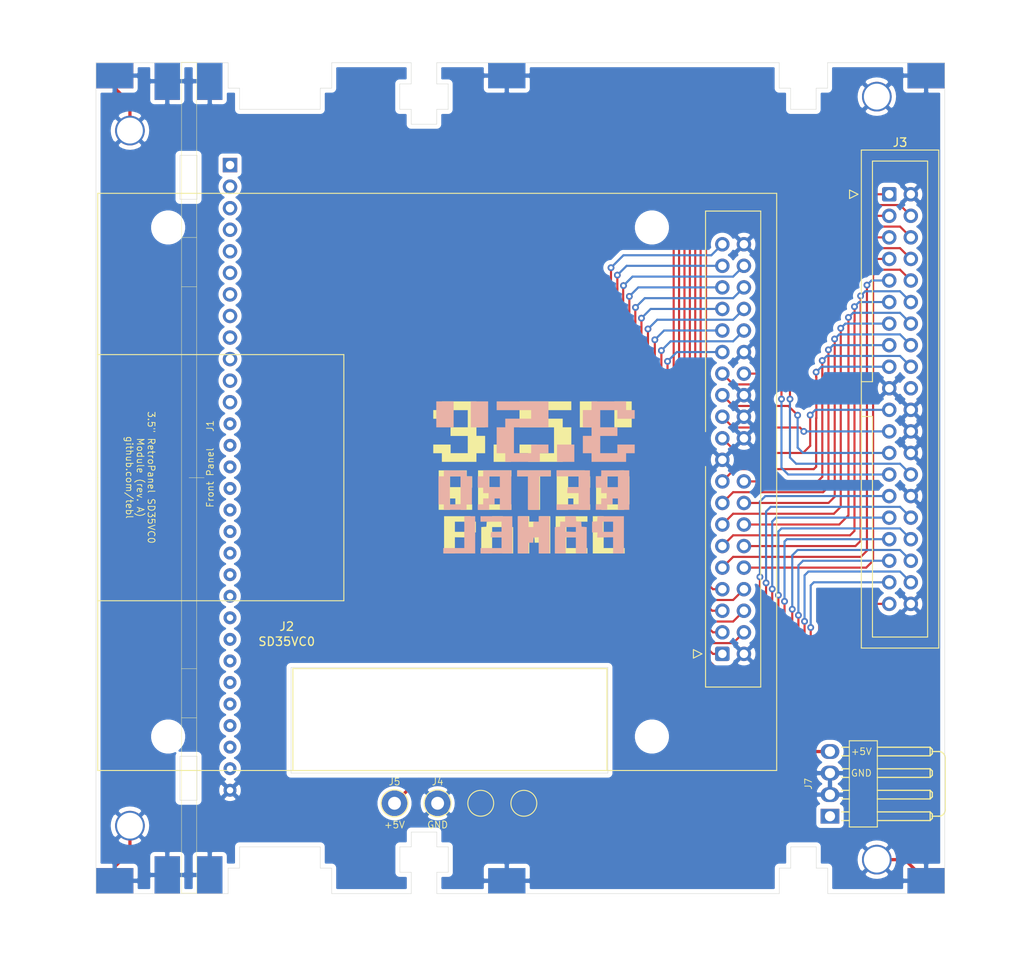
<source format=kicad_pcb>
(kicad_pcb (version 20171130) (host pcbnew "(5.1.8)-1")

  (general
    (thickness 1.6)
    (drawings 79)
    (tracks 323)
    (zones 0)
    (modules 22)
    (nets 35)
  )

  (page A4)
  (layers
    (0 F.Cu signal)
    (31 B.Cu signal)
    (32 B.Adhes user)
    (33 F.Adhes user)
    (34 B.Paste user)
    (35 F.Paste user)
    (36 B.SilkS user)
    (37 F.SilkS user)
    (38 B.Mask user)
    (39 F.Mask user)
    (40 Dwgs.User user)
    (41 Cmts.User user)
    (42 Eco1.User user)
    (43 Eco2.User user)
    (44 Edge.Cuts user)
    (45 Margin user)
    (46 B.CrtYd user)
    (47 F.CrtYd user)
    (48 B.Fab user hide)
    (49 F.Fab user)
  )

  (setup
    (last_trace_width 0.25)
    (trace_clearance 0.2)
    (zone_clearance 0.508)
    (zone_45_only no)
    (trace_min 0.2)
    (via_size 0.8)
    (via_drill 0.4)
    (via_min_size 0.4)
    (via_min_drill 0.3)
    (uvia_size 0.3)
    (uvia_drill 0.1)
    (uvias_allowed no)
    (uvia_min_size 0.2)
    (uvia_min_drill 0.1)
    (edge_width 0.05)
    (segment_width 0.2)
    (pcb_text_width 0.3)
    (pcb_text_size 1.5 1.5)
    (mod_edge_width 0.12)
    (mod_text_size 1 1)
    (mod_text_width 0.15)
    (pad_size 3.5 3.5)
    (pad_drill 3.048)
    (pad_to_mask_clearance 0)
    (aux_axis_origin 0 0)
    (grid_origin 141.09 121.579)
    (visible_elements 7FFFFFFF)
    (pcbplotparams
      (layerselection 0x011fc_ffffffff)
      (usegerberextensions true)
      (usegerberattributes false)
      (usegerberadvancedattributes false)
      (creategerberjobfile false)
      (excludeedgelayer true)
      (linewidth 0.100000)
      (plotframeref false)
      (viasonmask false)
      (mode 1)
      (useauxorigin false)
      (hpglpennumber 1)
      (hpglpenspeed 20)
      (hpglpendiameter 15.000000)
      (psnegative false)
      (psa4output false)
      (plotreference true)
      (plotvalue true)
      (plotinvisibletext false)
      (padsonsilk false)
      (subtractmaskfromsilk false)
      (outputformat 1)
      (mirror false)
      (drillshape 0)
      (scaleselection 1)
      (outputdirectory "export/"))
  )

  (net 0 "")
  (net 1 GND)
  (net 2 /IDE1)
  (net 3 /IDE3)
  (net 4 /IDE5)
  (net 5 /IDE7)
  (net 6 /IDE9)
  (net 7 /IDE11)
  (net 8 /IDE13)
  (net 9 /IDE15)
  (net 10 /IDE17)
  (net 11 /IDE21)
  (net 12 /IDE23)
  (net 13 /IDE25)
  (net 14 /IDE27)
  (net 15 /IDE29)
  (net 16 /IDE31)
  (net 17 /IDE33)
  (net 18 /IDE35)
  (net 19 /IDE37)
  (net 20 /IDE39)
  (net 21 /IDE4)
  (net 22 /IDE6)
  (net 23 /IDE8)
  (net 24 /IDE10)
  (net 25 /IDE12)
  (net 26 /IDE14)
  (net 27 /IDE16)
  (net 28 /IDE18)
  (net 29 /IDE28)
  (net 30 /IDE32)
  (net 31 /IDE34)
  (net 32 /IDE36)
  (net 33 /IDE38)
  (net 34 "Net-(J5-Pad1)")

  (net_class Default "This is the default net class."
    (clearance 0.2)
    (trace_width 0.25)
    (via_dia 0.8)
    (via_drill 0.4)
    (uvia_dia 0.3)
    (uvia_drill 0.1)
    (add_net /IDE1)
    (add_net /IDE10)
    (add_net /IDE11)
    (add_net /IDE12)
    (add_net /IDE13)
    (add_net /IDE14)
    (add_net /IDE15)
    (add_net /IDE16)
    (add_net /IDE17)
    (add_net /IDE18)
    (add_net /IDE21)
    (add_net /IDE23)
    (add_net /IDE25)
    (add_net /IDE27)
    (add_net /IDE28)
    (add_net /IDE29)
    (add_net /IDE3)
    (add_net /IDE31)
    (add_net /IDE32)
    (add_net /IDE33)
    (add_net /IDE34)
    (add_net /IDE35)
    (add_net /IDE36)
    (add_net /IDE37)
    (add_net /IDE38)
    (add_net /IDE39)
    (add_net /IDE4)
    (add_net /IDE5)
    (add_net /IDE6)
    (add_net /IDE7)
    (add_net /IDE8)
    (add_net /IDE9)
  )

  (net_class PWR ""
    (clearance 0.2)
    (trace_width 0.381)
    (via_dia 0.8)
    (via_drill 0.4)
    (uvia_dia 0.3)
    (uvia_drill 0.1)
    (add_net GND)
    (add_net "Net-(J5-Pad1)")
  )

  (module RetroPanel:logo locked (layer B.Cu) (tedit 0) (tstamp 63D65286)
    (at 153.3836 100.9696 180)
    (fp_text reference G*** (at 0 0) (layer B.SilkS) hide
      (effects (font (size 1.524 1.524) (thickness 0.3)) (justify mirror))
    )
    (fp_text value LOGO (at 0.75 0) (layer B.SilkS) hide
      (effects (font (size 1.524 1.524) (thickness 0.3)) (justify mirror))
    )
    (fp_poly (pts (xy -7.290105 -4.873625) (xy -7.27075 -5.17525) (xy -6.6675 -5.213958) (xy -6.6675 -6.477)
      (xy -7.314758 -6.477) (xy -7.27075 -7.08025) (xy -9.144 -7.042136) (xy -9.144 -8.9535)
      (xy -10.414 -8.9535) (xy -10.414 -5.207) (xy -9.144 -5.207) (xy -9.144 -6.4135)
      (xy -7.9375 -6.4135) (xy -7.9375 -5.207) (xy -9.144 -5.207) (xy -10.414 -5.207)
      (xy -10.414 -4.572) (xy -7.309459 -4.572) (xy -7.290105 -4.873625)) (layer B.SilkS) (width 0.01))
    (fp_poly (pts (xy -3.4925 -5.207) (xy -2.927959 -5.207) (xy -2.908605 -5.508625) (xy -2.88925 -5.81025)
      (xy -2.286 -5.848958) (xy -2.286 -8.9535) (xy -3.556 -8.9535) (xy -3.556 -7.0485)
      (xy -4.7625 -7.0485) (xy -4.7625 -8.9535) (xy -6.0325 -8.9535) (xy -6.0325 -5.848958)
      (xy -5.924063 -5.842) (xy -4.7625 -5.842) (xy -4.7625 -6.4135) (xy -3.556 -6.4135)
      (xy -3.556 -5.842) (xy -4.7625 -5.842) (xy -5.924063 -5.842) (xy -5.42925 -5.81025)
      (xy -5.410033 -5.511967) (xy -5.390815 -5.213685) (xy -5.092533 -5.194467) (xy -4.79425 -5.17525)
      (xy -4.755542 -4.572) (xy -3.4925 -4.572) (xy -3.4925 -5.207)) (layer B.SilkS) (width 0.01))
    (fp_poly (pts (xy -0.381 -5.207) (xy 0.254 -5.207) (xy 0.254 -5.842) (xy 0.8255 -5.842)
      (xy 0.8255 -4.572) (xy 2.0955 -4.572) (xy 2.0955 -8.9535) (xy 0.8255 -8.9535)
      (xy 0.8255 -7.6835) (xy 0.260958 -7.6835) (xy 0.22225 -7.08025) (xy -0.079375 -7.060895)
      (xy -0.381 -7.041541) (xy -0.381 -8.9535) (xy -1.651 -8.9535) (xy -1.651 -4.572)
      (xy -0.381 -4.572) (xy -0.381 -5.207)) (layer B.SilkS) (width 0.01))
    (fp_poly (pts (xy 6.477 -5.207) (xy 4.0005 -5.207) (xy 4.0005 -6.408901) (xy 4.619625 -6.427075)
      (xy 5.23875 -6.44525) (xy 5.277458 -7.0485) (xy 4.0005 -7.0485) (xy 4.0005 -8.3185)
      (xy 6.477 -8.3185) (xy 6.477 -8.9535) (xy 2.7305 -8.9535) (xy 2.7305 -4.572)
      (xy 6.477 -4.572) (xy 6.477 -5.207)) (layer B.SilkS) (width 0.01))
    (fp_poly (pts (xy 8.382 -8.3185) (xy 10.8585 -8.3185) (xy 10.8585 -8.9535) (xy 7.112 -8.9535)
      (xy 7.112 -4.572) (xy 8.382 -4.572) (xy 8.382 -8.3185)) (layer B.SilkS) (width 0.01))
    (fp_poly (pts (xy -7.747 0.127) (xy -7.112 0.127) (xy -7.112 -1.2065) (xy -7.747 -1.2065)
      (xy -7.747 -1.8415) (xy -8.382 -1.8415) (xy -8.382 -2.4765) (xy -7.747 -2.4765)
      (xy -7.747 -3.175) (xy -7.112 -3.175) (xy -7.112 -3.81) (xy -8.4455 -3.81)
      (xy -8.4455 -3.175) (xy -9.0805 -3.175) (xy -9.0805 -2.4765) (xy -9.7155 -2.4765)
      (xy -9.7155 -3.81) (xy -11.049 -3.81) (xy -11.049 0.127) (xy -9.7155 0.127)
      (xy -9.7155 -1.143) (xy -8.4455 -1.143) (xy -8.4455 0.127) (xy -9.7155 0.127)
      (xy -11.049 0.127) (xy -11.049 0.8255) (xy -7.747 0.8255) (xy -7.747 0.127)) (layer B.SilkS) (width 0.01))
    (fp_poly (pts (xy -2.4765 0.127) (xy -5.08 0.127) (xy -5.08 -1.138557) (xy -4.429125 -1.156653)
      (xy -3.77825 -1.17475) (xy -3.739864 -1.8415) (xy -5.08 -1.8415) (xy -5.08 -3.175)
      (xy -2.4765 -3.175) (xy -2.4765 -3.81) (xy -6.4135 -3.81) (xy -6.4135 0.8255)
      (xy -2.4765 0.8255) (xy -2.4765 0.127)) (layer B.SilkS) (width 0.01))
    (fp_poly (pts (xy 2.159 0.127) (xy 0.889 0.127) (xy 0.889 -3.81) (xy -0.4445 -3.81)
      (xy -0.4445 0.127) (xy -1.778 0.127) (xy -1.778 0.8255) (xy 2.159 0.8255)
      (xy 2.159 0.127)) (layer B.SilkS) (width 0.01))
    (fp_poly (pts (xy 6.1595 0.127) (xy 6.7945 0.127) (xy 6.7945 -1.2065) (xy 6.1595 -1.2065)
      (xy 6.1595 -1.8415) (xy 5.5245 -1.8415) (xy 5.5245 -2.4765) (xy 6.1595 -2.4765)
      (xy 6.1595 -3.175) (xy 6.7945 -3.175) (xy 6.7945 -3.81) (xy 5.461 -3.81)
      (xy 5.461 -3.175) (xy 4.826 -3.175) (xy 4.826 -2.4765) (xy 4.191 -2.4765)
      (xy 4.191 -3.81) (xy 2.8575 -3.81) (xy 2.8575 0.127) (xy 4.191 0.127)
      (xy 4.191 -1.143) (xy 5.461 -1.143) (xy 5.461 0.127) (xy 4.191 0.127)
      (xy 2.8575 0.127) (xy 2.8575 0.8255) (xy 6.1595 0.8255) (xy 6.1595 0.127)) (layer B.SilkS) (width 0.01))
    (fp_poly (pts (xy 10.795 0.127) (xy 11.43 0.127) (xy 11.43 -3.175) (xy 10.795 -3.175)
      (xy 10.795 -3.81) (xy 8.128 -3.81) (xy 8.128 -3.175) (xy 7.493 -3.175)
      (xy 7.493 0.127) (xy 8.121363 0.127) (xy 8.8265 0.127) (xy 8.8265 -3.175)
      (xy 10.0965 -3.175) (xy 10.0965 0.127) (xy 8.8265 0.127) (xy 8.121363 0.127)
      (xy 8.140556 0.460375) (xy 8.15975 0.79375) (xy 9.477375 0.810914) (xy 10.795 0.828077)
      (xy 10.795 0.127)) (layer B.SilkS) (width 0.01))
    (fp_poly (pts (xy -6.604 7.9375) (xy -5.588 7.9375) (xy -5.588 5.9055) (xy -6.604 5.9055)
      (xy -6.604 4.8895) (xy -5.588 4.8895) (xy -5.588 2.8575) (xy -6.604 2.8575)
      (xy -6.604 1.8415) (xy -10.668 1.8415) (xy -10.668 2.8575) (xy -11.684 2.8575)
      (xy -11.684 3.8735) (xy -9.652 3.8735) (xy -9.652 2.8575) (xy -7.62 2.8575)
      (xy -7.62 4.8895) (xy -9.652 4.8895) (xy -9.652 5.9055) (xy -7.62 5.9055)
      (xy -7.62 7.9375) (xy -9.652 7.9375) (xy -9.652 6.9215) (xy -11.684 6.9215)
      (xy -11.684 7.9375) (xy -10.668 7.9375) (xy -10.668 8.9535) (xy -6.604 8.9535)
      (xy -6.604 7.9375)) (layer B.SilkS) (width 0.01))
    (fp_poly (pts (xy -2.54 1.8415) (xy -4.572 1.8415) (xy -4.572 3.8735) (xy -2.54 3.8735)
      (xy -2.54 1.8415)) (layer B.SilkS) (width 0.01))
    (fp_poly (pts (xy 4.572 7.9375) (xy 0.508 7.9375) (xy 0.508 6.9215) (xy 3.556 6.9215)
      (xy 3.556 5.9055) (xy 4.572 5.9055) (xy 4.572 2.8575) (xy 3.556 2.8575)
      (xy 3.556 1.8415) (xy -0.508 1.8415) (xy -0.508 2.8575) (xy -1.524 2.8575)
      (xy -1.524 3.8735) (xy 0.508 3.8735) (xy 0.508 2.8575) (xy 2.54 2.8575)
      (xy 2.54 5.9055) (xy -1.524 5.9055) (xy -1.524 8.9535) (xy 4.572 8.9535)
      (xy 4.572 7.9375)) (layer B.SilkS) (width 0.01))
    (fp_poly (pts (xy 7.62 5.9055) (xy 5.588 5.9055) (xy 5.588 8.9535) (xy 7.62 8.9535)
      (xy 7.62 5.9055)) (layer B.SilkS) (width 0.01))
    (fp_poly (pts (xy 11.684 5.9055) (xy 9.652 5.9055) (xy 9.652 8.9535) (xy 11.684 8.9535)
      (xy 11.684 5.9055)) (layer B.SilkS) (width 0.01))
  )

  (module RetroPanel:Module_Panel locked (layer F.Cu) (tedit 635F0722) (tstamp 635A3DBF)
    (at 117.3918 100.995 270)
    (descr "Alps rotary encoder, EC12E... with switch, vertical shaft, http://www.alps.com/prod/info/E/HTML/Encoder/Incremental/EC11/EC11E15204A3.html")
    (tags "rotary encoder")
    (path /62825997)
    (fp_text reference J1 (at -6.086 2.3368 270) (layer F.SilkS)
      (effects (font (size 0.8 0.8) (thickness 0.1)))
    )
    (fp_text value "Front Panel" (at 0 2.3368 270) (layer F.SilkS)
      (effects (font (size 0.8 0.8) (thickness 0.1)))
    )
    (fp_line (start 0 3.048) (end 0 4.826) (layer F.SilkS) (width 0.05))
    (fp_line (start 2.523 15.804) (end 2.523 5.804) (layer Dwgs.User) (width 0.05))
    (fp_line (start -2.777 15.804) (end -2.777 5.804) (layer Dwgs.User) (width 0.05))
    (fp_line (start -2.777 15.804) (end 2.523 15.804) (layer Dwgs.User) (width 0.05))
    (fp_line (start -48.95 3.937) (end 48.95 3.937) (layer F.SilkS) (width 0.05))
    (fp_line (start -48.95 5.715) (end 48.95 5.715) (layer F.SilkS) (width 0.05))
    (fp_line (start 48.95 3.937) (end 48.95 5.715) (layer F.SilkS) (width 0.05))
    (fp_line (start -48.95 3.937) (end -48.95 5.715) (layer F.SilkS) (width 0.05))
    (fp_line (start -28.3 3.937) (end -28.3 5.715) (layer F.SilkS) (width 0.05))
    (fp_line (start -22.5 3.937) (end -22.5 5.715) (layer F.SilkS) (width 0.05))
    (fp_line (start 22.5 5.715) (end 22.5 3.937) (layer F.SilkS) (width 0.05))
    (fp_line (start 28.3 5.715) (end 28.3 3.937) (layer F.SilkS) (width 0.05))
    (pad 30 thru_hole circle (at 36.83 0 270) (size 1.524 1.524) (drill 0.762) (layers *.Cu *.Mask)
      (net 1 GND))
    (pad 29 thru_hole circle (at 34.29 0 270) (size 1.524 1.524) (drill 0.762) (layers *.Cu *.Mask))
    (pad 28 thru_hole circle (at 31.75 0 270) (size 1.524 1.524) (drill 0.762) (layers *.Cu *.Mask))
    (pad 27 thru_hole circle (at 29.21 0 270) (size 1.524 1.524) (drill 0.762) (layers *.Cu *.Mask))
    (pad 26 thru_hole circle (at 26.67 0 270) (size 1.524 1.524) (drill 0.762) (layers *.Cu *.Mask))
    (pad 25 thru_hole circle (at 24.13 0 270) (size 1.524 1.524) (drill 0.762) (layers *.Cu *.Mask))
    (pad 24 thru_hole circle (at 21.59 0 270) (size 1.524 1.524) (drill 0.762) (layers *.Cu *.Mask))
    (pad 23 thru_hole circle (at 19.05 0 270) (size 1.524 1.524) (drill 0.762) (layers *.Cu *.Mask))
    (pad 22 thru_hole circle (at 16.51 0 270) (size 1.524 1.524) (drill 0.762) (layers *.Cu *.Mask))
    (pad 21 thru_hole circle (at 13.97 0 270) (size 1.524 1.524) (drill 0.762) (layers *.Cu *.Mask))
    (pad 20 thru_hole circle (at 11.43 0 270) (size 1.524 1.524) (drill 0.762) (layers *.Cu *.Mask))
    (pad 19 thru_hole circle (at 8.89 0 270) (size 1.524 1.524) (drill 0.762) (layers *.Cu *.Mask))
    (pad 18 thru_hole circle (at 6.35 0 270) (size 1.524 1.524) (drill 0.762) (layers *.Cu *.Mask))
    (pad 17 thru_hole circle (at 3.81 0 270) (size 1.524 1.524) (drill 0.762) (layers *.Cu *.Mask))
    (pad 16 thru_hole circle (at 1.27 0 270) (size 1.524 1.524) (drill 0.762) (layers *.Cu *.Mask))
    (pad 15 thru_hole circle (at -1.27 0 270) (size 1.524 1.524) (drill 0.762) (layers *.Cu *.Mask))
    (pad 14 thru_hole circle (at -3.81 0 270) (size 1.524 1.524) (drill 0.762) (layers *.Cu *.Mask))
    (pad 13 thru_hole circle (at -6.35 0 270) (size 1.524 1.524) (drill 0.762) (layers *.Cu *.Mask))
    (pad 12 thru_hole oval (at -8.89 0 270) (size 1.7 1.7) (drill 1) (layers *.Cu *.Mask))
    (pad 11 thru_hole oval (at -11.43 0 270) (size 1.7 1.7) (drill 1) (layers *.Cu *.Mask))
    (pad 10 thru_hole oval (at -13.97 0 270) (size 1.7 1.7) (drill 1) (layers *.Cu *.Mask))
    (pad 9 thru_hole oval (at -16.51 0 270) (size 1.7 1.7) (drill 1) (layers *.Cu *.Mask))
    (pad 8 thru_hole oval (at -19.05 0 270) (size 1.7 1.7) (drill 1) (layers *.Cu *.Mask))
    (pad 7 thru_hole oval (at -21.59 0 270) (size 1.7 1.7) (drill 1) (layers *.Cu *.Mask))
    (pad 6 thru_hole oval (at -24.13 0 270) (size 1.7 1.7) (drill 1) (layers *.Cu *.Mask))
    (pad 5 thru_hole oval (at -26.67 0 270) (size 1.7 1.7) (drill 1) (layers *.Cu *.Mask))
    (pad 1 thru_hole rect (at -36.83 0 270) (size 1.7 1.7) (drill 1) (layers *.Cu *.Mask))
    (pad 2 thru_hole oval (at -34.29 0 270) (size 1.7 1.7) (drill 1) (layers *.Cu *.Mask))
    (pad 3 thru_hole oval (at -31.75 0 270) (size 1.7 1.7) (drill 1) (layers *.Cu *.Mask))
    (pad 4 thru_hole oval (at -29.21 0 270) (size 1.7 1.7) (drill 1) (layers *.Cu *.Mask))
    (model ${KISYS3DMOD}/Rotary_Encoder.3dshapes/RotaryEncoder_Alps_EC11E-Switch_Vertical_H20mm.wrl
      (at (xyz 0 0 0))
      (scale (xyz 1 1 1))
      (rotate (xyz 0 0 0))
    )
  )

  (module RetroPanel:logo locked (layer F.Cu) (tedit 0) (tstamp 63D645D8)
    (at 153.028 100.9696)
    (fp_text reference G*** (at 0 0) (layer F.SilkS) hide
      (effects (font (size 1.524 1.524) (thickness 0.3)))
    )
    (fp_text value LOGO (at 0.75 0) (layer F.SilkS) hide
      (effects (font (size 1.524 1.524) (thickness 0.3)))
    )
    (fp_poly (pts (xy -7.290105 4.873625) (xy -7.27075 5.17525) (xy -6.6675 5.213958) (xy -6.6675 6.477)
      (xy -7.314758 6.477) (xy -7.27075 7.08025) (xy -9.144 7.042136) (xy -9.144 8.9535)
      (xy -10.414 8.9535) (xy -10.414 5.207) (xy -9.144 5.207) (xy -9.144 6.4135)
      (xy -7.9375 6.4135) (xy -7.9375 5.207) (xy -9.144 5.207) (xy -10.414 5.207)
      (xy -10.414 4.572) (xy -7.309459 4.572) (xy -7.290105 4.873625)) (layer F.SilkS) (width 0.01))
    (fp_poly (pts (xy -3.4925 5.207) (xy -2.927959 5.207) (xy -2.908605 5.508625) (xy -2.88925 5.81025)
      (xy -2.286 5.848958) (xy -2.286 8.9535) (xy -3.556 8.9535) (xy -3.556 7.0485)
      (xy -4.7625 7.0485) (xy -4.7625 8.9535) (xy -6.0325 8.9535) (xy -6.0325 5.848958)
      (xy -5.924063 5.842) (xy -4.7625 5.842) (xy -4.7625 6.4135) (xy -3.556 6.4135)
      (xy -3.556 5.842) (xy -4.7625 5.842) (xy -5.924063 5.842) (xy -5.42925 5.81025)
      (xy -5.410033 5.511967) (xy -5.390815 5.213685) (xy -5.092533 5.194467) (xy -4.79425 5.17525)
      (xy -4.755542 4.572) (xy -3.4925 4.572) (xy -3.4925 5.207)) (layer F.SilkS) (width 0.01))
    (fp_poly (pts (xy -0.381 5.207) (xy 0.254 5.207) (xy 0.254 5.842) (xy 0.8255 5.842)
      (xy 0.8255 4.572) (xy 2.0955 4.572) (xy 2.0955 8.9535) (xy 0.8255 8.9535)
      (xy 0.8255 7.6835) (xy 0.260958 7.6835) (xy 0.22225 7.08025) (xy -0.079375 7.060895)
      (xy -0.381 7.041541) (xy -0.381 8.9535) (xy -1.651 8.9535) (xy -1.651 4.572)
      (xy -0.381 4.572) (xy -0.381 5.207)) (layer F.SilkS) (width 0.01))
    (fp_poly (pts (xy 6.477 5.207) (xy 4.0005 5.207) (xy 4.0005 6.408901) (xy 4.619625 6.427075)
      (xy 5.23875 6.44525) (xy 5.277458 7.0485) (xy 4.0005 7.0485) (xy 4.0005 8.3185)
      (xy 6.477 8.3185) (xy 6.477 8.9535) (xy 2.7305 8.9535) (xy 2.7305 4.572)
      (xy 6.477 4.572) (xy 6.477 5.207)) (layer F.SilkS) (width 0.01))
    (fp_poly (pts (xy 8.382 8.3185) (xy 10.8585 8.3185) (xy 10.8585 8.9535) (xy 7.112 8.9535)
      (xy 7.112 4.572) (xy 8.382 4.572) (xy 8.382 8.3185)) (layer F.SilkS) (width 0.01))
    (fp_poly (pts (xy -7.747 -0.127) (xy -7.112 -0.127) (xy -7.112 1.2065) (xy -7.747 1.2065)
      (xy -7.747 1.8415) (xy -8.382 1.8415) (xy -8.382 2.4765) (xy -7.747 2.4765)
      (xy -7.747 3.175) (xy -7.112 3.175) (xy -7.112 3.81) (xy -8.4455 3.81)
      (xy -8.4455 3.175) (xy -9.0805 3.175) (xy -9.0805 2.4765) (xy -9.7155 2.4765)
      (xy -9.7155 3.81) (xy -11.049 3.81) (xy -11.049 -0.127) (xy -9.7155 -0.127)
      (xy -9.7155 1.143) (xy -8.4455 1.143) (xy -8.4455 -0.127) (xy -9.7155 -0.127)
      (xy -11.049 -0.127) (xy -11.049 -0.8255) (xy -7.747 -0.8255) (xy -7.747 -0.127)) (layer F.SilkS) (width 0.01))
    (fp_poly (pts (xy -2.4765 -0.127) (xy -5.08 -0.127) (xy -5.08 1.138557) (xy -4.429125 1.156653)
      (xy -3.77825 1.17475) (xy -3.739864 1.8415) (xy -5.08 1.8415) (xy -5.08 3.175)
      (xy -2.4765 3.175) (xy -2.4765 3.81) (xy -6.4135 3.81) (xy -6.4135 -0.8255)
      (xy -2.4765 -0.8255) (xy -2.4765 -0.127)) (layer F.SilkS) (width 0.01))
    (fp_poly (pts (xy 2.159 -0.127) (xy 0.889 -0.127) (xy 0.889 3.81) (xy -0.4445 3.81)
      (xy -0.4445 -0.127) (xy -1.778 -0.127) (xy -1.778 -0.8255) (xy 2.159 -0.8255)
      (xy 2.159 -0.127)) (layer F.SilkS) (width 0.01))
    (fp_poly (pts (xy 6.1595 -0.127) (xy 6.7945 -0.127) (xy 6.7945 1.2065) (xy 6.1595 1.2065)
      (xy 6.1595 1.8415) (xy 5.5245 1.8415) (xy 5.5245 2.4765) (xy 6.1595 2.4765)
      (xy 6.1595 3.175) (xy 6.7945 3.175) (xy 6.7945 3.81) (xy 5.461 3.81)
      (xy 5.461 3.175) (xy 4.826 3.175) (xy 4.826 2.4765) (xy 4.191 2.4765)
      (xy 4.191 3.81) (xy 2.8575 3.81) (xy 2.8575 -0.127) (xy 4.191 -0.127)
      (xy 4.191 1.143) (xy 5.461 1.143) (xy 5.461 -0.127) (xy 4.191 -0.127)
      (xy 2.8575 -0.127) (xy 2.8575 -0.8255) (xy 6.1595 -0.8255) (xy 6.1595 -0.127)) (layer F.SilkS) (width 0.01))
    (fp_poly (pts (xy 10.795 -0.127) (xy 11.43 -0.127) (xy 11.43 3.175) (xy 10.795 3.175)
      (xy 10.795 3.81) (xy 8.128 3.81) (xy 8.128 3.175) (xy 7.493 3.175)
      (xy 7.493 -0.127) (xy 8.121363 -0.127) (xy 8.8265 -0.127) (xy 8.8265 3.175)
      (xy 10.0965 3.175) (xy 10.0965 -0.127) (xy 8.8265 -0.127) (xy 8.121363 -0.127)
      (xy 8.140556 -0.460375) (xy 8.15975 -0.79375) (xy 9.477375 -0.810914) (xy 10.795 -0.828077)
      (xy 10.795 -0.127)) (layer F.SilkS) (width 0.01))
    (fp_poly (pts (xy -6.604 -7.9375) (xy -5.588 -7.9375) (xy -5.588 -5.9055) (xy -6.604 -5.9055)
      (xy -6.604 -4.8895) (xy -5.588 -4.8895) (xy -5.588 -2.8575) (xy -6.604 -2.8575)
      (xy -6.604 -1.8415) (xy -10.668 -1.8415) (xy -10.668 -2.8575) (xy -11.684 -2.8575)
      (xy -11.684 -3.8735) (xy -9.652 -3.8735) (xy -9.652 -2.8575) (xy -7.62 -2.8575)
      (xy -7.62 -4.8895) (xy -9.652 -4.8895) (xy -9.652 -5.9055) (xy -7.62 -5.9055)
      (xy -7.62 -7.9375) (xy -9.652 -7.9375) (xy -9.652 -6.9215) (xy -11.684 -6.9215)
      (xy -11.684 -7.9375) (xy -10.668 -7.9375) (xy -10.668 -8.9535) (xy -6.604 -8.9535)
      (xy -6.604 -7.9375)) (layer F.SilkS) (width 0.01))
    (fp_poly (pts (xy -2.54 -1.8415) (xy -4.572 -1.8415) (xy -4.572 -3.8735) (xy -2.54 -3.8735)
      (xy -2.54 -1.8415)) (layer F.SilkS) (width 0.01))
    (fp_poly (pts (xy 4.572 -7.9375) (xy 0.508 -7.9375) (xy 0.508 -6.9215) (xy 3.556 -6.9215)
      (xy 3.556 -5.9055) (xy 4.572 -5.9055) (xy 4.572 -2.8575) (xy 3.556 -2.8575)
      (xy 3.556 -1.8415) (xy -0.508 -1.8415) (xy -0.508 -2.8575) (xy -1.524 -2.8575)
      (xy -1.524 -3.8735) (xy 0.508 -3.8735) (xy 0.508 -2.8575) (xy 2.54 -2.8575)
      (xy 2.54 -5.9055) (xy -1.524 -5.9055) (xy -1.524 -8.9535) (xy 4.572 -8.9535)
      (xy 4.572 -7.9375)) (layer F.SilkS) (width 0.01))
    (fp_poly (pts (xy 7.62 -5.9055) (xy 5.588 -5.9055) (xy 5.588 -8.9535) (xy 7.62 -8.9535)
      (xy 7.62 -5.9055)) (layer F.SilkS) (width 0.01))
    (fp_poly (pts (xy 11.684 -5.9055) (xy 9.652 -5.9055) (xy 9.652 -8.9535) (xy 11.684 -8.9535)
      (xy 11.684 -5.9055)) (layer F.SilkS) (width 0.01))
  )

  (module RetroPanel:Pad_pin (layer F.Cu) (tedit 6359AF0E) (tstamp 635A3610)
    (at 103.8028 148.493 90)
    (descr "module 1 pin (ou trou mecanique de percage)")
    (tags DEV)
    (path /637AD750)
    (fp_text reference M10 (at 0 -4.445 90) (layer F.Fab) hide
      (effects (font (size 1 1) (thickness 0.15)))
    )
    (fp_text value Mounting_Pad (at 0 -3.175 90) (layer F.Fab) hide
      (effects (font (size 1 1) (thickness 0.15)))
    )
    (pad 1 smd rect (at 0 0 90) (size 3 4.4) (layers F.Cu F.Paste F.Mask)
      (net 1 GND))
    (pad 1 smd rect (at 0 0 90) (size 3 4.4) (layers B.Cu B.Paste B.Mask)
      (net 1 GND))
  )

  (module RetroPanel:Pad_pin (layer F.Cu) (tedit 6359AF0E) (tstamp 6359C28F)
    (at 199.4084 53.624 90)
    (descr "module 1 pin (ou trou mecanique de percage)")
    (tags DEV)
    (path /635B6874)
    (fp_text reference M12 (at 0 -4.445 90) (layer F.Fab) hide
      (effects (font (size 1 1) (thickness 0.15)))
    )
    (fp_text value Mounting_Pad (at 0 -3.175 90) (layer F.Fab) hide
      (effects (font (size 1 1) (thickness 0.15)))
    )
    (pad 1 smd rect (at 0 0 90) (size 3 4.4) (layers F.Cu F.Paste F.Mask)
      (net 1 GND))
    (pad 1 smd rect (at 0 0 90) (size 3 4.4) (layers B.Cu B.Paste B.Mask)
      (net 1 GND))
  )

  (module RetroPanel:Pad_pin (layer F.Cu) (tedit 6359AF0E) (tstamp 6359C2CD)
    (at 199.4084 148.493 90)
    (descr "module 1 pin (ou trou mecanique de percage)")
    (tags DEV)
    (path /635B7F85)
    (fp_text reference M13 (at 0 -4.445 90) (layer F.Fab) hide
      (effects (font (size 1 1) (thickness 0.15)))
    )
    (fp_text value Mounting_Pad (at 0 -3.175 90) (layer F.Fab) hide
      (effects (font (size 1 1) (thickness 0.15)))
    )
    (pad 1 smd rect (at 0 0 90) (size 3 4.4) (layers F.Cu F.Paste F.Mask)
      (net 1 GND))
    (pad 1 smd rect (at 0 0 90) (size 3 4.4) (layers B.Cu B.Paste B.Mask)
      (net 1 GND))
  )

  (module mounting:M3_pin (layer F.Cu) (tedit 5F76331A) (tstamp 635A550B)
    (at 105.6 60.1)
    (descr "module 1 pin (ou trou mecanique de percage)")
    (tags DEV)
    (path /6359FE85)
    (fp_text reference M1 (at 0 -3.048) (layer F.Fab) hide
      (effects (font (size 1 1) (thickness 0.15)))
    )
    (fp_text value Mounting_Pin (at 0 3) (layer F.Fab) hide
      (effects (font (size 1 1) (thickness 0.15)))
    )
    (fp_circle (center 0 0) (end 2 0.8) (layer F.Fab) (width 0.1))
    (fp_circle (center 0 0) (end 2.6 0) (layer F.CrtYd) (width 0.05))
    (pad 1 thru_hole circle (at 0 0) (size 3.5 3.5) (drill 3.048) (layers *.Cu *.Mask)
      (net 1 GND) (solder_mask_margin 0.8))
  )

  (module mounting:M3_pin (layer F.Cu) (tedit 5F76331A) (tstamp 6359D0F3)
    (at 105.6 142)
    (descr "module 1 pin (ou trou mecanique de percage)")
    (tags DEV)
    (path /6359FE86)
    (fp_text reference M2 (at 0 -3.048) (layer F.Fab) hide
      (effects (font (size 1 1) (thickness 0.15)))
    )
    (fp_text value Mounting_Pin (at 0 3) (layer F.Fab) hide
      (effects (font (size 1 1) (thickness 0.15)))
    )
    (fp_circle (center 0 0) (end 2.6 0) (layer F.CrtYd) (width 0.05))
    (fp_circle (center 0 0) (end 2 0.8) (layer F.Fab) (width 0.1))
    (pad 1 thru_hole circle (at 0 0) (size 3.5 3.5) (drill 3.048) (layers *.Cu *.Mask)
      (net 1 GND) (solder_mask_margin 0.8))
  )

  (module mounting:M3_pin (layer F.Cu) (tedit 5F76331A) (tstamp 6359D0FA)
    (at 193.6 146)
    (descr "module 1 pin (ou trou mecanique de percage)")
    (tags DEV)
    (path /6359FE87)
    (fp_text reference M3 (at 0 -3.048) (layer F.Fab) hide
      (effects (font (size 1 1) (thickness 0.15)))
    )
    (fp_text value Mounting_Pin (at 0 3) (layer F.Fab) hide
      (effects (font (size 1 1) (thickness 0.15)))
    )
    (fp_circle (center 0 0) (end 2 0.8) (layer F.Fab) (width 0.1))
    (fp_circle (center 0 0) (end 2.6 0) (layer F.CrtYd) (width 0.05))
    (pad 1 thru_hole circle (at 0 0) (size 3.5 3.5) (drill 3.048) (layers *.Cu *.Mask)
      (net 1 GND) (solder_mask_margin 0.8))
  )

  (module RetroPanel:B.Pad_pin (layer F.Cu) (tedit 6359D8D4) (tstamp 635A4A49)
    (at 150 53.624 90)
    (descr "module 1 pin (ou trou mecanique de percage)")
    (tags DEV)
    (path /6359FE8C)
    (fp_text reference M7 (at 0 -4.445 90) (layer F.Fab) hide
      (effects (font (size 1 1) (thickness 0.15)))
    )
    (fp_text value Mounting_Pad (at 0 -3.175 90) (layer F.Fab) hide
      (effects (font (size 1 1) (thickness 0.15)))
    )
    (pad 1 smd rect (at 0 0 90) (size 3 4.4) (layers B.Cu B.Paste B.Mask)
      (net 1 GND))
  )

  (module RetroPanel:B.Pad_pin (layer F.Cu) (tedit 6359D8D4) (tstamp 635A4AD9)
    (at 150 148.493 90)
    (descr "module 1 pin (ou trou mecanique de percage)")
    (tags DEV)
    (path /635E064A)
    (fp_text reference M14 (at -4.181 0.224 180) (layer F.Fab) hide
      (effects (font (size 1 1) (thickness 0.15)))
    )
    (fp_text value Mounting_Pad (at -2.911 0.224 180) (layer F.Fab) hide
      (effects (font (size 1 1) (thickness 0.15)))
    )
    (pad 1 smd rect (at 0 0 90) (size 3 4.4) (layers B.Cu B.Paste B.Mask)
      (net 1 GND))
  )

  (module RetroPanel:Pad_pin (layer F.Cu) (tedit 6359AF0E) (tstamp 635A4F7F)
    (at 110.0004 54.2844)
    (descr "module 1 pin (ou trou mecanique de percage)")
    (tags DEV)
    (path /637825FA)
    (fp_text reference M5 (at 0 -4.445) (layer F.Fab) hide
      (effects (font (size 1 1) (thickness 0.15)))
    )
    (fp_text value Mounting_Pad (at 0 -3.175) (layer F.Fab) hide
      (effects (font (size 1 1) (thickness 0.15)))
    )
    (pad 1 smd rect (at 0 0) (size 3 4.4) (layers F.Cu F.Paste F.Mask)
      (net 1 GND))
    (pad 1 smd rect (at 0 0) (size 3 4.4) (layers B.Cu B.Paste B.Mask)
      (net 1 GND))
  )

  (module RetroPanel:Pad_pin (layer F.Cu) (tedit 6359AF0E) (tstamp 635A4F84)
    (at 115.0042 147.8072)
    (descr "module 1 pin (ou trou mecanique de percage)")
    (tags DEV)
    (path /6359FE8B)
    (fp_text reference M8 (at 0 -4.445) (layer F.Fab) hide
      (effects (font (size 1 1) (thickness 0.15)))
    )
    (fp_text value Mounting_Pad (at 0 -3.175) (layer F.Fab) hide
      (effects (font (size 1 1) (thickness 0.15)))
    )
    (pad 1 smd rect (at 0 0) (size 3 4.4) (layers B.Cu B.Paste B.Mask)
      (net 1 GND))
    (pad 1 smd rect (at 0 0) (size 3 4.4) (layers F.Cu F.Paste F.Mask)
      (net 1 GND))
  )

  (module RetroPanel:Pad_pin (layer F.Cu) (tedit 6359AF0E) (tstamp 635A4F89)
    (at 110.0004 147.8072)
    (descr "module 1 pin (ou trou mecanique de percage)")
    (tags DEV)
    (path /6359FE8F)
    (fp_text reference M9 (at 0 -4.445) (layer F.Fab) hide
      (effects (font (size 1 1) (thickness 0.15)))
    )
    (fp_text value Mounting_Pad (at 0 -3.175) (layer F.Fab) hide
      (effects (font (size 1 1) (thickness 0.15)))
    )
    (pad 1 smd rect (at 0 0) (size 3 4.4) (layers F.Cu F.Paste F.Mask)
      (net 1 GND))
    (pad 1 smd rect (at 0 0) (size 3 4.4) (layers B.Cu B.Paste B.Mask)
      (net 1 GND))
  )

  (module RetroPanel:Pad_pin (layer F.Cu) (tedit 6359AF0E) (tstamp 635A4F8E)
    (at 115.0042 54.2844)
    (descr "module 1 pin (ou trou mecanique de percage)")
    (tags DEV)
    (path /635B4DD6)
    (fp_text reference M11 (at 0 -4.445) (layer F.Fab) hide
      (effects (font (size 1 1) (thickness 0.15)))
    )
    (fp_text value Mounting_Pad (at 0 -3.175) (layer F.Fab) hide
      (effects (font (size 1 1) (thickness 0.15)))
    )
    (pad 1 smd rect (at 0 0) (size 3 4.4) (layers B.Cu B.Paste B.Mask)
      (net 1 GND))
    (pad 1 smd rect (at 0 0) (size 3 4.4) (layers F.Cu F.Paste F.Mask)
      (net 1 GND))
  )

  (module RetroPanel:Pad_pin (layer F.Cu) (tedit 6359AF0E) (tstamp 635A4F98)
    (at 103.8028 53.624 90)
    (descr "module 1 pin (ou trou mecanique de percage)")
    (tags DEV)
    (path /635E5F23)
    (fp_text reference M15 (at 0 -4.445 90) (layer F.Fab) hide
      (effects (font (size 1 1) (thickness 0.15)))
    )
    (fp_text value Mounting_Pad (at 0 -3.175 90) (layer F.Fab) hide
      (effects (font (size 1 1) (thickness 0.15)))
    )
    (pad 1 smd rect (at 0 0 90) (size 3 4.4) (layers F.Cu F.Paste F.Mask)
      (net 1 GND))
    (pad 1 smd rect (at 0 0 90) (size 3 4.4) (layers B.Cu B.Paste B.Mask)
      (net 1 GND))
  )

  (module mounting:M3_pin (layer F.Cu) (tedit 5F76331A) (tstamp 635A55DB)
    (at 193.6 56.1)
    (descr "module 1 pin (ou trou mecanique de percage)")
    (tags DEV)
    (path /635F4633)
    (fp_text reference M16 (at 0 -3.048) (layer F.Fab) hide
      (effects (font (size 1 1) (thickness 0.15)))
    )
    (fp_text value Mounting_Pin (at 0 3) (layer F.Fab) hide
      (effects (font (size 1 1) (thickness 0.15)))
    )
    (fp_circle (center 0 0) (end 2 0.8) (layer F.Fab) (width 0.1))
    (fp_circle (center 0 0) (end 2.6 0) (layer F.CrtYd) (width 0.05))
    (pad 1 thru_hole circle (at 0 0) (size 3.5 3.5) (drill 3.048) (layers *.Cu *.Mask)
      (net 1 GND) (solder_mask_margin 0.8))
  )

  (module RetroPanel:Molex_KK-254_1x04_P2.54mm_Horizontal (layer F.Cu) (tedit 5B30AEAE) (tstamp 6368536B)
    (at 188.08 140.883 90)
    (descr "Molex KK-254 Interconnect System, old/engineering part number: AE-6410-02A example for new part number: 22-27-2021, 2 Pins (http://www.molex.com/pdm_docs/sd/022272021_sd.pdf), generated with kicad-footprint-generator")
    (tags "connector Molex KK-254 side entry")
    (path /636D31CD)
    (fp_text reference J7 (at 3.81 -2.54 90) (layer F.SilkS)
      (effects (font (size 0.8 0.8) (thickness 0.1)))
    )
    (fp_text value POWER (at 3.81 15.234 90) (layer F.Fab)
      (effects (font (size 0.8 0.8) (thickness 0.1)))
    )
    (fp_line (start -1.27 -1.53) (end -1.27 13.71) (layer F.Fab) (width 0.1))
    (fp_line (start -1.27 13.71) (end 8.89 13.71) (layer F.Fab) (width 0.1))
    (fp_line (start 8.89 13.71) (end 8.89 -1.53) (layer F.Fab) (width 0.1))
    (fp_line (start 8.89 -1.53) (end -1.27 -1.53) (layer F.Fab) (width 0.1))
    (fp_line (start -1.27 2.28) (end -1.27 5.58) (layer F.SilkS) (width 0.12))
    (fp_line (start -1.27 2.28) (end 8.89 2.28) (layer F.SilkS) (width 0.12))
    (fp_line (start 8.89 2.28) (end 8.89 5.58) (layer F.SilkS) (width 0.12))
    (fp_line (start 8.89 5.58) (end -1.27 5.58) (layer F.SilkS) (width 0.12))
    (fp_line (start -1.27 -0.5) (end -0.562893 0) (layer F.Fab) (width 0.1))
    (fp_line (start -0.562893 0) (end -1.27 0.5) (layer F.Fab) (width 0.1))
    (fp_line (start -1.77 -1.905) (end -1.77 19.93) (layer F.CrtYd) (width 0.05))
    (fp_line (start -1.762 19.93) (end 9.39 19.93) (layer F.CrtYd) (width 0.05))
    (fp_line (start 9.39 19.93) (end 9.39 -1.905) (layer F.CrtYd) (width 0.05))
    (fp_line (start 9.39 -1.905) (end -1.77 -1.905) (layer F.CrtYd) (width 0.05))
    (fp_line (start 0 12.056) (end 0 12.818) (layer F.SilkS) (width 0.15))
    (fp_line (start 7.62 12.056) (end 7.62 12.818) (layer F.SilkS) (width 0.15))
    (fp_line (start 0.762 13.58) (end 6.858 13.58) (layer F.SilkS) (width 0.15))
    (fp_line (start -0.508 1.388) (end -0.508 2.28) (layer F.SilkS) (width 0.15))
    (fp_line (start 0.508 5.582) (end 0.508 11.802) (layer F.SilkS) (width 0.15))
    (fp_line (start 0.508 11.802) (end 0.254 12.056) (layer F.SilkS) (width 0.15))
    (fp_line (start 0.254 12.056) (end 0 12.056) (layer F.SilkS) (width 0.15))
    (fp_line (start 0 12.056) (end -0.254 12.056) (layer F.SilkS) (width 0.15))
    (fp_line (start -0.254 12.056) (end -0.508 11.802) (layer F.SilkS) (width 0.15))
    (fp_line (start -0.508 11.802) (end -0.508 5.582) (layer F.SilkS) (width 0.15))
    (fp_line (start 2.286 12.056) (end 2.794 12.056) (layer F.SilkS) (width 0.15))
    (fp_line (start 2.794 12.056) (end 3.048 11.802) (layer F.SilkS) (width 0.15))
    (fp_line (start 3.048 11.802) (end 2.032 11.802) (layer F.SilkS) (width 0.15))
    (fp_line (start 2.032 11.802) (end 2.286 12.056) (layer F.SilkS) (width 0.15))
    (fp_line (start -0.508 11.802) (end 0.508 11.802) (layer F.SilkS) (width 0.15))
    (fp_line (start 3.048 11.802) (end 3.048 5.582) (layer F.SilkS) (width 0.15))
    (fp_line (start 2.032 2.28) (end 2.032 1.388) (layer F.SilkS) (width 0.15))
    (fp_line (start 2.032 5.582) (end 2.032 11.802) (layer F.SilkS) (width 0.15))
    (fp_line (start 3.048 2.28) (end 3.048 1.388) (layer F.SilkS) (width 0.15))
    (fp_line (start 0.508 2.28) (end 0.508 1.388) (layer F.SilkS) (width 0.15))
    (fp_line (start 4.572 5.582) (end 4.572 11.802) (layer F.SilkS) (width 0.15))
    (fp_line (start 5.588 11.802) (end 5.588 5.582) (layer F.SilkS) (width 0.15))
    (fp_line (start 4.826 12.056) (end 5.334 12.056) (layer F.SilkS) (width 0.15))
    (fp_line (start 4.572 11.802) (end 4.826 12.056) (layer F.SilkS) (width 0.15))
    (fp_line (start 5.334 12.056) (end 5.588 11.802) (layer F.SilkS) (width 0.15))
    (fp_line (start 5.588 11.802) (end 4.572 11.802) (layer F.SilkS) (width 0.15))
    (fp_line (start 5.588 2.28) (end 5.588 1.388) (layer F.SilkS) (width 0.15))
    (fp_line (start 4.572 2.28) (end 4.572 1.388) (layer F.SilkS) (width 0.15))
    (fp_line (start 7.366 12.056) (end 7.874 12.056) (layer F.SilkS) (width 0.15))
    (fp_line (start 7.112 11.802) (end 7.366 12.056) (layer F.SilkS) (width 0.15))
    (fp_line (start 8.128 11.802) (end 8.128 5.582) (layer F.SilkS) (width 0.15))
    (fp_line (start 7.874 12.056) (end 8.128 11.802) (layer F.SilkS) (width 0.15))
    (fp_line (start 8.128 2.28) (end 8.128 1.388) (layer F.SilkS) (width 0.15))
    (fp_line (start 7.112 2.28) (end 7.112 1.388) (layer F.SilkS) (width 0.15))
    (fp_line (start 7.112 5.582) (end 7.112 11.802) (layer F.SilkS) (width 0.15))
    (fp_line (start 8.128 11.802) (end 7.112 11.802) (layer F.SilkS) (width 0.15))
    (fp_text user %R (at 3.81 -2.54 90) (layer F.Fab)
      (effects (font (size 0.8 0.8) (thickness 0.1)))
    )
    (fp_arc (start 0.762 12.818) (end 0 12.818) (angle -90) (layer F.SilkS) (width 0.15))
    (fp_arc (start 6.858 12.818) (end 6.858 13.58) (angle -90) (layer F.SilkS) (width 0.15))
    (pad 1 thru_hole rect (at 0 0 90) (size 1.74 2.2) (drill 1.2) (layers *.Cu *.Mask))
    (pad 2 thru_hole oval (at 2.54 0 90) (size 1.74 2.2) (drill 1.2) (layers *.Cu *.Mask)
      (net 1 GND))
    (pad 3 thru_hole oval (at 5.08 0 90) (size 1.74 2.2) (drill 1.2) (layers *.Cu *.Mask)
      (net 1 GND))
    (pad 4 thru_hole oval (at 7.62 0 90) (size 1.74 2.2) (drill 1.2) (layers *.Cu *.Mask)
      (net 34 "Net-(J5-Pad1)"))
  )

  (module Connector_IDC:IDC-Header_2x20_P2.54mm_Vertical (layer F.Cu) (tedit 5EAC9A07) (tstamp 63CCAFE6)
    (at 195.065 67.604)
    (descr "Through hole IDC box header, 2x20, 2.54mm pitch, DIN 41651 / IEC 60603-13, double rows, https://docs.google.com/spreadsheets/d/16SsEcesNF15N3Lb4niX7dcUr-NY5_MFPQhobNuNppn4/edit#gid=0")
    (tags "Through hole vertical IDC box header THT 2x20 2.54mm double row")
    (path /63EFABBE)
    (fp_text reference J3 (at 1.27 -6.1) (layer F.SilkS)
      (effects (font (size 1 1) (thickness 0.15)))
    )
    (fp_text value IDE (at 1.27 54.36) (layer F.Fab)
      (effects (font (size 1 1) (thickness 0.15)))
    )
    (fp_line (start -3.18 -4.1) (end -2.18 -5.1) (layer F.Fab) (width 0.1))
    (fp_line (start -2.18 -5.1) (end 5.72 -5.1) (layer F.Fab) (width 0.1))
    (fp_line (start 5.72 -5.1) (end 5.72 53.36) (layer F.Fab) (width 0.1))
    (fp_line (start 5.72 53.36) (end -3.18 53.36) (layer F.Fab) (width 0.1))
    (fp_line (start -3.18 53.36) (end -3.18 -4.1) (layer F.Fab) (width 0.1))
    (fp_line (start -3.18 22.08) (end -1.98 22.08) (layer F.Fab) (width 0.1))
    (fp_line (start -1.98 22.08) (end -1.98 -3.91) (layer F.Fab) (width 0.1))
    (fp_line (start -1.98 -3.91) (end 4.52 -3.91) (layer F.Fab) (width 0.1))
    (fp_line (start 4.52 -3.91) (end 4.52 52.17) (layer F.Fab) (width 0.1))
    (fp_line (start 4.52 52.17) (end -1.98 52.17) (layer F.Fab) (width 0.1))
    (fp_line (start -1.98 52.17) (end -1.98 26.18) (layer F.Fab) (width 0.1))
    (fp_line (start -1.98 26.18) (end -1.98 26.18) (layer F.Fab) (width 0.1))
    (fp_line (start -1.98 26.18) (end -3.18 26.18) (layer F.Fab) (width 0.1))
    (fp_line (start -3.29 -5.21) (end 5.83 -5.21) (layer F.SilkS) (width 0.12))
    (fp_line (start 5.83 -5.21) (end 5.83 53.47) (layer F.SilkS) (width 0.12))
    (fp_line (start 5.83 53.47) (end -3.29 53.47) (layer F.SilkS) (width 0.12))
    (fp_line (start -3.29 53.47) (end -3.29 -5.21) (layer F.SilkS) (width 0.12))
    (fp_line (start -3.29 22.08) (end -1.98 22.08) (layer F.SilkS) (width 0.12))
    (fp_line (start -1.98 22.08) (end -1.98 -3.91) (layer F.SilkS) (width 0.12))
    (fp_line (start -1.98 -3.91) (end 4.52 -3.91) (layer F.SilkS) (width 0.12))
    (fp_line (start 4.52 -3.91) (end 4.52 52.17) (layer F.SilkS) (width 0.12))
    (fp_line (start 4.52 52.17) (end -1.98 52.17) (layer F.SilkS) (width 0.12))
    (fp_line (start -1.98 52.17) (end -1.98 26.18) (layer F.SilkS) (width 0.12))
    (fp_line (start -1.98 26.18) (end -1.98 26.18) (layer F.SilkS) (width 0.12))
    (fp_line (start -1.98 26.18) (end -3.29 26.18) (layer F.SilkS) (width 0.12))
    (fp_line (start -3.68 0) (end -4.68 -0.5) (layer F.SilkS) (width 0.12))
    (fp_line (start -4.68 -0.5) (end -4.68 0.5) (layer F.SilkS) (width 0.12))
    (fp_line (start -4.68 0.5) (end -3.68 0) (layer F.SilkS) (width 0.12))
    (fp_line (start -3.68 -5.6) (end -3.68 53.86) (layer F.CrtYd) (width 0.05))
    (fp_line (start -3.68 53.86) (end 6.22 53.86) (layer F.CrtYd) (width 0.05))
    (fp_line (start 6.22 53.86) (end 6.22 -5.6) (layer F.CrtYd) (width 0.05))
    (fp_line (start 6.22 -5.6) (end -3.68 -5.6) (layer F.CrtYd) (width 0.05))
    (fp_text user %R (at 1.27 24.13 90) (layer F.Fab)
      (effects (font (size 1 1) (thickness 0.15)))
    )
    (pad 1 thru_hole roundrect (at 0 0) (size 1.7 1.7) (drill 1) (layers *.Cu *.Mask) (roundrect_rratio 0.147059)
      (net 2 /IDE1))
    (pad 3 thru_hole circle (at 0 2.54) (size 1.7 1.7) (drill 1) (layers *.Cu *.Mask)
      (net 3 /IDE3))
    (pad 5 thru_hole circle (at 0 5.08) (size 1.7 1.7) (drill 1) (layers *.Cu *.Mask)
      (net 4 /IDE5))
    (pad 7 thru_hole circle (at 0 7.62) (size 1.7 1.7) (drill 1) (layers *.Cu *.Mask)
      (net 5 /IDE7))
    (pad 9 thru_hole circle (at 0 10.16) (size 1.7 1.7) (drill 1) (layers *.Cu *.Mask)
      (net 6 /IDE9))
    (pad 11 thru_hole circle (at 0 12.7) (size 1.7 1.7) (drill 1) (layers *.Cu *.Mask)
      (net 7 /IDE11))
    (pad 13 thru_hole circle (at 0 15.24) (size 1.7 1.7) (drill 1) (layers *.Cu *.Mask)
      (net 8 /IDE13))
    (pad 15 thru_hole circle (at 0 17.78) (size 1.7 1.7) (drill 1) (layers *.Cu *.Mask)
      (net 9 /IDE15))
    (pad 17 thru_hole circle (at 0 20.32) (size 1.7 1.7) (drill 1) (layers *.Cu *.Mask)
      (net 10 /IDE17))
    (pad 19 thru_hole circle (at 0 22.86) (size 1.7 1.7) (drill 1) (layers *.Cu *.Mask)
      (net 1 GND))
    (pad 21 thru_hole circle (at 0 25.4) (size 1.7 1.7) (drill 1) (layers *.Cu *.Mask)
      (net 11 /IDE21))
    (pad 23 thru_hole circle (at 0 27.94) (size 1.7 1.7) (drill 1) (layers *.Cu *.Mask)
      (net 12 /IDE23))
    (pad 25 thru_hole circle (at 0 30.48) (size 1.7 1.7) (drill 1) (layers *.Cu *.Mask)
      (net 13 /IDE25))
    (pad 27 thru_hole circle (at 0 33.02) (size 1.7 1.7) (drill 1) (layers *.Cu *.Mask)
      (net 14 /IDE27))
    (pad 29 thru_hole circle (at 0 35.56) (size 1.7 1.7) (drill 1) (layers *.Cu *.Mask)
      (net 15 /IDE29))
    (pad 31 thru_hole circle (at 0 38.1) (size 1.7 1.7) (drill 1) (layers *.Cu *.Mask)
      (net 16 /IDE31))
    (pad 33 thru_hole circle (at 0 40.64) (size 1.7 1.7) (drill 1) (layers *.Cu *.Mask)
      (net 17 /IDE33))
    (pad 35 thru_hole circle (at 0 43.18) (size 1.7 1.7) (drill 1) (layers *.Cu *.Mask)
      (net 18 /IDE35))
    (pad 37 thru_hole circle (at 0 45.72) (size 1.7 1.7) (drill 1) (layers *.Cu *.Mask)
      (net 19 /IDE37))
    (pad 39 thru_hole circle (at 0 48.26) (size 1.7 1.7) (drill 1) (layers *.Cu *.Mask)
      (net 20 /IDE39))
    (pad 2 thru_hole circle (at 2.54 0) (size 1.7 1.7) (drill 1) (layers *.Cu *.Mask)
      (net 1 GND))
    (pad 4 thru_hole circle (at 2.54 2.54) (size 1.7 1.7) (drill 1) (layers *.Cu *.Mask)
      (net 21 /IDE4))
    (pad 6 thru_hole circle (at 2.54 5.08) (size 1.7 1.7) (drill 1) (layers *.Cu *.Mask)
      (net 22 /IDE6))
    (pad 8 thru_hole circle (at 2.54 7.62) (size 1.7 1.7) (drill 1) (layers *.Cu *.Mask)
      (net 23 /IDE8))
    (pad 10 thru_hole circle (at 2.54 10.16) (size 1.7 1.7) (drill 1) (layers *.Cu *.Mask)
      (net 24 /IDE10))
    (pad 12 thru_hole circle (at 2.54 12.7) (size 1.7 1.7) (drill 1) (layers *.Cu *.Mask)
      (net 25 /IDE12))
    (pad 14 thru_hole circle (at 2.54 15.24) (size 1.7 1.7) (drill 1) (layers *.Cu *.Mask)
      (net 26 /IDE14))
    (pad 16 thru_hole circle (at 2.54 17.78) (size 1.7 1.7) (drill 1) (layers *.Cu *.Mask)
      (net 27 /IDE16))
    (pad 18 thru_hole circle (at 2.54 20.32) (size 1.7 1.7) (drill 1) (layers *.Cu *.Mask)
      (net 28 /IDE18))
    (pad 20 thru_hole circle (at 2.54 22.86) (size 1.7 1.7) (drill 1) (layers *.Cu *.Mask))
    (pad 22 thru_hole circle (at 2.54 25.4) (size 1.7 1.7) (drill 1) (layers *.Cu *.Mask)
      (net 1 GND))
    (pad 24 thru_hole circle (at 2.54 27.94) (size 1.7 1.7) (drill 1) (layers *.Cu *.Mask)
      (net 1 GND))
    (pad 26 thru_hole circle (at 2.54 30.48) (size 1.7 1.7) (drill 1) (layers *.Cu *.Mask)
      (net 1 GND))
    (pad 28 thru_hole circle (at 2.54 33.02) (size 1.7 1.7) (drill 1) (layers *.Cu *.Mask)
      (net 29 /IDE28))
    (pad 30 thru_hole circle (at 2.54 35.56) (size 1.7 1.7) (drill 1) (layers *.Cu *.Mask)
      (net 1 GND))
    (pad 32 thru_hole circle (at 2.54 38.1) (size 1.7 1.7) (drill 1) (layers *.Cu *.Mask)
      (net 30 /IDE32))
    (pad 34 thru_hole circle (at 2.54 40.64) (size 1.7 1.7) (drill 1) (layers *.Cu *.Mask)
      (net 31 /IDE34))
    (pad 36 thru_hole circle (at 2.54 43.18) (size 1.7 1.7) (drill 1) (layers *.Cu *.Mask)
      (net 32 /IDE36))
    (pad 38 thru_hole circle (at 2.54 45.72) (size 1.7 1.7) (drill 1) (layers *.Cu *.Mask)
      (net 33 /IDE38))
    (pad 40 thru_hole circle (at 2.54 48.26) (size 1.7 1.7) (drill 1) (layers *.Cu *.Mask)
      (net 1 GND))
    (model ${KISYS3DMOD}/Connector_IDC.3dshapes/IDC-Header_2x20_P2.54mm_Vertical.wrl
      (at (xyz 0 0 0))
      (scale (xyz 1 1 1))
      (rotate (xyz 0 0 0))
    )
  )

  (module SD35VC0:SD35VC0 (layer F.Cu) (tedit 63D56719) (tstamp 63D62373)
    (at 101.8 100.995)
    (descr "Through hole IDC box header, 2x20, 2.54mm pitch, DIN 41651 / IEC 60603-13, double rows, https://docs.google.com/spreadsheets/d/16SsEcesNF15N3Lb4niX7dcUr-NY5_MFPQhobNuNppn4/edit#gid=0")
    (tags "Through hole vertical IDC box header THT 2x20 2.54mm double row")
    (path /63D1D795)
    (fp_text reference J2 (at 22.272 17.536) (layer F.SilkS)
      (effects (font (size 1 1) (thickness 0.15)))
    )
    (fp_text value SD35VC0 (at 22.272 19.314) (layer F.SilkS)
      (effects (font (size 1 1) (thickness 0.15)))
    )
    (fp_line (start 60 22.5) (end 23 22.5) (layer F.SilkS) (width 0.12))
    (fp_line (start 60 34.5) (end 60 22.5) (layer F.SilkS) (width 0.12))
    (fp_line (start 23 34.5) (end 23 22.5) (layer F.SilkS) (width 0.12))
    (fp_line (start 29 -14.5) (end 29 14.5) (layer F.SilkS) (width 0.12))
    (fp_line (start 0 14.5) (end 0 0) (layer F.SilkS) (width 0.12))
    (fp_line (start 0 -14.5) (end 0 0) (layer F.SilkS) (width 0.12))
    (fp_line (start 0 14.5) (end 29 14.5) (layer F.SilkS) (width 0.12))
    (fp_line (start 0 -14.5) (end 29 -14.5) (layer F.SilkS) (width 0.12))
    (fp_line (start 0 34.5) (end 0 14.5) (layer F.SilkS) (width 0.12))
    (fp_line (start 0 -33.5) (end 0 -14.5) (layer F.SilkS) (width 0.12))
    (fp_line (start 80 34.5) (end 0 34.5) (layer F.SilkS) (width 0.12))
    (fp_line (start 80 -33.5) (end 0 -33.5) (layer F.SilkS) (width 0.12))
    (fp_line (start 80 -33.5) (end 80 34.5) (layer F.SilkS) (width 0.12))
    (fp_line (start 71.62 -5.42) (end 71.62 -31.41) (layer F.Fab) (width 0.1))
    (fp_line (start 71.62 -31.41) (end 78.12 -31.41) (layer F.Fab) (width 0.1))
    (fp_line (start 78.12 -31.41) (end 78.12 24.67) (layer F.Fab) (width 0.1))
    (fp_line (start 78.12 24.67) (end 71.62 24.67) (layer F.Fab) (width 0.1))
    (fp_line (start 71.62 24.67) (end 71.62 -1.32) (layer F.Fab) (width 0.1))
    (fp_line (start 71.62 -5.42) (end 71.62 -31.41) (layer F.SilkS) (width 0.12))
    (fp_line (start 71.62 -31.41) (end 78.12 -31.41) (layer F.SilkS) (width 0.12))
    (fp_line (start 78.12 -31.41) (end 78.12 24.67) (layer F.SilkS) (width 0.12))
    (fp_line (start 78.12 24.67) (end 71.62 24.67) (layer F.SilkS) (width 0.12))
    (fp_line (start 71.62 24.67) (end 71.62 -1.32) (layer F.SilkS) (width 0.12))
    (fp_line (start 71.19 20.76) (end 70.19 20.26) (layer F.SilkS) (width 0.12))
    (fp_line (start 70.19 20.26) (end 70.19 21.26) (layer F.SilkS) (width 0.12))
    (fp_line (start 70.19 21.26) (end 71.19 20.76) (layer F.SilkS) (width 0.12))
    (fp_text user %R (at 63.665 -4.005 180) (layer F.Fab)
      (effects (font (size 1 1) (thickness 0.15)))
    )
    (pad 40 thru_hole circle (at 76.14 -27.5 180) (size 1.7 1.7) (drill 1) (layers *.Cu *.Mask)
      (net 1 GND))
    (pad 38 thru_hole circle (at 76.14 -24.96 180) (size 1.7 1.7) (drill 1) (layers *.Cu *.Mask)
      (net 33 /IDE38))
    (pad 36 thru_hole circle (at 76.14 -22.42 180) (size 1.7 1.7) (drill 1) (layers *.Cu *.Mask)
      (net 32 /IDE36))
    (pad 34 thru_hole circle (at 76.14 -19.88 180) (size 1.7 1.7) (drill 1) (layers *.Cu *.Mask)
      (net 31 /IDE34))
    (pad 32 thru_hole circle (at 76.14 -17.34 180) (size 1.7 1.7) (drill 1) (layers *.Cu *.Mask)
      (net 30 /IDE32))
    (pad 30 thru_hole circle (at 76.14 -14.8 180) (size 1.7 1.7) (drill 1) (layers *.Cu *.Mask)
      (net 1 GND))
    (pad 28 thru_hole circle (at 76.14 -12.26 180) (size 1.7 1.7) (drill 1) (layers *.Cu *.Mask)
      (net 29 /IDE28))
    (pad 26 thru_hole circle (at 76.14 -9.72 180) (size 1.7 1.7) (drill 1) (layers *.Cu *.Mask)
      (net 1 GND))
    (pad 24 thru_hole circle (at 76.14 -7.18 180) (size 1.7 1.7) (drill 1) (layers *.Cu *.Mask)
      (net 1 GND))
    (pad 22 thru_hole circle (at 76.14 -4.64 180) (size 1.7 1.7) (drill 1) (layers *.Cu *.Mask)
      (net 1 GND))
    (pad 18 thru_hole circle (at 76.14 0.44 180) (size 1.7 1.7) (drill 1) (layers *.Cu *.Mask)
      (net 28 /IDE18))
    (pad 16 thru_hole circle (at 76.14 2.98 180) (size 1.7 1.7) (drill 1) (layers *.Cu *.Mask)
      (net 27 /IDE16))
    (pad 14 thru_hole circle (at 76.14 5.52 180) (size 1.7 1.7) (drill 1) (layers *.Cu *.Mask)
      (net 26 /IDE14))
    (pad 12 thru_hole circle (at 76.14 8.06 180) (size 1.7 1.7) (drill 1) (layers *.Cu *.Mask)
      (net 25 /IDE12))
    (pad 10 thru_hole circle (at 76.14 10.6 180) (size 1.7 1.7) (drill 1) (layers *.Cu *.Mask)
      (net 24 /IDE10))
    (pad 8 thru_hole circle (at 76.14 13.14 180) (size 1.7 1.7) (drill 1) (layers *.Cu *.Mask)
      (net 23 /IDE8))
    (pad 6 thru_hole circle (at 76.14 15.68 180) (size 1.7 1.7) (drill 1) (layers *.Cu *.Mask)
      (net 22 /IDE6))
    (pad 4 thru_hole circle (at 76.14 18.22 180) (size 1.7 1.7) (drill 1) (layers *.Cu *.Mask)
      (net 21 /IDE4))
    (pad 2 thru_hole circle (at 76.14 20.76 180) (size 1.7 1.7) (drill 1) (layers *.Cu *.Mask)
      (net 1 GND))
    (pad 39 thru_hole circle (at 73.6 -27.5 180) (size 1.7 1.7) (drill 1) (layers *.Cu *.Mask)
      (net 20 /IDE39))
    (pad 37 thru_hole circle (at 73.6 -24.96 180) (size 1.7 1.7) (drill 1) (layers *.Cu *.Mask)
      (net 19 /IDE37))
    (pad 35 thru_hole circle (at 73.6 -22.42 180) (size 1.7 1.7) (drill 1) (layers *.Cu *.Mask)
      (net 18 /IDE35))
    (pad 33 thru_hole circle (at 73.6 -19.88 180) (size 1.7 1.7) (drill 1) (layers *.Cu *.Mask)
      (net 17 /IDE33))
    (pad 31 thru_hole circle (at 73.6 -17.34 180) (size 1.7 1.7) (drill 1) (layers *.Cu *.Mask)
      (net 16 /IDE31))
    (pad 29 thru_hole circle (at 73.6 -14.8 180) (size 1.7 1.7) (drill 1) (layers *.Cu *.Mask)
      (net 15 /IDE29))
    (pad 27 thru_hole circle (at 73.6 -12.26 180) (size 1.7 1.7) (drill 1) (layers *.Cu *.Mask)
      (net 14 /IDE27))
    (pad 25 thru_hole circle (at 73.6 -9.72 180) (size 1.7 1.7) (drill 1) (layers *.Cu *.Mask)
      (net 13 /IDE25))
    (pad 23 thru_hole circle (at 73.6 -7.18 180) (size 1.7 1.7) (drill 1) (layers *.Cu *.Mask)
      (net 12 /IDE23))
    (pad 21 thru_hole circle (at 73.6 -4.64 180) (size 1.7 1.7) (drill 1) (layers *.Cu *.Mask)
      (net 11 /IDE21))
    (pad 19 thru_hole circle (at 73.6 -2.1 180) (size 1.7 1.7) (drill 1) (layers *.Cu *.Mask)
      (net 1 GND))
    (pad 17 thru_hole circle (at 73.6 0.44 180) (size 1.7 1.7) (drill 1) (layers *.Cu *.Mask)
      (net 10 /IDE17))
    (pad 15 thru_hole circle (at 73.6 2.98 180) (size 1.7 1.7) (drill 1) (layers *.Cu *.Mask)
      (net 9 /IDE15))
    (pad 13 thru_hole circle (at 73.6 5.52 180) (size 1.7 1.7) (drill 1) (layers *.Cu *.Mask)
      (net 8 /IDE13))
    (pad 11 thru_hole circle (at 73.6 8.06 180) (size 1.7 1.7) (drill 1) (layers *.Cu *.Mask)
      (net 7 /IDE11))
    (pad 9 thru_hole circle (at 73.6 10.6 180) (size 1.7 1.7) (drill 1) (layers *.Cu *.Mask)
      (net 6 /IDE9))
    (pad 7 thru_hole circle (at 73.6 13.14 180) (size 1.7 1.7) (drill 1) (layers *.Cu *.Mask)
      (net 5 /IDE7))
    (pad 5 thru_hole circle (at 73.6 15.68 180) (size 1.7 1.7) (drill 1) (layers *.Cu *.Mask)
      (net 4 /IDE5))
    (pad 3 thru_hole circle (at 73.6 18.22 180) (size 1.7 1.7) (drill 1) (layers *.Cu *.Mask)
      (net 3 /IDE3))
    (pad 1 thru_hole roundrect (at 73.6 20.76 180) (size 1.7 1.7) (drill 1) (layers *.Cu *.Mask) (roundrect_rratio 0.147059)
      (net 2 /IDE1))
    (pad "" np_thru_hole circle (at 65.3 -29.48) (size 3 3) (drill 3) (layers *.Cu *.Mask))
    (pad "" np_thru_hole circle (at 65.3 30.5) (size 3 3) (drill 3) (layers *.Cu *.Mask))
    (pad "" np_thru_hole circle (at 8.3 -29.48) (size 3 3) (drill 3) (layers *.Cu *.Mask))
    (pad "" np_thru_hole circle (at 8.3 30.5) (size 3 3) (drill 3) (layers *.Cu *.Mask))
  )

  (module RetroPanel:PSU_Wire (layer F.Cu) (tedit 635C5BA6) (tstamp 63D637CE)
    (at 141.852 139.359 270)
    (descr "solder Pin_ diameter 1.3mm, hole diameter 1.3mm, length 11.0mm")
    (tags "solder Pin_ pressfit")
    (path /63D7CCC7)
    (fp_text reference J4 (at -2.54 0) (layer F.SilkS)
      (effects (font (size 0.8 0.8) (thickness 0.1)))
    )
    (fp_text value GND (at 2.54 0) (layer F.SilkS)
      (effects (font (size 0.8 0.8) (thickness 0.1)))
    )
    (fp_text user %R (at -2.54 0) (layer F.Fab)
      (effects (font (size 0.8 0.8) (thickness 0.1)))
    )
    (fp_circle (center 0 0) (end 1.8 0) (layer F.CrtYd) (width 0.05))
    (fp_circle (center 0 0) (end 0.65 -0.05) (layer F.Fab) (width 0.12))
    (fp_circle (center 0 0) (end 1.25 -0.05) (layer F.Fab) (width 0.12))
    (fp_circle (center 0 0) (end 1.6 0.05) (layer F.SilkS) (width 0.12))
    (pad 1 thru_hole circle (at 0 0 270) (size 3 3) (drill 1.52) (layers *.Cu *.Mask)
      (net 1 GND))
    (model ${KISYS3DMOD}/Connector_Pin.3dshapes/Pin_D1.3mm_L11.0mm.wrl
      (at (xyz 0 0 0))
      (scale (xyz 1 1 1))
      (rotate (xyz 0 0 0))
    )
  )

  (module RetroPanel:PSU_Wire (layer F.Cu) (tedit 635C5BA6) (tstamp 63D637D8)
    (at 136.772 139.359 270)
    (descr "solder Pin_ diameter 1.3mm, hole diameter 1.3mm, length 11.0mm")
    (tags "solder Pin_ pressfit")
    (path /63D7B12E)
    (fp_text reference J5 (at -2.54 0) (layer F.SilkS)
      (effects (font (size 0.8 0.8) (thickness 0.1)))
    )
    (fp_text value +5V (at 2.54 0) (layer F.SilkS)
      (effects (font (size 0.8 0.8) (thickness 0.1)))
    )
    (fp_circle (center 0 0) (end 1.6 0.05) (layer F.SilkS) (width 0.12))
    (fp_circle (center 0 0) (end 1.25 -0.05) (layer F.Fab) (width 0.12))
    (fp_circle (center 0 0) (end 0.65 -0.05) (layer F.Fab) (width 0.12))
    (fp_circle (center 0 0) (end 1.8 0) (layer F.CrtYd) (width 0.05))
    (fp_text user %R (at -2.54 0) (layer F.Fab)
      (effects (font (size 0.8 0.8) (thickness 0.1)))
    )
    (pad 1 thru_hole circle (at 0 0 270) (size 3 3) (drill 1.52) (layers *.Cu *.Mask)
      (net 34 "Net-(J5-Pad1)"))
    (model ${KISYS3DMOD}/Connector_Pin.3dshapes/Pin_D1.3mm_L11.0mm.wrl
      (at (xyz 0 0 0))
      (scale (xyz 1 1 1))
      (rotate (xyz 0 0 0))
    )
  )

  (gr_circle (center 152.012 139.359) (end 152.012 137.835) (layer F.SilkS) (width 0.12) (tstamp 63D63BA6))
  (gr_circle (center 146.932 139.359) (end 146.932 137.835) (layer F.SilkS) (width 0.12))
  (gr_line (start 161.918 135.803) (end 161.918 123.357) (layer Edge.Cuts) (width 0.05) (tstamp 63D62EF0))
  (gr_line (start 124.58 135.803) (end 161.918 135.803) (layer Edge.Cuts) (width 0.05))
  (gr_line (start 124.58 123.357) (end 124.58 135.803) (layer Edge.Cuts) (width 0.05))
  (gr_line (start 161.918 123.357) (end 124.58 123.357) (layer Edge.Cuts) (width 0.05))
  (gr_text GND (at 190.493 135.803) (layer F.SilkS) (tstamp 635E27D8)
    (effects (font (size 0.8 0.8) (thickness 0.1)) (justify left))
  )
  (gr_text +5V (at 190.493 133.263) (layer F.SilkS) (tstamp 635E27D0)
    (effects (font (size 0.8 0.8) (thickness 0.1)) (justify left))
  )
  (gr_line (start 141.76056 142.751) (end 138.7532 142.751) (layer Edge.Cuts) (width 0.05) (tstamp 635C9CE1))
  (gr_line (start 141.76056 144.49556) (end 141.76056 142.751) (layer Edge.Cuts) (width 0.05) (tstamp 635C9CE0))
  (gr_line (start 138.7532 144.49556) (end 138.7532 142.751) (layer Edge.Cuts) (width 0.05) (tstamp 635C9CDF))
  (gr_line (start 138.7532 144.49556) (end 137.40688 144.49556) (layer Edge.Cuts) (width 0.05) (tstamp 635A52F9))
  (gr_line (start 141.76056 144.49556) (end 143.10688 144.49556) (layer Edge.Cuts) (width 0.05) (tstamp 635A52F5))
  (gr_line (start 138.73664 59.349) (end 141.744 59.349) (layer Edge.Cuts) (width 0.05) (tstamp 635C9CC7))
  (gr_line (start 141.744 57.60444) (end 141.744 59.349) (layer Edge.Cuts) (width 0.05) (tstamp 635C9CA9))
  (gr_line (start 138.73664 57.60444) (end 138.73664 59.349) (layer Edge.Cuts) (width 0.05) (tstamp 635C9CA8))
  (gr_line (start 182.11088 147) (end 182.11088 150) (layer Edge.Cuts) (width 0.05) (tstamp 635C95BA))
  (gr_line (start 183.4572 144.49556) (end 186.46456 144.49556) (layer Edge.Cuts) (width 0.05) (tstamp 635C95B9))
  (gr_line (start 187.81088 147) (end 187.81088 150) (layer Edge.Cuts) (width 0.05) (tstamp 635C95B8))
  (gr_line (start 186.46456 147) (end 186.46456 144.49556) (layer Edge.Cuts) (width 0.05) (tstamp 635C95B6))
  (gr_line (start 187.81088 147) (end 186.46456 147) (layer Edge.Cuts) (width 0.05) (tstamp 635C95B5))
  (gr_line (start 183.4572 147) (end 183.4572 144.49556) (layer Edge.Cuts) (width 0.05) (tstamp 635C95B4))
  (gr_line (start 183.4572 147) (end 182.11088 147) (layer Edge.Cuts) (width 0.05) (tstamp 635C95B3))
  (gr_line (start 117.16688 147) (end 117.16688 150) (layer Edge.Cuts) (width 0.05) (tstamp 635C95BA))
  (gr_line (start 129.36688 147) (end 129.36688 150) (layer Edge.Cuts) (width 0.05) (tstamp 635C95B8))
  (gr_line (start 118.5132 144.49556) (end 128.02056 144.49556) (layer Edge.Cuts) (width 0.05) (tstamp 635C95B7))
  (gr_line (start 128.02056 147) (end 128.02056 144.49556) (layer Edge.Cuts) (width 0.05) (tstamp 635C95B6))
  (gr_line (start 129.36688 147) (end 128.02056 147) (layer Edge.Cuts) (width 0.05) (tstamp 635C95B5))
  (gr_line (start 118.5132 147) (end 118.5132 144.49556) (layer Edge.Cuts) (width 0.05) (tstamp 635C95B4))
  (gr_line (start 118.5132 147) (end 117.16688 147) (layer Edge.Cuts) (width 0.05) (tstamp 635C95B3))
  (gr_line (start 129.37032 55.1) (end 129.37032 52.1) (layer Edge.Cuts) (width 0.05) (tstamp 635C956C))
  (gr_line (start 117.17032 55.1) (end 117.17032 52.1) (layer Edge.Cuts) (width 0.05) (tstamp 635C956A))
  (gr_line (start 128.024 57.60444) (end 118.51664 57.60444) (layer Edge.Cuts) (width 0.05) (tstamp 635C9569))
  (gr_line (start 118.51664 55.1) (end 118.51664 57.60444) (layer Edge.Cuts) (width 0.05) (tstamp 635C9568))
  (gr_line (start 117.17032 55.1) (end 118.51664 55.1) (layer Edge.Cuts) (width 0.05) (tstamp 635C9567))
  (gr_line (start 128.024 55.1) (end 128.024 57.60444) (layer Edge.Cuts) (width 0.05) (tstamp 635C9566))
  (gr_line (start 128.024 55.1) (end 129.37032 55.1) (layer Edge.Cuts) (width 0.05) (tstamp 635C9565))
  (gr_line (start 183.44064 55.1) (end 183.44064 57.60444) (layer Edge.Cuts) (width 0.05) (tstamp 635C953C))
  (gr_line (start 186.448 55.1) (end 187.79432 55.1) (layer Edge.Cuts) (width 0.05) (tstamp 635C953B))
  (gr_line (start 186.448 55.1) (end 186.448 57.60444) (layer Edge.Cuts) (width 0.05) (tstamp 635C953A))
  (gr_line (start 182.09432 55.1) (end 183.44064 55.1) (layer Edge.Cuts) (width 0.05) (tstamp 635C9539))
  (gr_line (start 186.448 57.60444) (end 183.44064 57.60444) (layer Edge.Cuts) (width 0.05) (tstamp 635A534A))
  (gr_line (start 187.79432 52.1) (end 201.6 52.1) (layer Edge.Cuts) (width 0.05) (tstamp 635A53A0))
  (gr_line (start 141.744 52.1) (end 182.09432 52.1) (layer Edge.Cuts) (width 0.05) (tstamp 635A539F))
  (gr_line (start 129.37032 52.1) (end 138.73664 52.1) (layer Edge.Cuts) (width 0.05) (tstamp 635A539E))
  (gr_line (start 187.81088 150) (end 201.6 150) (layer Edge.Cuts) (width 0.05) (tstamp 635A539B))
  (gr_line (start 141.76056 150) (end 182.11088 150) (layer Edge.Cuts) (width 0.05) (tstamp 635A539A))
  (gr_line (start 129.36688 150) (end 138.7532 150) (layer Edge.Cuts) (width 0.05) (tstamp 635A5399))
  (gr_line (start 182.09432 55.1) (end 182.09432 52.1) (layer Edge.Cuts) (width 0.05) (tstamp 635A534B))
  (gr_line (start 187.79432 55.1) (end 187.79432 52.1) (layer Edge.Cuts) (width 0.05) (tstamp 635A5348))
  (gr_line (start 141.76056 147.49556) (end 141.76056 150) (layer Edge.Cuts) (width 0.05) (tstamp 635A52F8))
  (gr_line (start 143.10688 144.49556) (end 143.10688 147.49556) (layer Edge.Cuts) (width 0.05) (tstamp 635A52F7))
  (gr_line (start 141.76056 147.49556) (end 143.10688 147.49556) (layer Edge.Cuts) (width 0.05) (tstamp 635A52F6))
  (gr_line (start 137.40688 144.49556) (end 137.40688 147.49556) (layer Edge.Cuts) (width 0.05) (tstamp 635A52F4))
  (gr_line (start 138.7532 147.49556) (end 138.7532 150) (layer Edge.Cuts) (width 0.05) (tstamp 635A52F3))
  (gr_line (start 137.40688 147.49556) (end 138.7532 147.49556) (layer Edge.Cuts) (width 0.05) (tstamp 635A52F2))
  (gr_line (start 143.09032 57.60444) (end 143.09032 54.60444) (layer Edge.Cuts) (width 0.05) (tstamp 6359DBD0))
  (gr_line (start 138.73664 54.60444) (end 137.39032 54.60444) (layer Edge.Cuts) (width 0.05) (tstamp 6359DBCF))
  (gr_line (start 138.73664 57.60444) (end 137.39032 57.60444) (layer Edge.Cuts) (width 0.05) (tstamp 6359DBCE))
  (gr_line (start 143.09032 54.60444) (end 141.744 54.60444) (layer Edge.Cuts) (width 0.05) (tstamp 6359DBCD))
  (gr_line (start 141.744 54.60444) (end 141.744 52.1) (layer Edge.Cuts) (width 0.05) (tstamp 6359DBCC))
  (gr_line (start 141.744 57.60444) (end 143.09032 57.60444) (layer Edge.Cuts) (width 0.05) (tstamp 6359DBCB))
  (gr_line (start 138.73664 54.60444) (end 138.73664 52.1) (layer Edge.Cuts) (width 0.05) (tstamp 6359DBCA))
  (gr_line (start 137.39032 57.60444) (end 137.39032 54.60444) (layer Edge.Cuts) (width 0.05) (tstamp 6359DBC9))
  (gr_line (start 111.499 133.822) (end 113.504 133.822) (layer Edge.Cuts) (width 0.05) (tstamp 635A4776))
  (gr_line (start 113.504 133.822) (end 113.504 139.002) (layer Edge.Cuts) (width 0.05) (tstamp 635A4775))
  (gr_line (start 111.499 133.822) (end 111.499 139.002) (layer Edge.Cuts) (width 0.05) (tstamp 635A4774))
  (gr_line (start 111.499 139.002) (end 113.504 139.002) (layer Edge.Cuts) (width 0.05) (tstamp 635A4773))
  (gr_line (start 111.499 63.022) (end 111.499 68.202) (layer Edge.Cuts) (width 0.05) (tstamp 635A46DD))
  (gr_line (start 111.499 68.202) (end 113.504 68.202) (layer Edge.Cuts) (width 0.05) (tstamp 635A46DC))
  (gr_line (start 111.499 63.022) (end 113.504 63.022) (layer Edge.Cuts) (width 0.05) (tstamp 635A46DB))
  (gr_line (start 113.504 63.022) (end 113.504 68.202) (layer Edge.Cuts) (width 0.05) (tstamp 635A46DA))
  (gr_line (start 201.6 52.1) (end 201.6 150) (layer Edge.Cuts) (width 0.05) (tstamp 635A3720))
  (gr_line (start 117.17032 52.1) (end 101.6 52.1) (layer Edge.Cuts) (width 0.05) (tstamp 635A36C0))
  (gr_line (start 117.16688 150) (end 101.6 150) (layer Edge.Cuts) (width 0.05) (tstamp 635A36C0))
  (gr_line (start 101.6 52.1) (end 101.6 150) (layer Edge.Cuts) (width 0.05) (tstamp 635A3636))
  (gr_text "3.5\" RetroPanel SD35VC0\nModule (rev. A)\ngithub.com/tebl" (at 106.8254 100.9696 270) (layer F.SilkS) (tstamp 6286D3C9)
    (effects (font (size 0.8 0.8) (thickness 0.1)))
  )
  (gr_line (start 113.4 52.1) (end 113.4 150) (layer Dwgs.User) (width 0.05) (tstamp 6359B9BF))
  (gr_line (start 111.6 52.1) (end 111.6 150) (layer Dwgs.User) (width 0.05) (tstamp 6359B9AA))

  (segment (start 196.076 53.624) (end 193.6 56.1) (width 0.381) (layer F.Cu) (net 1) (status 20))
  (segment (start 199.4084 53.624) (end 196.076 53.624) (width 0.381) (layer F.Cu) (net 1) (status 10))
  (segment (start 115.0042 147.8072) (end 110.0004 147.8072) (width 0.381) (layer F.Cu) (net 1) (status 30))
  (segment (start 115.0042 54.2844) (end 110.0004 54.2844) (width 0.381) (layer F.Cu) (net 1) (status 30))
  (segment (start 107.7298 147.8072) (end 107.044 148.493) (width 0.381) (layer F.Cu) (net 1))
  (segment (start 110.0004 147.8072) (end 107.7298 147.8072) (width 0.381) (layer F.Cu) (net 1) (status 10))
  (segment (start 103.8028 148.493) (end 107.044 148.493) (width 0.381) (layer F.Cu) (net 1) (status 10))
  (segment (start 105.6 145.04675) (end 105.6 142) (width 0.381) (layer F.Cu) (net 1) (status 20))
  (segment (start 103.8028 146.84395) (end 105.6 145.04675) (width 0.381) (layer F.Cu) (net 1))
  (segment (start 103.8028 148.493) (end 103.8028 146.84395) (width 0.381) (layer F.Cu) (net 1) (status 10))
  (segment (start 103.8028 55.0818) (end 105.6 56.879) (width 0.381) (layer F.Cu) (net 1) (status 10))
  (segment (start 103.8028 53.624) (end 103.8028 55.0818) (width 0.381) (layer F.Cu) (net 1) (status 30))
  (segment (start 105.6 60.1) (end 105.6 56.879) (width 0.381) (layer F.Cu) (net 1) (status 10))
  (segment (start 107.4604 54.2844) (end 110.0004 54.2844) (width 0.381) (layer F.Cu) (net 1) (status 20))
  (segment (start 106.8 53.624) (end 107.4604 54.2844) (width 0.381) (layer F.Cu) (net 1))
  (segment (start 103.8028 53.624) (end 106.8 53.624) (width 0.381) (layer F.Cu) (net 1) (status 10))
  (segment (start 196.9154 146) (end 199.4084 148.493) (width 0.381) (layer F.Cu) (net 1))
  (segment (start 193.6 146) (end 196.9154 146) (width 0.381) (layer F.Cu) (net 1))
  (segment (start 170.3 67.604) (end 169.665 68.239) (width 0.25) (layer F.Cu) (net 2))
  (segment (start 195.065 67.604) (end 170.3 67.604) (width 0.25) (layer F.Cu) (net 2))
  (segment (start 169.665 117.134) (end 174.286 121.755) (width 0.25) (layer F.Cu) (net 2))
  (segment (start 174.286 121.755) (end 175.4 121.755) (width 0.25) (layer F.Cu) (net 2))
  (segment (start 169.665 68.239) (end 169.665 117.134) (width 0.25) (layer F.Cu) (net 2))
  (segment (start 170.935 69.509) (end 170.935 115.862943) (width 0.25) (layer F.Cu) (net 3))
  (segment (start 170.935 115.862943) (end 174.287057 119.215) (width 0.25) (layer F.Cu) (net 3))
  (segment (start 171.57 68.874) (end 170.935 69.509) (width 0.25) (layer F.Cu) (net 3))
  (segment (start 174.287057 119.215) (end 175.4 119.215) (width 0.25) (layer F.Cu) (net 3))
  (segment (start 181.73 68.874) (end 182.365 69.509) (width 0.25) (layer F.Cu) (net 3))
  (segment (start 181.73 68.874) (end 171.57 68.874) (width 0.25) (layer F.Cu) (net 3))
  (segment (start 195.065 70.144) (end 183 70.144) (width 0.25) (layer F.Cu) (net 3))
  (segment (start 183 70.144) (end 182.365 69.509) (width 0.25) (layer F.Cu) (net 3))
  (segment (start 174.197919 116.675) (end 175.4 116.675) (width 0.25) (layer F.Cu) (net 4))
  (segment (start 172.205 114.682081) (end 174.197919 116.675) (width 0.25) (layer F.Cu) (net 4))
  (segment (start 172.84 70.144) (end 172.205 70.779) (width 0.25) (layer F.Cu) (net 4))
  (segment (start 172.205 70.779) (end 172.205 114.682081) (width 0.25) (layer F.Cu) (net 4))
  (segment (start 180.46 70.144) (end 172.84 70.144) (width 0.25) (layer F.Cu) (net 4))
  (segment (start 183 72.684) (end 180.46 70.144) (width 0.25) (layer F.Cu) (net 4))
  (segment (start 195.065 72.684) (end 183 72.684) (width 0.25) (layer F.Cu) (net 4))
  (segment (start 174.286 114.135) (end 175.4 114.135) (width 0.25) (layer F.Cu) (net 5))
  (segment (start 173.475 113.324) (end 174.286 114.135) (width 0.25) (layer F.Cu) (net 5))
  (segment (start 173.475 72.049) (end 173.475 113.324) (width 0.25) (layer F.Cu) (net 5))
  (segment (start 174.11 71.414) (end 173.475 72.049) (width 0.25) (layer F.Cu) (net 5))
  (segment (start 179.19 71.414) (end 174.11 71.414) (width 0.25) (layer F.Cu) (net 5))
  (segment (start 183 75.224) (end 179.19 71.414) (width 0.25) (layer F.Cu) (net 5))
  (segment (start 195.065 75.224) (end 183 75.224) (width 0.25) (layer F.Cu) (net 5))
  (via (at 192.435 78.30899) (size 0.8) (drill 0.4) (layers F.Cu B.Cu) (net 6))
  (segment (start 195.065 77.764) (end 192.97999 77.764) (width 0.25) (layer B.Cu) (net 6))
  (segment (start 192.97999 77.764) (end 192.435 78.30899) (width 0.25) (layer B.Cu) (net 6))
  (segment (start 192.435 109.604) (end 192.435 78.30899) (width 0.25) (layer F.Cu) (net 6))
  (segment (start 191.7122 110.3268) (end 192.435 109.604) (width 0.25) (layer F.Cu) (net 6))
  (segment (start 176.6682 110.3268) (end 191.7122 110.3268) (width 0.25) (layer F.Cu) (net 6))
  (segment (start 175.4 111.595) (end 176.6682 110.3268) (width 0.25) (layer F.Cu) (net 6))
  (via (at 190.966564 80.84899) (size 0.8) (drill 0.4) (layers F.Cu B.Cu) (net 7))
  (segment (start 195.065 80.304) (end 191.511554 80.304) (width 0.25) (layer B.Cu) (net 7))
  (segment (start 191.511554 80.304) (end 190.966564 80.84899) (width 0.25) (layer B.Cu) (net 7))
  (segment (start 190.981593 80.864019) (end 190.966564 80.84899) (width 0.25) (layer F.Cu) (net 7))
  (segment (start 190.981593 82.466992) (end 190.981593 80.864019) (width 0.25) (layer F.Cu) (net 7))
  (segment (start 190.966564 82.482021) (end 190.981593 82.466992) (width 0.25) (layer F.Cu) (net 7))
  (segment (start 190.966564 107.262436) (end 190.966564 82.482021) (width 0.25) (layer F.Cu) (net 7))
  (segment (start 190.4422 107.7868) (end 190.966564 107.262436) (width 0.25) (layer F.Cu) (net 7))
  (segment (start 176.6682 107.7868) (end 190.4422 107.7868) (width 0.25) (layer F.Cu) (net 7))
  (segment (start 175.4 109.055) (end 176.6682 107.7868) (width 0.25) (layer F.Cu) (net 7))
  (segment (start 189.89499 82.844) (end 189.35 83.38899) (width 0.25) (layer B.Cu) (net 8))
  (segment (start 195.065 82.844) (end 189.89499 82.844) (width 0.25) (layer B.Cu) (net 8))
  (via (at 189.35 83.38899) (size 0.8) (drill 0.4) (layers F.Cu B.Cu) (net 8))
  (segment (start 189.35 104.434) (end 189.35 83.38899) (width 0.25) (layer F.Cu) (net 8))
  (segment (start 188.5372 105.2468) (end 189.35 104.434) (width 0.25) (layer F.Cu) (net 8))
  (segment (start 176.6682 105.2468) (end 188.5372 105.2468) (width 0.25) (layer F.Cu) (net 8))
  (segment (start 175.4 106.515) (end 176.6682 105.2468) (width 0.25) (layer F.Cu) (net 8))
  (via (at 187.898536 85.92899) (size 0.8) (drill 0.4) (layers F.Cu B.Cu) (net 9))
  (segment (start 195.065 85.384) (end 188.443526 85.384) (width 0.25) (layer B.Cu) (net 9))
  (segment (start 188.443526 85.384) (end 187.898536 85.92899) (width 0.25) (layer B.Cu) (net 9))
  (segment (start 187.9 85.930454) (end 187.898536 85.92899) (width 0.25) (layer F.Cu) (net 9))
  (segment (start 187.9 102.074) (end 187.9 85.930454) (width 0.25) (layer F.Cu) (net 9))
  (segment (start 187.2672 102.7068) (end 187.9 102.074) (width 0.25) (layer F.Cu) (net 9))
  (segment (start 176.6682 102.7068) (end 187.2672 102.7068) (width 0.25) (layer F.Cu) (net 9))
  (segment (start 175.4 103.975) (end 176.6682 102.7068) (width 0.25) (layer F.Cu) (net 9))
  (via (at 186.45 88.559) (size 0.8) (drill 0.4) (layers F.Cu B.Cu) (net 10))
  (segment (start 186.45 88.559) (end 187.085 87.924) (width 0.25) (layer B.Cu) (net 10))
  (segment (start 187.085 87.924) (end 195.065 87.924) (width 0.25) (layer B.Cu) (net 10))
  (segment (start 186.175 99.989) (end 186.45 99.714) (width 0.25) (layer F.Cu) (net 10))
  (segment (start 186.474235 93.965937) (end 186.474235 89.14892) (width 0.25) (layer F.Cu) (net 10))
  (segment (start 186.45 93.990172) (end 186.474235 93.965937) (width 0.25) (layer F.Cu) (net 10))
  (segment (start 176.846 99.989) (end 186.175 99.989) (width 0.25) (layer F.Cu) (net 10))
  (segment (start 186.45 89.124685) (end 186.45 88.559) (width 0.25) (layer F.Cu) (net 10))
  (segment (start 175.4 101.435) (end 176.846 99.989) (width 0.25) (layer F.Cu) (net 10))
  (segment (start 186.45 99.714) (end 186.45 93.990172) (width 0.25) (layer F.Cu) (net 10))
  (segment (start 186.474235 89.14892) (end 186.45 89.124685) (width 0.25) (layer F.Cu) (net 10))
  (via (at 185.749233 93.617935) (size 0.8) (drill 0.4) (layers F.Cu B.Cu) (net 11))
  (segment (start 186.363168 93.004) (end 185.749233 93.617935) (width 0.25) (layer B.Cu) (net 11))
  (segment (start 195.065 93.004) (end 186.363168 93.004) (width 0.25) (layer B.Cu) (net 11))
  (segment (start 185.749233 97.239767) (end 185.749233 93.617935) (width 0.25) (layer F.Cu) (net 11))
  (segment (start 184.905 98.084) (end 185.749233 97.239767) (width 0.25) (layer F.Cu) (net 11))
  (segment (start 177.129 98.084) (end 184.905 98.084) (width 0.25) (layer F.Cu) (net 11))
  (segment (start 175.4 96.355) (end 177.129 98.084) (width 0.25) (layer F.Cu) (net 11))
  (via (at 184.99501 95.544) (size 0.8) (drill 0.4) (layers F.Cu B.Cu) (net 12))
  (segment (start 195.065 95.544) (end 184.99501 95.544) (width 0.25) (layer B.Cu) (net 12))
  (segment (start 184.53781 95.0868) (end 184.99501 95.544) (width 0.25) (layer F.Cu) (net 12))
  (segment (start 176.6718 95.0868) (end 184.53781 95.0868) (width 0.25) (layer F.Cu) (net 12))
  (segment (start 175.4 93.815) (end 176.6718 95.0868) (width 0.25) (layer F.Cu) (net 12))
  (via (at 184.269502 93.639) (size 0.8) (drill 0.4) (layers F.Cu B.Cu) (net 13))
  (segment (start 183.177302 92.5468) (end 184.269502 93.639) (width 0.25) (layer F.Cu) (net 13))
  (segment (start 176.6718 92.5468) (end 183.177302 92.5468) (width 0.25) (layer F.Cu) (net 13))
  (segment (start 175.4 91.275) (end 176.6718 92.5468) (width 0.25) (layer F.Cu) (net 13))
  (segment (start 184.269502 97.448502) (end 184.269502 93.639) (width 0.25) (layer B.Cu) (net 13))
  (segment (start 184.905 98.084) (end 184.269502 97.448502) (width 0.25) (layer B.Cu) (net 13))
  (segment (start 195.065 98.084) (end 184.905 98.084) (width 0.25) (layer B.Cu) (net 13))
  (via (at 182.365 91.734) (size 0.8) (drill 0.4) (layers F.Cu B.Cu) (net 14))
  (segment (start 182.365 90.4386) (end 182.365 91.734) (width 0.25) (layer F.Cu) (net 14))
  (segment (start 181.9332 90.0068) (end 182.365 90.4386) (width 0.25) (layer F.Cu) (net 14))
  (segment (start 176.6718 90.0068) (end 181.9332 90.0068) (width 0.25) (layer F.Cu) (net 14))
  (segment (start 175.4 88.735) (end 176.6718 90.0068) (width 0.25) (layer F.Cu) (net 14))
  (segment (start 182.365 99.8366) (end 182.365 91.734) (width 0.25) (layer B.Cu) (net 14))
  (segment (start 183.1524 100.624) (end 182.365 99.8366) (width 0.25) (layer B.Cu) (net 14))
  (segment (start 195.065 100.624) (end 183.1524 100.624) (width 0.25) (layer B.Cu) (net 14))
  (via (at 168.94 87.289) (size 0.8) (drill 0.4) (layers F.Cu B.Cu) (net 15))
  (via (at 179.825 112.689) (size 0.8) (drill 0.4) (layers F.Cu B.Cu) (net 15))
  (segment (start 170.034 86.195) (end 168.94 87.289) (width 0.25) (layer B.Cu) (net 15))
  (segment (start 175.4 86.195) (end 170.034 86.195) (width 0.25) (layer B.Cu) (net 15))
  (segment (start 180.46 103.164) (end 195.065 103.164) (width 0.25) (layer B.Cu) (net 15))
  (segment (start 179.825 103.799) (end 180.46 103.164) (width 0.25) (layer B.Cu) (net 15))
  (segment (start 179.825 112.689) (end 179.825 103.799) (width 0.25) (layer B.Cu) (net 15))
  (segment (start 179.825 122.849) (end 179.825 112.689) (width 0.25) (layer F.Cu) (net 15))
  (segment (start 179.19 123.484) (end 179.825 122.849) (width 0.25) (layer F.Cu) (net 15))
  (segment (start 174.744294 123.484) (end 179.19 123.484) (width 0.25) (layer F.Cu) (net 15))
  (segment (start 168.94 117.679706) (end 174.744294 123.484) (width 0.25) (layer F.Cu) (net 15))
  (segment (start 168.94 87.289) (end 168.94 117.679706) (width 0.25) (layer F.Cu) (net 15))
  (via (at 181.275 114.114542) (size 0.8) (drill 0.4) (layers F.Cu B.Cu) (net 16))
  (segment (start 181.73 105.704) (end 195.065 105.704) (width 0.25) (layer B.Cu) (net 16))
  (segment (start 181.275 106.159) (end 181.73 105.704) (width 0.25) (layer B.Cu) (net 16))
  (segment (start 181.275 114.114542) (end 181.275 106.159) (width 0.25) (layer B.Cu) (net 16))
  (via (at 167.4425 84.749014) (size 0.8) (drill 0.4) (layers F.Cu B.Cu) (net 16))
  (segment (start 173.475 124.754) (end 167.4425 118.7215) (width 0.25) (layer F.Cu) (net 16))
  (segment (start 175.4 83.655) (end 168.536514 83.655) (width 0.25) (layer B.Cu) (net 16))
  (segment (start 168.536514 83.655) (end 167.4425 84.749014) (width 0.25) (layer B.Cu) (net 16))
  (segment (start 181.275 114.114542) (end 181.275 123.939) (width 0.25) (layer F.Cu) (net 16))
  (segment (start 180.46 124.754) (end 173.475 124.754) (width 0.25) (layer F.Cu) (net 16))
  (segment (start 181.275 123.939) (end 180.46 124.754) (width 0.25) (layer F.Cu) (net 16))
  (segment (start 167.4425 118.7215) (end 167.4425 84.749014) (width 0.25) (layer F.Cu) (net 16))
  (via (at 182.725 115.569235) (size 0.8) (drill 0.4) (layers F.Cu B.Cu) (net 17))
  (segment (start 183 108.244) (end 195.065 108.244) (width 0.25) (layer B.Cu) (net 17))
  (segment (start 182.725 108.519) (end 183 108.244) (width 0.25) (layer B.Cu) (net 17))
  (segment (start 182.725 115.569235) (end 182.725 108.519) (width 0.25) (layer B.Cu) (net 17))
  (via (at 165.866738 82.203851) (size 0.8) (drill 0.4) (layers F.Cu B.Cu) (net 17))
  (segment (start 166.955589 81.115) (end 165.866738 82.203851) (width 0.25) (layer B.Cu) (net 17))
  (segment (start 182.725 115.569235) (end 182.725 125.029) (width 0.25) (layer F.Cu) (net 17))
  (segment (start 182.725 125.029) (end 181.73 126.024) (width 0.25) (layer F.Cu) (net 17))
  (segment (start 165.866738 119.685738) (end 165.866738 82.203851) (width 0.25) (layer F.Cu) (net 17))
  (segment (start 181.73 126.024) (end 172.205 126.024) (width 0.25) (layer F.Cu) (net 17))
  (segment (start 175.4 81.115) (end 166.955589 81.115) (width 0.25) (layer B.Cu) (net 17))
  (segment (start 172.205 126.024) (end 165.866738 119.685738) (width 0.25) (layer F.Cu) (net 17))
  (via (at 184.36 117.206108) (size 0.8) (drill 0.4) (layers F.Cu B.Cu) (net 18))
  (segment (start 184.36 117.206108) (end 184.36 111.329) (width 0.25) (layer B.Cu) (net 18))
  (segment (start 184.905 110.784) (end 195.065 110.784) (width 0.25) (layer B.Cu) (net 18))
  (segment (start 184.36 111.329) (end 184.905 110.784) (width 0.25) (layer B.Cu) (net 18))
  (segment (start 165.500502 78.575) (end 164.439663 79.635839) (width 0.25) (layer B.Cu) (net 18))
  (segment (start 175.4 78.575) (end 165.500502 78.575) (width 0.25) (layer B.Cu) (net 18))
  (segment (start 164.439663 120.798663) (end 164.439663 79.635839) (width 0.25) (layer F.Cu) (net 18))
  (segment (start 170.935 127.294) (end 164.439663 120.798663) (width 0.25) (layer F.Cu) (net 18))
  (segment (start 183 127.294) (end 170.935 127.294) (width 0.25) (layer F.Cu) (net 18))
  (segment (start 184.36 125.934) (end 183 127.294) (width 0.25) (layer F.Cu) (net 18))
  (via (at 164.439663 79.635839) (size 0.8) (drill 0.4) (layers F.Cu B.Cu) (net 18))
  (segment (start 184.36 117.206108) (end 184.36 125.934) (width 0.25) (layer F.Cu) (net 18))
  (via (at 185.81 118.649909) (size 0.8) (drill 0.4) (layers F.Cu B.Cu) (net 19))
  (segment (start 186.175 113.324) (end 195.065 113.324) (width 0.25) (layer B.Cu) (net 19))
  (segment (start 185.81 113.689) (end 186.175 113.324) (width 0.25) (layer B.Cu) (net 19))
  (segment (start 185.81 118.649909) (end 185.81 113.689) (width 0.25) (layer B.Cu) (net 19))
  (segment (start 164.120568 76.035) (end 163.026568 77.129) (width 0.25) (layer B.Cu) (net 19))
  (segment (start 175.4 76.035) (end 164.120568 76.035) (width 0.25) (layer B.Cu) (net 19))
  (via (at 163.026568 77.129) (size 0.8) (drill 0.4) (layers F.Cu B.Cu) (net 19))
  (segment (start 163.026568 78.750757) (end 163.026568 77.129) (width 0.25) (layer F.Cu) (net 19))
  (segment (start 163.026568 121.925568) (end 163.026568 78.750757) (width 0.25) (layer F.Cu) (net 19))
  (segment (start 169.665 128.564) (end 163.026568 121.925568) (width 0.25) (layer F.Cu) (net 19))
  (segment (start 185.81 118.649909) (end 185.81 127.024) (width 0.25) (layer F.Cu) (net 19))
  (segment (start 184.27 128.564) (end 169.665 128.564) (width 0.25) (layer F.Cu) (net 19))
  (segment (start 185.81 127.024) (end 184.27 128.564) (width 0.25) (layer F.Cu) (net 19))
  (via (at 162.280009 76.258991) (size 0.8) (drill 0.4) (layers F.Cu B.Cu) (net 20))
  (segment (start 163.7468 74.7922) (end 162.280009 76.258991) (width 0.25) (layer B.Cu) (net 20))
  (segment (start 174.1028 74.7922) (end 163.7468 74.7922) (width 0.25) (layer B.Cu) (net 20))
  (segment (start 175.4 73.495) (end 174.1028 74.7922) (width 0.25) (layer B.Cu) (net 20))
  (segment (start 162.280009 122.449009) (end 162.280009 76.258991) (width 0.25) (layer F.Cu) (net 20))
  (segment (start 169.03 129.199) (end 162.280009 122.449009) (width 0.25) (layer F.Cu) (net 20))
  (segment (start 186.81 127.294) (end 184.905 129.199) (width 0.25) (layer F.Cu) (net 20))
  (segment (start 186.81 116.499) (end 186.81 127.294) (width 0.25) (layer F.Cu) (net 20))
  (segment (start 187.445 115.864) (end 186.81 116.499) (width 0.25) (layer F.Cu) (net 20))
  (segment (start 184.905 129.199) (end 169.03 129.199) (width 0.25) (layer F.Cu) (net 20))
  (segment (start 195.065 115.864) (end 187.445 115.864) (width 0.25) (layer F.Cu) (net 20))
  (segment (start 176.6682 120.4868) (end 177.94 119.215) (width 0.25) (layer F.Cu) (net 21))
  (segment (start 174.288505 120.4868) (end 176.6682 120.4868) (width 0.25) (layer F.Cu) (net 21))
  (segment (start 170.3 68.874) (end 170.3 116.498295) (width 0.25) (layer F.Cu) (net 21))
  (segment (start 170.3 116.498295) (end 174.288505 120.4868) (width 0.25) (layer F.Cu) (net 21))
  (segment (start 170.935 68.239) (end 170.3 68.874) (width 0.25) (layer F.Cu) (net 21))
  (segment (start 182.365 68.239) (end 170.935 68.239) (width 0.25) (layer F.Cu) (net 21))
  (segment (start 183 68.874) (end 182.365 68.239) (width 0.25) (layer F.Cu) (net 21))
  (segment (start 196.335 68.874) (end 183 68.874) (width 0.25) (layer F.Cu) (net 21))
  (segment (start 197.605 70.144) (end 196.335 68.874) (width 0.25) (layer F.Cu) (net 21))
  (segment (start 176.6682 117.9468) (end 177.94 116.675) (width 0.25) (layer F.Cu) (net 22))
  (segment (start 174.2878 117.9468) (end 176.6682 117.9468) (width 0.25) (layer F.Cu) (net 22))
  (segment (start 171.57 115.229) (end 174.2878 117.9468) (width 0.25) (layer F.Cu) (net 22))
  (segment (start 172.205 69.509) (end 171.57 70.144) (width 0.25) (layer F.Cu) (net 22))
  (segment (start 181.095 69.509) (end 172.205 69.509) (width 0.25) (layer F.Cu) (net 22))
  (segment (start 171.57 70.144) (end 171.57 115.229) (width 0.25) (layer F.Cu) (net 22))
  (segment (start 183 71.414) (end 181.095 69.509) (width 0.25) (layer F.Cu) (net 22))
  (segment (start 196.335 71.414) (end 183 71.414) (width 0.25) (layer F.Cu) (net 22))
  (segment (start 197.605 72.684) (end 196.335 71.414) (width 0.25) (layer F.Cu) (net 22))
  (segment (start 174.2878 115.4068) (end 176.6682 115.4068) (width 0.25) (layer F.Cu) (net 23))
  (segment (start 172.84 113.959) (end 174.2878 115.4068) (width 0.25) (layer F.Cu) (net 23))
  (segment (start 172.84 71.414) (end 172.84 113.959) (width 0.25) (layer F.Cu) (net 23))
  (segment (start 173.475 70.779) (end 172.84 71.414) (width 0.25) (layer F.Cu) (net 23))
  (segment (start 183 73.954) (end 179.825 70.779) (width 0.25) (layer F.Cu) (net 23))
  (segment (start 179.825 70.779) (end 173.475 70.779) (width 0.25) (layer F.Cu) (net 23))
  (segment (start 196.335 73.954) (end 183 73.954) (width 0.25) (layer F.Cu) (net 23))
  (segment (start 176.6682 115.4068) (end 177.94 114.135) (width 0.25) (layer F.Cu) (net 23))
  (segment (start 197.605 75.224) (end 196.335 73.954) (width 0.25) (layer F.Cu) (net 23))
  (segment (start 196.335 76.494) (end 197.605 77.764) (width 0.25) (layer F.Cu) (net 24))
  (segment (start 193.795 76.494) (end 196.335 76.494) (width 0.25) (layer F.Cu) (net 24))
  (segment (start 193.16 77.129) (end 193.795 76.494) (width 0.25) (layer F.Cu) (net 24))
  (segment (start 193.16 110.784) (end 193.16 77.129) (width 0.25) (layer F.Cu) (net 24))
  (segment (start 192.349 111.595) (end 193.16 110.784) (width 0.25) (layer F.Cu) (net 24))
  (segment (start 177.94 111.595) (end 192.349 111.595) (width 0.25) (layer F.Cu) (net 24))
  (via (at 191.691574 79.57899) (size 0.8) (drill 0.4) (layers F.Cu B.Cu) (net 25))
  (segment (start 197.605 80.304) (end 196.335 79.034) (width 0.25) (layer B.Cu) (net 25))
  (segment (start 192.236564 79.034) (end 191.691574 79.57899) (width 0.25) (layer B.Cu) (net 25))
  (segment (start 196.335 79.034) (end 192.236564 79.034) (width 0.25) (layer B.Cu) (net 25))
  (segment (start 191.691574 108.442426) (end 191.691574 79.57899) (width 0.25) (layer F.Cu) (net 25))
  (segment (start 191.079 109.055) (end 191.691574 108.442426) (width 0.25) (layer F.Cu) (net 25))
  (segment (start 177.94 109.055) (end 191.079 109.055) (width 0.25) (layer F.Cu) (net 25))
  (segment (start 196.335 81.574) (end 190.801581 81.574) (width 0.25) (layer B.Cu) (net 26))
  (segment (start 197.605 82.844) (end 196.335 81.574) (width 0.25) (layer B.Cu) (net 26))
  (via (at 190.256591 82.11899) (size 0.8) (drill 0.4) (layers F.Cu B.Cu) (net 26))
  (segment (start 189.174 106.515) (end 190.256591 105.432409) (width 0.25) (layer F.Cu) (net 26))
  (segment (start 177.94 106.515) (end 189.174 106.515) (width 0.25) (layer F.Cu) (net 26))
  (segment (start 190.801581 81.574) (end 190.256591 82.11899) (width 0.25) (layer B.Cu) (net 26))
  (segment (start 190.256591 105.432409) (end 190.256591 82.11899) (width 0.25) (layer F.Cu) (net 26))
  (segment (start 197.605 85.384) (end 196.335 84.114) (width 0.25) (layer B.Cu) (net 27))
  (via (at 188.62499 84.65899) (size 0.8) (drill 0.4) (layers F.Cu B.Cu) (net 27))
  (segment (start 177.94 103.975) (end 187.904 103.975) (width 0.25) (layer F.Cu) (net 27))
  (segment (start 187.904 103.975) (end 188.63674 103.24226) (width 0.25) (layer F.Cu) (net 27))
  (segment (start 188.63674 84.67074) (end 188.62499 84.65899) (width 0.25) (layer F.Cu) (net 27))
  (segment (start 188.63674 103.24226) (end 188.63674 84.67074) (width 0.25) (layer F.Cu) (net 27))
  (segment (start 189.16998 84.114) (end 188.62499 84.65899) (width 0.25) (layer B.Cu) (net 27))
  (segment (start 196.335 84.114) (end 189.16998 84.114) (width 0.25) (layer B.Cu) (net 27))
  (via (at 187.167394 87.19899) (size 0.8) (drill 0.4) (layers F.Cu B.Cu) (net 28))
  (segment (start 187.175 87.206596) (end 187.167394 87.19899) (width 0.25) (layer F.Cu) (net 28))
  (segment (start 187.175 100.894) (end 187.175 87.206596) (width 0.25) (layer F.Cu) (net 28))
  (segment (start 177.94 101.435) (end 186.634 101.435) (width 0.25) (layer F.Cu) (net 28))
  (segment (start 187.712384 86.654) (end 187.167394 87.19899) (width 0.25) (layer B.Cu) (net 28))
  (segment (start 186.634 101.435) (end 187.175 100.894) (width 0.25) (layer F.Cu) (net 28))
  (segment (start 197.605 87.924) (end 196.335 86.654) (width 0.25) (layer B.Cu) (net 28))
  (segment (start 196.335 86.654) (end 187.712384 86.654) (width 0.25) (layer B.Cu) (net 28))
  (via (at 183.365003 91.734) (size 0.8) (drill 0.4) (layers F.Cu B.Cu) (net 29))
  (segment (start 183.365003 91.734) (end 183.365003 89.559003) (width 0.25) (layer F.Cu) (net 29))
  (segment (start 182.541 88.735) (end 177.94 88.735) (width 0.25) (layer F.Cu) (net 29))
  (segment (start 183.365003 89.559003) (end 182.541 88.735) (width 0.25) (layer F.Cu) (net 29))
  (segment (start 184.0922 99.354) (end 196.335 99.354) (width 0.25) (layer B.Cu) (net 29))
  (segment (start 196.335 99.354) (end 197.605 100.624) (width 0.25) (layer B.Cu) (net 29))
  (segment (start 183.365003 98.626803) (end 184.0922 99.354) (width 0.25) (layer B.Cu) (net 29))
  (segment (start 183.365003 91.734) (end 183.365003 98.626803) (width 0.25) (layer B.Cu) (net 29))
  (via (at 180.55 113.396108) (size 0.8) (drill 0.4) (layers F.Cu B.Cu) (net 30))
  (segment (start 196.335 104.434) (end 197.605 105.704) (width 0.25) (layer B.Cu) (net 30))
  (segment (start 181.095 104.434) (end 196.335 104.434) (width 0.25) (layer B.Cu) (net 30))
  (segment (start 180.550001 113.396107) (end 180.550001 104.978999) (width 0.25) (layer B.Cu) (net 30))
  (segment (start 180.550001 104.978999) (end 181.095 104.434) (width 0.25) (layer B.Cu) (net 30))
  (segment (start 180.55 113.396108) (end 180.550001 113.396107) (width 0.25) (layer B.Cu) (net 30))
  (via (at 168.214989 86.019) (size 0.8) (drill 0.4) (layers F.Cu B.Cu) (net 30))
  (segment (start 180.55 113.396108) (end 180.55 123.394) (width 0.25) (layer F.Cu) (net 30))
  (segment (start 180.55 123.394) (end 179.825 124.119) (width 0.25) (layer F.Cu) (net 30))
  (segment (start 179.825 124.119) (end 174.11 124.119) (width 0.25) (layer F.Cu) (net 30))
  (segment (start 174.11 124.119) (end 168.214989 118.223989) (width 0.25) (layer F.Cu) (net 30))
  (segment (start 168.214989 118.223989) (end 168.214989 86.019) (width 0.25) (layer F.Cu) (net 30))
  (segment (start 169.307189 84.9268) (end 168.214989 86.019) (width 0.25) (layer B.Cu) (net 30))
  (segment (start 176.6682 84.9268) (end 169.307189 84.9268) (width 0.25) (layer B.Cu) (net 30))
  (segment (start 177.94 83.655) (end 176.6682 84.9268) (width 0.25) (layer B.Cu) (net 30))
  (via (at 182 114.839909) (size 0.8) (drill 0.4) (layers F.Cu B.Cu) (net 31))
  (segment (start 182.365 106.974) (end 196.335 106.974) (width 0.25) (layer B.Cu) (net 31))
  (segment (start 196.335 106.974) (end 197.605 108.244) (width 0.25) (layer B.Cu) (net 31))
  (segment (start 182 107.339) (end 182.365 106.974) (width 0.25) (layer B.Cu) (net 31))
  (segment (start 182 114.839909) (end 182 107.339) (width 0.25) (layer B.Cu) (net 31))
  (segment (start 166.635004 119.184004) (end 166.635004 83.479008) (width 0.25) (layer F.Cu) (net 31))
  (via (at 166.635004 83.479008) (size 0.8) (drill 0.4) (layers F.Cu B.Cu) (net 31))
  (segment (start 172.84 125.389) (end 166.635004 119.184004) (width 0.25) (layer F.Cu) (net 31))
  (segment (start 181.095 125.389) (end 172.84 125.389) (width 0.25) (layer F.Cu) (net 31))
  (segment (start 182 114.839909) (end 182 124.484) (width 0.25) (layer F.Cu) (net 31))
  (segment (start 182 124.484) (end 181.095 125.389) (width 0.25) (layer F.Cu) (net 31))
  (segment (start 167.727212 82.3868) (end 166.635004 83.479008) (width 0.25) (layer B.Cu) (net 31))
  (segment (start 176.6682 82.3868) (end 167.727212 82.3868) (width 0.25) (layer B.Cu) (net 31))
  (segment (start 177.94 81.115) (end 176.6682 82.3868) (width 0.25) (layer B.Cu) (net 31))
  (via (at 183.635 116.499) (size 0.8) (drill 0.4) (layers F.Cu B.Cu) (net 32))
  (segment (start 196.335 109.514) (end 197.605 110.784) (width 0.25) (layer B.Cu) (net 32))
  (segment (start 184.27 109.514) (end 196.335 109.514) (width 0.25) (layer B.Cu) (net 32))
  (segment (start 183.635 110.149) (end 184.27 109.514) (width 0.25) (layer B.Cu) (net 32))
  (segment (start 183.635 116.499) (end 183.635 110.149) (width 0.25) (layer B.Cu) (net 32))
  (via (at 165.165802 80.93901) (size 0.8) (drill 0.4) (layers F.Cu B.Cu) (net 32))
  (segment (start 165.141736 80.963076) (end 165.165802 80.93901) (width 0.25) (layer F.Cu) (net 32))
  (segment (start 165.141736 82.551853) (end 165.141736 80.963076) (width 0.25) (layer F.Cu) (net 32))
  (segment (start 171.57 126.659) (end 165.147899 120.236899) (width 0.25) (layer F.Cu) (net 32))
  (segment (start 183.635 125.389) (end 182.365 126.659) (width 0.25) (layer F.Cu) (net 32))
  (segment (start 183.635 116.499) (end 183.635 125.389) (width 0.25) (layer F.Cu) (net 32))
  (segment (start 182.365 126.659) (end 171.57 126.659) (width 0.25) (layer F.Cu) (net 32))
  (segment (start 165.147899 82.558016) (end 165.141736 82.551853) (width 0.25) (layer F.Cu) (net 32))
  (segment (start 165.147899 120.236899) (end 165.147899 82.558016) (width 0.25) (layer F.Cu) (net 32))
  (segment (start 166.258012 79.8468) (end 165.165802 80.93901) (width 0.25) (layer B.Cu) (net 32))
  (segment (start 176.6682 79.8468) (end 166.258012 79.8468) (width 0.25) (layer B.Cu) (net 32))
  (segment (start 177.94 78.575) (end 176.6682 79.8468) (width 0.25) (layer B.Cu) (net 32))
  (via (at 185.085 117.924542) (size 0.8) (drill 0.4) (layers F.Cu B.Cu) (net 33))
  (segment (start 196.335 112.054) (end 197.605 113.324) (width 0.25) (layer B.Cu) (net 33))
  (segment (start 185.54 112.054) (end 196.335 112.054) (width 0.25) (layer B.Cu) (net 33))
  (segment (start 185.085 112.509) (end 185.54 112.054) (width 0.25) (layer B.Cu) (net 33))
  (segment (start 185.085 117.924542) (end 185.085 112.509) (width 0.25) (layer B.Cu) (net 33))
  (via (at 163.751578 78.36584) (size 0.8) (drill 0.4) (layers F.Cu B.Cu) (net 33))
  (segment (start 163.714653 78.402765) (end 163.751578 78.36584) (width 0.25) (layer F.Cu) (net 33))
  (segment (start 185.085 117.924542) (end 185.085 126.479) (width 0.25) (layer F.Cu) (net 33))
  (segment (start 185.085 126.479) (end 183.635 127.929) (width 0.25) (layer F.Cu) (net 33))
  (segment (start 183.635 127.929) (end 170.3 127.929) (width 0.25) (layer F.Cu) (net 33))
  (segment (start 170.3 127.929) (end 163.714653 121.343653) (width 0.25) (layer F.Cu) (net 33))
  (segment (start 163.714653 121.343653) (end 163.714653 78.402765) (width 0.25) (layer F.Cu) (net 33))
  (segment (start 164.810618 77.3068) (end 163.751578 78.36584) (width 0.25) (layer B.Cu) (net 33))
  (segment (start 176.6682 77.3068) (end 164.810618 77.3068) (width 0.25) (layer B.Cu) (net 33))
  (segment (start 177.94 76.035) (end 176.6682 77.3068) (width 0.25) (layer B.Cu) (net 33))
  (segment (start 170.046 133.263) (end 188.08 133.263) (width 0.381) (layer F.Cu) (net 34))
  (segment (start 166.744 136.565) (end 170.046 133.263) (width 0.381) (layer F.Cu) (net 34))
  (segment (start 139.566 136.565) (end 166.744 136.565) (width 0.381) (layer F.Cu) (net 34))
  (segment (start 136.772 139.359) (end 139.566 136.565) (width 0.381) (layer F.Cu) (net 34))

  (zone (net 1) (net_name GND) (layer B.Cu) (tstamp 639C3342) (hatch edge 0.508)
    (connect_pads (clearance 0.508))
    (min_thickness 0.254)
    (fill yes (arc_segments 32) (thermal_gap 0.508) (thermal_bridge_width 0.508))
    (polygon
      (pts
        (xy 210.94 157.139) (xy 90.29 157.139) (xy 90.29 44.715237) (xy 210.94 44.715237)
      )
    )
    (filled_polygon
      (pts
        (xy 107.8654 53.99865) (xy 108.02415 54.1574) (xy 109.8734 54.1574) (xy 109.8734 54.1374) (xy 110.1274 54.1374)
        (xy 110.1274 54.1574) (xy 111.97665 54.1574) (xy 112.1354 53.99865) (xy 112.137388 52.76) (xy 112.867212 52.76)
        (xy 112.8692 53.99865) (xy 113.02795 54.1574) (xy 114.8772 54.1574) (xy 114.8772 54.1374) (xy 115.1312 54.1374)
        (xy 115.1312 54.1574) (xy 115.1512 54.1574) (xy 115.1512 54.4114) (xy 115.1312 54.4114) (xy 115.1312 56.96065)
        (xy 115.28995 57.1194) (xy 116.5042 57.122472) (xy 116.628682 57.110212) (xy 116.74838 57.073902) (xy 116.858694 57.014937)
        (xy 116.955385 56.935585) (xy 117.034737 56.838894) (xy 117.093702 56.72858) (xy 117.130012 56.608882) (xy 117.142272 56.4844)
        (xy 117.14111 55.760316) (xy 117.17032 55.763193) (xy 117.202739 55.76) (xy 117.85664 55.76) (xy 117.856641 57.572011)
        (xy 117.853447 57.60444) (xy 117.86619 57.733823) (xy 117.90393 57.858233) (xy 117.965215 57.97289) (xy 118.047692 58.073388)
        (xy 118.14819 58.155865) (xy 118.262847 58.21715) (xy 118.387257 58.25489) (xy 118.484221 58.26444) (xy 118.51664 58.267633)
        (xy 118.549059 58.26444) (xy 127.991581 58.26444) (xy 128.024 58.267633) (xy 128.056419 58.26444) (xy 128.153383 58.25489)
        (xy 128.277793 58.21715) (xy 128.39245 58.155865) (xy 128.492948 58.073388) (xy 128.575425 57.97289) (xy 128.63671 57.858233)
        (xy 128.67445 57.733823) (xy 128.687193 57.60444) (xy 128.684 57.572021) (xy 128.684 55.76) (xy 129.337901 55.76)
        (xy 129.37032 55.763193) (xy 129.402739 55.76) (xy 129.499703 55.75045) (xy 129.624113 55.71271) (xy 129.73877 55.651425)
        (xy 129.839268 55.568948) (xy 129.921745 55.46845) (xy 129.98303 55.353793) (xy 130.02077 55.229383) (xy 130.033513 55.1)
        (xy 130.03032 55.067581) (xy 130.03032 52.76) (xy 138.076641 52.76) (xy 138.07664 53.94444) (xy 137.422739 53.94444)
        (xy 137.39032 53.941247) (xy 137.357901 53.94444) (xy 137.260937 53.95399) (xy 137.136527 53.99173) (xy 137.02187 54.053015)
        (xy 136.921372 54.135492) (xy 136.838895 54.23599) (xy 136.77761 54.350647) (xy 136.73987 54.475057) (xy 136.727127 54.60444)
        (xy 136.730321 54.636869) (xy 136.73032 57.57202) (xy 136.727127 57.60444) (xy 136.73987 57.733823) (xy 136.77761 57.858233)
        (xy 136.838895 57.97289) (xy 136.921372 58.073388) (xy 137.02187 58.155865) (xy 137.136527 58.21715) (xy 137.260937 58.25489)
        (xy 137.39032 58.267633) (xy 137.422739 58.26444) (xy 138.07664 58.26444) (xy 138.076641 59.316571) (xy 138.073447 59.349)
        (xy 138.08619 59.478383) (xy 138.12393 59.602793) (xy 138.185215 59.71745) (xy 138.267692 59.817948) (xy 138.36819 59.900425)
        (xy 138.482847 59.96171) (xy 138.607257 59.99945) (xy 138.704221 60.009) (xy 138.73664 60.012193) (xy 138.769059 60.009)
        (xy 141.711581 60.009) (xy 141.744 60.012193) (xy 141.776419 60.009) (xy 141.873383 59.99945) (xy 141.997793 59.96171)
        (xy 142.11245 59.900425) (xy 142.212948 59.817948) (xy 142.295425 59.71745) (xy 142.35671 59.602793) (xy 142.39445 59.478383)
        (xy 142.407193 59.349) (xy 142.404 59.316581) (xy 142.404 58.26444) (xy 143.057901 58.26444) (xy 143.09032 58.267633)
        (xy 143.122739 58.26444) (xy 143.219703 58.25489) (xy 143.344113 58.21715) (xy 143.45877 58.155865) (xy 143.559268 58.073388)
        (xy 143.641745 57.97289) (xy 143.70303 57.858233) (xy 143.74077 57.733823) (xy 143.753513 57.60444) (xy 143.75032 57.572021)
        (xy 143.75032 55.124) (xy 147.161928 55.124) (xy 147.174188 55.248482) (xy 147.210498 55.36818) (xy 147.269463 55.478494)
        (xy 147.348815 55.575185) (xy 147.445506 55.654537) (xy 147.55582 55.713502) (xy 147.675518 55.749812) (xy 147.8 55.762072)
        (xy 149.71425 55.759) (xy 149.873 55.60025) (xy 149.873 53.751) (xy 150.127 53.751) (xy 150.127 55.60025)
        (xy 150.28575 55.759) (xy 152.2 55.762072) (xy 152.324482 55.749812) (xy 152.44418 55.713502) (xy 152.554494 55.654537)
        (xy 152.651185 55.575185) (xy 152.730537 55.478494) (xy 152.789502 55.36818) (xy 152.825812 55.248482) (xy 152.838072 55.124)
        (xy 152.835 53.90975) (xy 152.67625 53.751) (xy 150.127 53.751) (xy 149.873 53.751) (xy 147.32375 53.751)
        (xy 147.165 53.90975) (xy 147.161928 55.124) (xy 143.75032 55.124) (xy 143.75032 54.636858) (xy 143.753513 54.60444)
        (xy 143.74077 54.475057) (xy 143.70303 54.350647) (xy 143.641745 54.23599) (xy 143.559268 54.135492) (xy 143.45877 54.053015)
        (xy 143.344113 53.99173) (xy 143.219703 53.95399) (xy 143.122739 53.94444) (xy 143.09032 53.941247) (xy 143.057901 53.94444)
        (xy 142.404 53.94444) (xy 142.404 52.76) (xy 147.163537 52.76) (xy 147.165 53.33825) (xy 147.32375 53.497)
        (xy 149.873 53.497) (xy 149.873 53.477) (xy 150.127 53.477) (xy 150.127 53.497) (xy 152.67625 53.497)
        (xy 152.835 53.33825) (xy 152.836463 52.76) (xy 181.434321 52.76) (xy 181.43432 55.06758) (xy 181.431127 55.1)
        (xy 181.44387 55.229383) (xy 181.48161 55.353793) (xy 181.542895 55.46845) (xy 181.625372 55.568948) (xy 181.72587 55.651425)
        (xy 181.840527 55.71271) (xy 181.964937 55.75045) (xy 182.09432 55.763193) (xy 182.126739 55.76) (xy 182.78064 55.76)
        (xy 182.780641 57.572011) (xy 182.777447 57.60444) (xy 182.79019 57.733823) (xy 182.82793 57.858233) (xy 182.889215 57.97289)
        (xy 182.971692 58.073388) (xy 183.07219 58.155865) (xy 183.186847 58.21715) (xy 183.311257 58.25489) (xy 183.408221 58.26444)
        (xy 183.44064 58.267633) (xy 183.473059 58.26444) (xy 186.415581 58.26444) (xy 186.448 58.267633) (xy 186.480419 58.26444)
        (xy 186.577383 58.25489) (xy 186.701793 58.21715) (xy 186.81645 58.155865) (xy 186.916948 58.073388) (xy 186.999425 57.97289)
        (xy 187.06071 57.858233) (xy 187.087594 57.769609) (xy 192.109997 57.769609) (xy 192.296073 58.110766) (xy 192.713409 58.326513)
        (xy 193.164815 58.456696) (xy 193.632946 58.496313) (xy 194.099811 58.443842) (xy 194.547468 58.301297) (xy 194.903927 58.110766)
        (xy 195.090003 57.769609) (xy 193.6 56.279605) (xy 192.109997 57.769609) (xy 187.087594 57.769609) (xy 187.09845 57.733823)
        (xy 187.111193 57.60444) (xy 187.108 57.572021) (xy 187.108 56.132946) (xy 191.203687 56.132946) (xy 191.256158 56.599811)
        (xy 191.398703 57.047468) (xy 191.589234 57.403927) (xy 191.930391 57.590003) (xy 193.420395 56.1) (xy 193.779605 56.1)
        (xy 195.269609 57.590003) (xy 195.610766 57.403927) (xy 195.826513 56.986591) (xy 195.956696 56.535185) (xy 195.996313 56.067054)
        (xy 195.943842 55.600189) (xy 195.801297 55.152532) (xy 195.786047 55.124) (xy 196.570328 55.124) (xy 196.582588 55.248482)
        (xy 196.618898 55.36818) (xy 196.677863 55.478494) (xy 196.757215 55.575185) (xy 196.853906 55.654537) (xy 196.96422 55.713502)
        (xy 197.083918 55.749812) (xy 197.2084 55.762072) (xy 199.12265 55.759) (xy 199.2814 55.60025) (xy 199.2814 53.751)
        (xy 196.73215 53.751) (xy 196.5734 53.90975) (xy 196.570328 55.124) (xy 195.786047 55.124) (xy 195.610766 54.796073)
        (xy 195.269609 54.609997) (xy 193.779605 56.1) (xy 193.420395 56.1) (xy 191.930391 54.609997) (xy 191.589234 54.796073)
        (xy 191.373487 55.213409) (xy 191.243304 55.664815) (xy 191.203687 56.132946) (xy 187.108 56.132946) (xy 187.108 55.76)
        (xy 187.761901 55.76) (xy 187.79432 55.763193) (xy 187.826739 55.76) (xy 187.923703 55.75045) (xy 188.048113 55.71271)
        (xy 188.16277 55.651425) (xy 188.263268 55.568948) (xy 188.345745 55.46845) (xy 188.40703 55.353793) (xy 188.44477 55.229383)
        (xy 188.457513 55.1) (xy 188.45432 55.067581) (xy 188.45432 54.430391) (xy 192.109997 54.430391) (xy 193.6 55.920395)
        (xy 195.090003 54.430391) (xy 194.903927 54.089234) (xy 194.486591 53.873487) (xy 194.035185 53.743304) (xy 193.567054 53.703687)
        (xy 193.100189 53.756158) (xy 192.652532 53.898703) (xy 192.296073 54.089234) (xy 192.109997 54.430391) (xy 188.45432 54.430391)
        (xy 188.45432 52.76) (xy 196.571937 52.76) (xy 196.5734 53.33825) (xy 196.73215 53.497) (xy 199.2814 53.497)
        (xy 199.2814 53.477) (xy 199.5354 53.477) (xy 199.5354 53.497) (xy 199.5554 53.497) (xy 199.5554 53.751)
        (xy 199.5354 53.751) (xy 199.5354 55.60025) (xy 199.69415 55.759) (xy 200.94 55.760999) (xy 200.940001 146.356001)
        (xy 199.69415 146.358) (xy 199.5354 146.51675) (xy 199.5354 148.366) (xy 199.5554 148.366) (xy 199.5554 148.62)
        (xy 199.5354 148.62) (xy 199.5354 148.64) (xy 199.2814 148.64) (xy 199.2814 148.62) (xy 196.73215 148.62)
        (xy 196.5734 148.77875) (xy 196.57198 149.34) (xy 188.47088 149.34) (xy 188.47088 147.669609) (xy 192.109997 147.669609)
        (xy 192.296073 148.010766) (xy 192.713409 148.226513) (xy 193.164815 148.356696) (xy 193.632946 148.396313) (xy 194.099811 148.343842)
        (xy 194.547468 148.201297) (xy 194.903927 148.010766) (xy 195.090003 147.669609) (xy 193.6 146.179605) (xy 192.109997 147.669609)
        (xy 188.47088 147.669609) (xy 188.47088 147.032418) (xy 188.474073 147) (xy 188.46133 146.870617) (xy 188.42359 146.746207)
        (xy 188.362305 146.63155) (xy 188.279828 146.531052) (xy 188.17933 146.448575) (xy 188.064673 146.38729) (xy 187.940263 146.34955)
        (xy 187.843299 146.34) (xy 187.81088 146.336807) (xy 187.778461 146.34) (xy 187.12456 146.34) (xy 187.12456 146.032946)
        (xy 191.203687 146.032946) (xy 191.256158 146.499811) (xy 191.398703 146.947468) (xy 191.589234 147.303927) (xy 191.930391 147.490003)
        (xy 193.420395 146) (xy 193.779605 146) (xy 195.269609 147.490003) (xy 195.610766 147.303927) (xy 195.771503 146.993)
        (xy 196.570328 146.993) (xy 196.5734 148.20725) (xy 196.73215 148.366) (xy 199.2814 148.366) (xy 199.2814 146.51675)
        (xy 199.12265 146.358) (xy 197.2084 146.354928) (xy 197.083918 146.367188) (xy 196.96422 146.403498) (xy 196.853906 146.462463)
        (xy 196.757215 146.541815) (xy 196.677863 146.638506) (xy 196.618898 146.74882) (xy 196.582588 146.868518) (xy 196.570328 146.993)
        (xy 195.771503 146.993) (xy 195.826513 146.886591) (xy 195.956696 146.435185) (xy 195.996313 145.967054) (xy 195.943842 145.500189)
        (xy 195.801297 145.052532) (xy 195.610766 144.696073) (xy 195.269609 144.509997) (xy 193.779605 146) (xy 193.420395 146)
        (xy 191.930391 144.509997) (xy 191.589234 144.696073) (xy 191.373487 145.113409) (xy 191.243304 145.564815) (xy 191.203687 146.032946)
        (xy 187.12456 146.032946) (xy 187.12456 144.527978) (xy 187.127753 144.49556) (xy 187.11501 144.366177) (xy 187.104155 144.330391)
        (xy 192.109997 144.330391) (xy 193.6 145.820395) (xy 195.090003 144.330391) (xy 194.903927 143.989234) (xy 194.486591 143.773487)
        (xy 194.035185 143.643304) (xy 193.567054 143.603687) (xy 193.100189 143.656158) (xy 192.652532 143.798703) (xy 192.296073 143.989234)
        (xy 192.109997 144.330391) (xy 187.104155 144.330391) (xy 187.07727 144.241767) (xy 187.015985 144.12711) (xy 186.933508 144.026612)
        (xy 186.83301 143.944135) (xy 186.718353 143.88285) (xy 186.593943 143.84511) (xy 186.496979 143.83556) (xy 186.46456 143.832367)
        (xy 186.432141 143.83556) (xy 183.489619 143.83556) (xy 183.4572 143.832367) (xy 183.424781 143.83556) (xy 183.327817 143.84511)
        (xy 183.203407 143.88285) (xy 183.08875 143.944135) (xy 182.988252 144.026612) (xy 182.905775 144.12711) (xy 182.84449 144.241767)
        (xy 182.80675 144.366177) (xy 182.794007 144.49556) (xy 182.797201 144.527989) (xy 182.7972 146.34) (xy 182.143299 146.34)
        (xy 182.11088 146.336807) (xy 182.078461 146.34) (xy 181.981497 146.34955) (xy 181.857087 146.38729) (xy 181.74243 146.448575)
        (xy 181.641932 146.531052) (xy 181.559455 146.63155) (xy 181.49817 146.746207) (xy 181.46043 146.870617) (xy 181.447687 147)
        (xy 181.45088 147.032418) (xy 181.450881 149.34) (xy 152.83642 149.34) (xy 152.835 148.77875) (xy 152.67625 148.62)
        (xy 150.127 148.62) (xy 150.127 148.64) (xy 149.873 148.64) (xy 149.873 148.62) (xy 147.32375 148.62)
        (xy 147.165 148.77875) (xy 147.16358 149.34) (xy 142.42056 149.34) (xy 142.42056 148.15556) (xy 143.074461 148.15556)
        (xy 143.10688 148.158753) (xy 143.139299 148.15556) (xy 143.236263 148.14601) (xy 143.360673 148.10827) (xy 143.47533 148.046985)
        (xy 143.575828 147.964508) (xy 143.658305 147.86401) (xy 143.71959 147.749353) (xy 143.75733 147.624943) (xy 143.770073 147.49556)
        (xy 143.76688 147.463141) (xy 143.76688 146.993) (xy 147.161928 146.993) (xy 147.165 148.20725) (xy 147.32375 148.366)
        (xy 149.873 148.366) (xy 149.873 146.51675) (xy 150.127 146.51675) (xy 150.127 148.366) (xy 152.67625 148.366)
        (xy 152.835 148.20725) (xy 152.838072 146.993) (xy 152.825812 146.868518) (xy 152.789502 146.74882) (xy 152.730537 146.638506)
        (xy 152.651185 146.541815) (xy 152.554494 146.462463) (xy 152.44418 146.403498) (xy 152.324482 146.367188) (xy 152.2 146.354928)
        (xy 150.28575 146.358) (xy 150.127 146.51675) (xy 149.873 146.51675) (xy 149.71425 146.358) (xy 147.8 146.354928)
        (xy 147.675518 146.367188) (xy 147.55582 146.403498) (xy 147.445506 146.462463) (xy 147.348815 146.541815) (xy 147.269463 146.638506)
        (xy 147.210498 146.74882) (xy 147.174188 146.868518) (xy 147.161928 146.993) (xy 143.76688 146.993) (xy 143.76688 144.527978)
        (xy 143.770073 144.49556) (xy 143.75733 144.366177) (xy 143.71959 144.241767) (xy 143.658305 144.12711) (xy 143.575828 144.026612)
        (xy 143.47533 143.944135) (xy 143.360673 143.88285) (xy 143.236263 143.84511) (xy 143.139299 143.83556) (xy 143.10688 143.832367)
        (xy 143.074461 143.83556) (xy 142.42056 143.83556) (xy 142.42056 142.783419) (xy 142.423753 142.751) (xy 142.41101 142.621617)
        (xy 142.37327 142.497207) (xy 142.311985 142.38255) (xy 142.229508 142.282052) (xy 142.12901 142.199575) (xy 142.014353 142.13829)
        (xy 141.889943 142.10055) (xy 141.792979 142.091) (xy 141.76056 142.087807) (xy 141.728141 142.091) (xy 138.785619 142.091)
        (xy 138.7532 142.087807) (xy 138.720781 142.091) (xy 138.623817 142.10055) (xy 138.499407 142.13829) (xy 138.38475 142.199575)
        (xy 138.284252 142.282052) (xy 138.201775 142.38255) (xy 138.14049 142.497207) (xy 138.10275 142.621617) (xy 138.090007 142.751)
        (xy 138.093201 142.783429) (xy 138.0932 143.83556) (xy 137.439299 143.83556) (xy 137.40688 143.832367) (xy 137.374461 143.83556)
        (xy 137.277497 143.84511) (xy 137.153087 143.88285) (xy 137.03843 143.944135) (xy 136.937932 144.026612) (xy 136.855455 144.12711)
        (xy 136.79417 144.241767) (xy 136.75643 144.366177) (xy 136.743687 144.49556) (xy 136.74688 144.527978) (xy 136.746881 147.463131)
        (xy 136.743687 147.49556) (xy 136.75643 147.624943) (xy 136.79417 147.749353) (xy 136.855455 147.86401) (xy 136.937932 147.964508)
        (xy 137.03843 148.046985) (xy 137.153087 148.10827) (xy 137.277497 148.14601) (xy 137.374461 148.15556) (xy 137.40688 148.158753)
        (xy 137.439299 148.15556) (xy 138.0932 148.15556) (xy 138.093201 149.34) (xy 130.02688 149.34) (xy 130.02688 147.032418)
        (xy 130.030073 147) (xy 130.01733 146.870617) (xy 129.97959 146.746207) (xy 129.918305 146.63155) (xy 129.835828 146.531052)
        (xy 129.73533 146.448575) (xy 129.620673 146.38729) (xy 129.496263 146.34955) (xy 129.399299 146.34) (xy 129.36688 146.336807)
        (xy 129.334461 146.34) (xy 128.68056 146.34) (xy 128.68056 144.527978) (xy 128.683753 144.49556) (xy 128.67101 144.366177)
        (xy 128.63327 144.241767) (xy 128.571985 144.12711) (xy 128.489508 144.026612) (xy 128.38901 143.944135) (xy 128.274353 143.88285)
        (xy 128.149943 143.84511) (xy 128.052979 143.83556) (xy 128.02056 143.832367) (xy 127.988141 143.83556) (xy 118.545619 143.83556)
        (xy 118.5132 143.832367) (xy 118.480781 143.83556) (xy 118.383817 143.84511) (xy 118.259407 143.88285) (xy 118.14475 143.944135)
        (xy 118.044252 144.026612) (xy 117.961775 144.12711) (xy 117.90049 144.241767) (xy 117.86275 144.366177) (xy 117.850007 144.49556)
        (xy 117.853201 144.527989) (xy 117.8532 146.34) (xy 117.199299 146.34) (xy 117.16688 146.336807) (xy 117.141097 146.339346)
        (xy 117.142272 145.6072) (xy 117.130012 145.482718) (xy 117.093702 145.36302) (xy 117.034737 145.252706) (xy 116.955385 145.156015)
        (xy 116.858694 145.076663) (xy 116.74838 145.017698) (xy 116.628682 144.981388) (xy 116.5042 144.969128) (xy 115.28995 144.9722)
        (xy 115.1312 145.13095) (xy 115.1312 147.6802) (xy 115.1512 147.6802) (xy 115.1512 147.9342) (xy 115.1312 147.9342)
        (xy 115.1312 147.9542) (xy 114.8772 147.9542) (xy 114.8772 147.9342) (xy 113.02795 147.9342) (xy 112.8692 148.09295)
        (xy 112.867199 149.34) (xy 112.137401 149.34) (xy 112.1354 148.09295) (xy 111.97665 147.9342) (xy 110.1274 147.9342)
        (xy 110.1274 147.9542) (xy 109.8734 147.9542) (xy 109.8734 147.9342) (xy 108.02415 147.9342) (xy 107.8654 148.09295)
        (xy 107.863399 149.34) (xy 106.63922 149.34) (xy 106.6378 148.77875) (xy 106.47905 148.62) (xy 103.9298 148.62)
        (xy 103.9298 148.64) (xy 103.6758 148.64) (xy 103.6758 148.62) (xy 103.6558 148.62) (xy 103.6558 148.366)
        (xy 103.6758 148.366) (xy 103.6758 146.51675) (xy 103.9298 146.51675) (xy 103.9298 148.366) (xy 106.47905 148.366)
        (xy 106.6378 148.20725) (xy 106.640872 146.993) (xy 106.628612 146.868518) (xy 106.592302 146.74882) (xy 106.533337 146.638506)
        (xy 106.453985 146.541815) (xy 106.357294 146.462463) (xy 106.24698 146.403498) (xy 106.127282 146.367188) (xy 106.0028 146.354928)
        (xy 104.08855 146.358) (xy 103.9298 146.51675) (xy 103.6758 146.51675) (xy 103.51705 146.358) (xy 102.26 146.355983)
        (xy 102.26 145.6072) (xy 107.862328 145.6072) (xy 107.8654 147.52145) (xy 108.02415 147.6802) (xy 109.8734 147.6802)
        (xy 109.8734 145.13095) (xy 110.1274 145.13095) (xy 110.1274 147.6802) (xy 111.97665 147.6802) (xy 112.1354 147.52145)
        (xy 112.138472 145.6072) (xy 112.866128 145.6072) (xy 112.8692 147.52145) (xy 113.02795 147.6802) (xy 114.8772 147.6802)
        (xy 114.8772 145.13095) (xy 114.71845 144.9722) (xy 113.5042 144.969128) (xy 113.379718 144.981388) (xy 113.26002 145.017698)
        (xy 113.149706 145.076663) (xy 113.053015 145.156015) (xy 112.973663 145.252706) (xy 112.914698 145.36302) (xy 112.878388 145.482718)
        (xy 112.866128 145.6072) (xy 112.138472 145.6072) (xy 112.126212 145.482718) (xy 112.089902 145.36302) (xy 112.030937 145.252706)
        (xy 111.951585 145.156015) (xy 111.854894 145.076663) (xy 111.74458 145.017698) (xy 111.624882 144.981388) (xy 111.5004 144.969128)
        (xy 110.28615 144.9722) (xy 110.1274 145.13095) (xy 109.8734 145.13095) (xy 109.71465 144.9722) (xy 108.5004 144.969128)
        (xy 108.375918 144.981388) (xy 108.25622 145.017698) (xy 108.145906 145.076663) (xy 108.049215 145.156015) (xy 107.969863 145.252706)
        (xy 107.910898 145.36302) (xy 107.874588 145.482718) (xy 107.862328 145.6072) (xy 102.26 145.6072) (xy 102.26 143.669609)
        (xy 104.109997 143.669609) (xy 104.296073 144.010766) (xy 104.713409 144.226513) (xy 105.164815 144.356696) (xy 105.632946 144.396313)
        (xy 106.099811 144.343842) (xy 106.547468 144.201297) (xy 106.903927 144.010766) (xy 107.090003 143.669609) (xy 105.6 142.179605)
        (xy 104.109997 143.669609) (xy 102.26 143.669609) (xy 102.26 142.032946) (xy 103.203687 142.032946) (xy 103.256158 142.499811)
        (xy 103.398703 142.947468) (xy 103.589234 143.303927) (xy 103.930391 143.490003) (xy 105.420395 142) (xy 105.779605 142)
        (xy 107.269609 143.490003) (xy 107.610766 143.303927) (xy 107.826513 142.886591) (xy 107.956696 142.435185) (xy 107.996313 141.967054)
        (xy 107.943842 141.500189) (xy 107.801297 141.052532) (xy 107.610766 140.696073) (xy 107.269609 140.509997) (xy 105.779605 142)
        (xy 105.420395 142) (xy 103.930391 140.509997) (xy 103.589234 140.696073) (xy 103.373487 141.113409) (xy 103.243304 141.564815)
        (xy 103.203687 142.032946) (xy 102.26 142.032946) (xy 102.26 140.330391) (xy 104.109997 140.330391) (xy 105.6 141.820395)
        (xy 107.090003 140.330391) (xy 106.903927 139.989234) (xy 106.486591 139.773487) (xy 106.035185 139.643304) (xy 105.567054 139.603687)
        (xy 105.100189 139.656158) (xy 104.652532 139.798703) (xy 104.296073 139.989234) (xy 104.109997 140.330391) (xy 102.26 140.330391)
        (xy 102.26 131.284721) (xy 107.965 131.284721) (xy 107.965 131.705279) (xy 108.047047 132.117756) (xy 108.207988 132.506302)
        (xy 108.441637 132.855983) (xy 108.739017 133.153363) (xy 109.088698 133.387012) (xy 109.477244 133.547953) (xy 109.889721 133.63)
        (xy 110.310279 133.63) (xy 110.722756 133.547953) (xy 110.946696 133.455194) (xy 110.88629 133.568207) (xy 110.84855 133.692617)
        (xy 110.835807 133.822) (xy 110.839 133.854419) (xy 110.839001 138.969571) (xy 110.835807 139.002) (xy 110.84855 139.131383)
        (xy 110.88629 139.255793) (xy 110.947575 139.37045) (xy 111.030052 139.470948) (xy 111.13055 139.553425) (xy 111.245207 139.61471)
        (xy 111.369617 139.65245) (xy 111.466581 139.662) (xy 111.499 139.665193) (xy 111.531419 139.662) (xy 113.471581 139.662)
        (xy 113.504 139.665193) (xy 113.536419 139.662) (xy 113.633383 139.65245) (xy 113.757793 139.61471) (xy 113.87245 139.553425)
        (xy 113.972948 139.470948) (xy 114.055425 139.37045) (xy 114.11671 139.255793) (xy 114.15445 139.131383) (xy 114.167193 139.002)
        (xy 114.164 138.969581) (xy 114.164 138.790565) (xy 116.60584 138.790565) (xy 116.67282 139.030656) (xy 116.921848 139.147756)
        (xy 117.188935 139.214023) (xy 117.463817 139.22691) (xy 117.735933 139.185922) (xy 117.839174 139.148721) (xy 134.637 139.148721)
        (xy 134.637 139.569279) (xy 134.719047 139.981756) (xy 134.879988 140.370302) (xy 135.113637 140.719983) (xy 135.411017 141.017363)
        (xy 135.760698 141.251012) (xy 136.149244 141.411953) (xy 136.561721 141.494) (xy 136.982279 141.494) (xy 137.394756 141.411953)
        (xy 137.783302 141.251012) (xy 138.132983 141.017363) (xy 138.299693 140.850653) (xy 140.539952 140.850653) (xy 140.695962 141.166214)
        (xy 141.070745 141.35702) (xy 141.475551 141.471044) (xy 141.894824 141.503902) (xy 142.312451 141.454334) (xy 142.712383 141.324243)
        (xy 143.008038 141.166214) (xy 143.164048 140.850653) (xy 141.852 139.538605) (xy 140.539952 140.850653) (xy 138.299693 140.850653)
        (xy 138.430363 140.719983) (xy 138.664012 140.370302) (xy 138.824953 139.981756) (xy 138.907 139.569279) (xy 138.907 139.401824)
        (xy 139.707098 139.401824) (xy 139.756666 139.819451) (xy 139.886757 140.219383) (xy 140.044786 140.515038) (xy 140.360347 140.671048)
        (xy 141.672395 139.359) (xy 142.031605 139.359) (xy 143.343653 140.671048) (xy 143.659214 140.515038) (xy 143.85002 140.140255)
        (xy 143.885864 140.013) (xy 186.341928 140.013) (xy 186.341928 141.753) (xy 186.354188 141.877482) (xy 186.390498 141.99718)
        (xy 186.449463 142.107494) (xy 186.528815 142.204185) (xy 186.625506 142.283537) (xy 186.73582 142.342502) (xy 186.855518 142.378812)
        (xy 186.98 142.391072) (xy 189.18 142.391072) (xy 189.304482 142.378812) (xy 189.42418 142.342502) (xy 189.534494 142.283537)
        (xy 189.631185 142.204185) (xy 189.710537 142.107494) (xy 189.769502 141.99718) (xy 189.805812 141.877482) (xy 189.818072 141.753)
        (xy 189.818072 140.013) (xy 189.805812 139.888518) (xy 189.769502 139.76882) (xy 189.710537 139.658506) (xy 189.631185 139.561815)
        (xy 189.534494 139.482463) (xy 189.42418 139.423498) (xy 189.373991 139.408273) (xy 189.470536 139.313494) (xy 189.637571 139.068437)
        (xy 189.753588 138.795502) (xy 189.771302 138.703031) (xy 189.650246 138.47) (xy 188.207 138.47) (xy 188.207 138.49)
        (xy 187.953 138.49) (xy 187.953 138.47) (xy 186.509754 138.47) (xy 186.388698 138.703031) (xy 186.406412 138.795502)
        (xy 186.522429 139.068437) (xy 186.689464 139.313494) (xy 186.786009 139.408273) (xy 186.73582 139.423498) (xy 186.625506 139.482463)
        (xy 186.528815 139.561815) (xy 186.449463 139.658506) (xy 186.390498 139.76882) (xy 186.354188 139.888518) (xy 186.341928 140.013)
        (xy 143.885864 140.013) (xy 143.964044 139.735449) (xy 143.996902 139.316176) (xy 143.947334 138.898549) (xy 143.817243 138.498617)
        (xy 143.659214 138.202962) (xy 143.343653 138.046952) (xy 142.031605 139.359) (xy 141.672395 139.359) (xy 140.360347 138.046952)
        (xy 140.044786 138.202962) (xy 139.85398 138.577745) (xy 139.739956 138.982551) (xy 139.707098 139.401824) (xy 138.907 139.401824)
        (xy 138.907 139.148721) (xy 138.824953 138.736244) (xy 138.664012 138.347698) (xy 138.430363 137.998017) (xy 138.299693 137.867347)
        (xy 140.539952 137.867347) (xy 141.852 139.179395) (xy 143.164048 137.867347) (xy 143.008038 137.551786) (xy 142.633255 137.36098)
        (xy 142.228449 137.246956) (xy 141.809176 137.214098) (xy 141.391549 137.263666) (xy 140.991617 137.393757) (xy 140.695962 137.551786)
        (xy 140.539952 137.867347) (xy 138.299693 137.867347) (xy 138.132983 137.700637) (xy 137.783302 137.466988) (xy 137.394756 137.306047)
        (xy 136.982279 137.224) (xy 136.561721 137.224) (xy 136.149244 137.306047) (xy 135.760698 137.466988) (xy 135.411017 137.700637)
        (xy 135.113637 137.998017) (xy 134.879988 138.347698) (xy 134.719047 138.736244) (xy 134.637 139.148721) (xy 117.839174 139.148721)
        (xy 117.994823 139.092636) (xy 118.11078 139.030656) (xy 118.17776 138.790565) (xy 117.3918 138.004605) (xy 116.60584 138.790565)
        (xy 114.164 138.790565) (xy 114.164 137.897017) (xy 115.98989 137.897017) (xy 116.030878 138.169133) (xy 116.124164 138.428023)
        (xy 116.186144 138.54398) (xy 116.426235 138.61096) (xy 117.212195 137.825) (xy 117.571405 137.825) (xy 118.357365 138.61096)
        (xy 118.597456 138.54398) (xy 118.714556 138.294952) (xy 118.780823 138.027865) (xy 118.79371 137.752983) (xy 118.752722 137.480867)
        (xy 118.659436 137.221977) (xy 118.597456 137.10602) (xy 118.357365 137.03904) (xy 117.571405 137.825) (xy 117.212195 137.825)
        (xy 116.426235 137.03904) (xy 116.186144 137.10602) (xy 116.069044 137.355048) (xy 116.002777 137.622135) (xy 115.98989 137.897017)
        (xy 114.164 137.897017) (xy 114.164 133.854419) (xy 114.167193 133.822) (xy 114.15445 133.692617) (xy 114.11671 133.568207)
        (xy 114.055425 133.45355) (xy 113.972948 133.353052) (xy 113.87245 133.270575) (xy 113.757793 133.20929) (xy 113.633383 133.17155)
        (xy 113.536419 133.162) (xy 113.504 133.158807) (xy 113.471581 133.162) (xy 111.531419 133.162) (xy 111.499 133.158807)
        (xy 111.466581 133.162) (xy 111.444854 133.16414) (xy 111.460983 133.153363) (xy 111.758363 132.855983) (xy 111.992012 132.506302)
        (xy 112.152953 132.117756) (xy 112.235 131.705279) (xy 112.235 131.284721) (xy 112.152953 130.872244) (xy 111.992012 130.483698)
        (xy 111.758363 130.134017) (xy 111.460983 129.836637) (xy 111.111302 129.602988) (xy 110.722756 129.442047) (xy 110.310279 129.36)
        (xy 109.889721 129.36) (xy 109.477244 129.442047) (xy 109.088698 129.602988) (xy 108.739017 129.836637) (xy 108.441637 130.134017)
        (xy 108.207988 130.483698) (xy 108.047047 130.872244) (xy 107.965 131.284721) (xy 102.26 131.284721) (xy 102.26 71.304721)
        (xy 107.965 71.304721) (xy 107.965 71.725279) (xy 108.047047 72.137756) (xy 108.207988 72.526302) (xy 108.441637 72.875983)
        (xy 108.739017 73.173363) (xy 109.088698 73.407012) (xy 109.477244 73.567953) (xy 109.889721 73.65) (xy 110.310279 73.65)
        (xy 110.722756 73.567953) (xy 111.111302 73.407012) (xy 111.460983 73.173363) (xy 111.758363 72.875983) (xy 111.992012 72.526302)
        (xy 112.152953 72.137756) (xy 112.235 71.725279) (xy 112.235 71.304721) (xy 112.152953 70.892244) (xy 111.992012 70.503698)
        (xy 111.758363 70.154017) (xy 111.460983 69.856637) (xy 111.111302 69.622988) (xy 110.722756 69.462047) (xy 110.310279 69.38)
        (xy 109.889721 69.38) (xy 109.477244 69.462047) (xy 109.088698 69.622988) (xy 108.739017 69.856637) (xy 108.441637 70.154017)
        (xy 108.207988 70.503698) (xy 108.047047 70.892244) (xy 107.965 71.304721) (xy 102.26 71.304721) (xy 102.26 63.022)
        (xy 110.835807 63.022) (xy 110.839 63.054419) (xy 110.839001 68.169571) (xy 110.835807 68.202) (xy 110.84855 68.331383)
        (xy 110.88629 68.455793) (xy 110.947575 68.57045) (xy 111.030052 68.670948) (xy 111.13055 68.753425) (xy 111.245207 68.81471)
        (xy 111.369617 68.85245) (xy 111.466581 68.862) (xy 111.499 68.865193) (xy 111.531419 68.862) (xy 113.471581 68.862)
        (xy 113.504 68.865193) (xy 113.536419 68.862) (xy 113.633383 68.85245) (xy 113.757793 68.81471) (xy 113.87245 68.753425)
        (xy 113.972948 68.670948) (xy 114.055425 68.57045) (xy 114.11671 68.455793) (xy 114.15445 68.331383) (xy 114.167193 68.202)
        (xy 114.164 68.169581) (xy 114.164 63.315) (xy 115.903728 63.315) (xy 115.903728 65.015) (xy 115.915988 65.139482)
        (xy 115.952298 65.25918) (xy 116.011263 65.369494) (xy 116.090615 65.466185) (xy 116.187306 65.545537) (xy 116.29762 65.604502)
        (xy 116.37018 65.626513) (xy 116.238325 65.758368) (xy 116.07581 66.001589) (xy 115.963868 66.271842) (xy 115.9068 66.55874)
        (xy 115.9068 66.85126) (xy 115.963868 67.138158) (xy 116.07581 67.408411) (xy 116.238325 67.651632) (xy 116.445168 67.858475)
        (xy 116.61956 67.975) (xy 116.445168 68.091525) (xy 116.238325 68.298368) (xy 116.07581 68.541589) (xy 115.963868 68.811842)
        (xy 115.9068 69.09874) (xy 115.9068 69.39126) (xy 115.963868 69.678158) (xy 116.07581 69.948411) (xy 116.238325 70.191632)
        (xy 116.445168 70.398475) (xy 116.61956 70.515) (xy 116.445168 70.631525) (xy 116.238325 70.838368) (xy 116.07581 71.081589)
        (xy 115.963868 71.351842) (xy 115.9068 71.63874) (xy 115.9068 71.93126) (xy 115.963868 72.218158) (xy 116.07581 72.488411)
        (xy 116.238325 72.731632) (xy 116.445168 72.938475) (xy 116.61956 73.055) (xy 116.445168 73.171525) (xy 116.238325 73.378368)
        (xy 116.07581 73.621589) (xy 115.963868 73.891842) (xy 115.9068 74.17874) (xy 115.9068 74.47126) (xy 115.963868 74.758158)
        (xy 116.07581 75.028411) (xy 116.238325 75.271632) (xy 116.445168 75.478475) (xy 116.61956 75.595) (xy 116.445168 75.711525)
        (xy 116.238325 75.918368) (xy 116.07581 76.161589) (xy 115.963868 76.431842) (xy 115.9068 76.71874) (xy 115.9068 77.01126)
        (xy 115.963868 77.298158) (xy 116.07581 77.568411) (xy 116.238325 77.811632) (xy 116.445168 78.018475) (xy 116.61956 78.135)
        (xy 116.445168 78.251525) (xy 116.238325 78.458368) (xy 116.07581 78.701589) (xy 115.963868 78.971842) (xy 115.9068 79.25874)
        (xy 115.9068 79.55126) (xy 115.963868 79.838158) (xy 116.07581 80.108411) (xy 116.238325 80.351632) (xy 116.445168 80.558475)
        (xy 116.61956 80.675) (xy 116.445168 80.791525) (xy 116.238325 80.998368) (xy 116.07581 81.241589) (xy 115.963868 81.511842)
        (xy 115.9068 81.79874) (xy 115.9068 82.09126) (xy 115.963868 82.378158) (xy 116.07581 82.648411) (xy 116.238325 82.891632)
        (xy 116.445168 83.098475) (xy 116.61956 83.215) (xy 116.445168 83.331525) (xy 116.238325 83.538368) (xy 116.07581 83.781589)
        (xy 115.963868 84.051842) (xy 115.9068 84.33874) (xy 115.9068 84.63126) (xy 115.963868 84.918158) (xy 116.07581 85.188411)
        (xy 116.238325 85.431632) (xy 116.445168 85.638475) (xy 116.61956 85.755) (xy 116.445168 85.871525) (xy 116.238325 86.078368)
        (xy 116.07581 86.321589) (xy 115.963868 86.591842) (xy 115.9068 86.87874) (xy 115.9068 87.17126) (xy 115.963868 87.458158)
        (xy 116.07581 87.728411) (xy 116.238325 87.971632) (xy 116.445168 88.178475) (xy 116.61956 88.295) (xy 116.445168 88.411525)
        (xy 116.238325 88.618368) (xy 116.07581 88.861589) (xy 115.963868 89.131842) (xy 115.9068 89.41874) (xy 115.9068 89.71126)
        (xy 115.963868 89.998158) (xy 116.07581 90.268411) (xy 116.238325 90.511632) (xy 116.445168 90.718475) (xy 116.61956 90.835)
        (xy 116.445168 90.951525) (xy 116.238325 91.158368) (xy 116.07581 91.401589) (xy 115.963868 91.671842) (xy 115.9068 91.95874)
        (xy 115.9068 92.25126) (xy 115.963868 92.538158) (xy 116.07581 92.808411) (xy 116.238325 93.051632) (xy 116.445168 93.258475)
        (xy 116.688389 93.42099) (xy 116.701192 93.426293) (xy 116.501265 93.55988) (xy 116.30668 93.754465) (xy 116.153795 93.983273)
        (xy 116.048486 94.23751) (xy 115.9948 94.507408) (xy 115.9948 94.782592) (xy 116.048486 95.05249) (xy 116.153795 95.306727)
        (xy 116.30668 95.535535) (xy 116.501265 95.73012) (xy 116.730073 95.883005) (xy 116.807315 95.915) (xy 116.730073 95.946995)
        (xy 116.501265 96.09988) (xy 116.30668 96.294465) (xy 116.153795 96.523273) (xy 116.048486 96.77751) (xy 115.9948 97.047408)
        (xy 115.9948 97.322592) (xy 116.048486 97.59249) (xy 116.153795 97.846727) (xy 116.30668 98.075535) (xy 116.501265 98.27012)
        (xy 116.730073 98.423005) (xy 116.807315 98.455) (xy 116.730073 98.486995) (xy 116.501265 98.63988) (xy 116.30668 98.834465)
        (xy 116.153795 99.063273) (xy 116.048486 99.31751) (xy 115.9948 99.587408) (xy 115.9948 99.862592) (xy 116.048486 100.13249)
        (xy 116.153795 100.386727) (xy 116.30668 100.615535) (xy 116.501265 100.81012) (xy 116.730073 100.963005) (xy 116.807315 100.995)
        (xy 116.730073 101.026995) (xy 116.501265 101.17988) (xy 116.30668 101.374465) (xy 116.153795 101.603273) (xy 116.048486 101.85751)
        (xy 115.9948 102.127408) (xy 115.9948 102.402592) (xy 116.048486 102.67249) (xy 116.153795 102.926727) (xy 116.30668 103.155535)
        (xy 116.501265 103.35012) (xy 116.730073 103.503005) (xy 116.807315 103.535) (xy 116.730073 103.566995) (xy 116.501265 103.71988)
        (xy 116.30668 103.914465) (xy 116.153795 104.143273) (xy 116.048486 104.39751) (xy 115.9948 104.667408) (xy 115.9948 104.942592)
        (xy 116.048486 105.21249) (xy 116.153795 105.466727) (xy 116.30668 105.695535) (xy 116.501265 105.89012) (xy 116.730073 106.043005)
        (xy 116.807315 106.075) (xy 116.730073 106.106995) (xy 116.501265 106.25988) (xy 116.30668 106.454465) (xy 116.153795 106.683273)
        (xy 116.048486 106.93751) (xy 115.9948 107.207408) (xy 115.9948 107.482592) (xy 116.048486 107.75249) (xy 116.153795 108.006727)
        (xy 116.30668 108.235535) (xy 116.501265 108.43012) (xy 116.730073 108.583005) (xy 116.807315 108.615) (xy 116.730073 108.646995)
        (xy 116.501265 108.79988) (xy 116.30668 108.994465) (xy 116.153795 109.223273) (xy 116.048486 109.47751) (xy 115.9948 109.747408)
        (xy 115.9948 110.022592) (xy 116.048486 110.29249) (xy 116.153795 110.546727) (xy 116.30668 110.775535) (xy 116.501265 110.97012)
        (xy 116.730073 111.123005) (xy 116.807315 111.155) (xy 116.730073 111.186995) (xy 116.501265 111.33988) (xy 116.30668 111.534465)
        (xy 116.153795 111.763273) (xy 116.048486 112.01751) (xy 115.9948 112.287408) (xy 115.9948 112.562592) (xy 116.048486 112.83249)
        (xy 116.153795 113.086727) (xy 116.30668 113.315535) (xy 116.501265 113.51012) (xy 116.730073 113.663005) (xy 116.807315 113.695)
        (xy 116.730073 113.726995) (xy 116.501265 113.87988) (xy 116.30668 114.074465) (xy 116.153795 114.303273) (xy 116.048486 114.55751)
        (xy 115.9948 114.827408) (xy 115.9948 115.102592) (xy 116.048486 115.37249) (xy 116.153795 115.626727) (xy 116.30668 115.855535)
        (xy 116.501265 116.05012) (xy 116.730073 116.203005) (xy 116.807315 116.235) (xy 116.730073 116.266995) (xy 116.501265 116.41988)
        (xy 116.30668 116.614465) (xy 116.153795 116.843273) (xy 116.048486 117.09751) (xy 115.9948 117.367408) (xy 115.9948 117.642592)
        (xy 116.048486 117.91249) (xy 116.153795 118.166727) (xy 116.30668 118.395535) (xy 116.501265 118.59012) (xy 116.730073 118.743005)
        (xy 116.807315 118.775) (xy 116.730073 118.806995) (xy 116.501265 118.95988) (xy 116.30668 119.154465) (xy 116.153795 119.383273)
        (xy 116.048486 119.63751) (xy 115.9948 119.907408) (xy 115.9948 120.182592) (xy 116.048486 120.45249) (xy 116.153795 120.706727)
        (xy 116.30668 120.935535) (xy 116.501265 121.13012) (xy 116.730073 121.283005) (xy 116.807315 121.315) (xy 116.730073 121.346995)
        (xy 116.501265 121.49988) (xy 116.30668 121.694465) (xy 116.153795 121.923273) (xy 116.048486 122.17751) (xy 115.9948 122.447408)
        (xy 115.9948 122.722592) (xy 116.048486 122.99249) (xy 116.153795 123.246727) (xy 116.30668 123.475535) (xy 116.501265 123.67012)
        (xy 116.730073 123.823005) (xy 116.807315 123.855) (xy 116.730073 123.886995) (xy 116.501265 124.03988) (xy 116.30668 124.234465)
        (xy 116.153795 124.463273) (xy 116.048486 124.71751) (xy 115.9948 124.987408) (xy 115.9948 125.262592) (xy 116.048486 125.53249)
        (xy 116.153795 125.786727) (xy 116.30668 126.015535) (xy 116.501265 126.21012) (xy 116.730073 126.363005) (xy 116.807315 126.395)
        (xy 116.730073 126.426995) (xy 116.501265 126.57988) (xy 116.30668 126.774465) (xy 116.153795 127.003273) (xy 116.048486 127.25751)
        (xy 115.9948 127.527408) (xy 115.9948 127.802592) (xy 116.048486 128.07249) (xy 116.153795 128.326727) (xy 116.30668 128.555535)
        (xy 116.501265 128.75012) (xy 116.730073 128.903005) (xy 116.807315 128.935) (xy 116.730073 128.966995) (xy 116.501265 129.11988)
        (xy 116.30668 129.314465) (xy 116.153795 129.543273) (xy 116.048486 129.79751) (xy 115.9948 130.067408) (xy 115.9948 130.342592)
        (xy 116.048486 130.61249) (xy 116.153795 130.866727) (xy 116.30668 131.095535) (xy 116.501265 131.29012) (xy 116.730073 131.443005)
        (xy 116.807315 131.475) (xy 116.730073 131.506995) (xy 116.501265 131.65988) (xy 116.30668 131.854465) (xy 116.153795 132.083273)
        (xy 116.048486 132.33751) (xy 115.9948 132.607408) (xy 115.9948 132.882592) (xy 116.048486 133.15249) (xy 116.153795 133.406727)
        (xy 116.30668 133.635535) (xy 116.501265 133.83012) (xy 116.730073 133.983005) (xy 116.807315 134.015) (xy 116.730073 134.046995)
        (xy 116.501265 134.19988) (xy 116.30668 134.394465) (xy 116.153795 134.623273) (xy 116.048486 134.87751) (xy 115.9948 135.147408)
        (xy 115.9948 135.422592) (xy 116.048486 135.69249) (xy 116.153795 135.946727) (xy 116.30668 136.175535) (xy 116.501265 136.37012)
        (xy 116.730073 136.523005) (xy 116.801743 136.552692) (xy 116.788777 136.557364) (xy 116.67282 136.619344) (xy 116.60584 136.859435)
        (xy 117.3918 137.645395) (xy 118.17776 136.859435) (xy 118.11078 136.619344) (xy 117.97504 136.555515) (xy 118.053527 136.523005)
        (xy 118.282335 136.37012) (xy 118.47692 136.175535) (xy 118.629805 135.946727) (xy 118.735114 135.69249) (xy 118.7888 135.422592)
        (xy 118.7888 135.147408) (xy 118.735114 134.87751) (xy 118.629805 134.623273) (xy 118.47692 134.394465) (xy 118.282335 134.19988)
        (xy 118.053527 134.046995) (xy 117.976285 134.015) (xy 118.053527 133.983005) (xy 118.282335 133.83012) (xy 118.47692 133.635535)
        (xy 118.629805 133.406727) (xy 118.735114 133.15249) (xy 118.7888 132.882592) (xy 118.7888 132.607408) (xy 118.735114 132.33751)
        (xy 118.629805 132.083273) (xy 118.47692 131.854465) (xy 118.282335 131.65988) (xy 118.053527 131.506995) (xy 117.976285 131.475)
        (xy 118.053527 131.443005) (xy 118.282335 131.29012) (xy 118.47692 131.095535) (xy 118.629805 130.866727) (xy 118.735114 130.61249)
        (xy 118.7888 130.342592) (xy 118.7888 130.067408) (xy 118.735114 129.79751) (xy 118.629805 129.543273) (xy 118.47692 129.314465)
        (xy 118.282335 129.11988) (xy 118.053527 128.966995) (xy 117.976285 128.935) (xy 118.053527 128.903005) (xy 118.282335 128.75012)
        (xy 118.47692 128.555535) (xy 118.629805 128.326727) (xy 118.735114 128.07249) (xy 118.7888 127.802592) (xy 118.7888 127.527408)
        (xy 118.735114 127.25751) (xy 118.629805 127.003273) (xy 118.47692 126.774465) (xy 118.282335 126.57988) (xy 118.053527 126.426995)
        (xy 117.976285 126.395) (xy 118.053527 126.363005) (xy 118.282335 126.21012) (xy 118.47692 126.015535) (xy 118.629805 125.786727)
        (xy 118.735114 125.53249) (xy 118.7888 125.262592) (xy 118.7888 124.987408) (xy 118.735114 124.71751) (xy 118.629805 124.463273)
        (xy 118.47692 124.234465) (xy 118.282335 124.03988) (xy 118.053527 123.886995) (xy 117.976285 123.855) (xy 118.053527 123.823005)
        (xy 118.282335 123.67012) (xy 118.47692 123.475535) (xy 118.556122 123.357) (xy 123.916807 123.357) (xy 123.92 123.389419)
        (xy 123.920001 135.770571) (xy 123.916807 135.803) (xy 123.92955 135.932383) (xy 123.96729 136.056793) (xy 124.028575 136.17145)
        (xy 124.111052 136.271948) (xy 124.21155 136.354425) (xy 124.326207 136.41571) (xy 124.450617 136.45345) (xy 124.547581 136.463)
        (xy 124.58 136.466193) (xy 124.612419 136.463) (xy 161.885581 136.463) (xy 161.918 136.466193) (xy 161.950419 136.463)
        (xy 162.047383 136.45345) (xy 162.171793 136.41571) (xy 162.28645 136.354425) (xy 162.386948 136.271948) (xy 162.469425 136.17145)
        (xy 162.473925 136.163031) (xy 186.388698 136.163031) (xy 186.406412 136.255502) (xy 186.522429 136.528437) (xy 186.689464 136.773494)
        (xy 186.901097 136.981256) (xy 187.041184 137.073) (xy 186.901097 137.164744) (xy 186.689464 137.372506) (xy 186.522429 137.617563)
        (xy 186.406412 137.890498) (xy 186.388698 137.982969) (xy 186.509754 138.216) (xy 187.953 138.216) (xy 187.953 135.93)
        (xy 188.207 135.93) (xy 188.207 138.216) (xy 189.650246 138.216) (xy 189.771302 137.982969) (xy 189.753588 137.890498)
        (xy 189.637571 137.617563) (xy 189.470536 137.372506) (xy 189.258903 137.164744) (xy 189.118816 137.073) (xy 189.258903 136.981256)
        (xy 189.470536 136.773494) (xy 189.637571 136.528437) (xy 189.753588 136.255502) (xy 189.771302 136.163031) (xy 189.650246 135.93)
        (xy 188.207 135.93) (xy 187.953 135.93) (xy 186.509754 135.93) (xy 186.388698 136.163031) (xy 162.473925 136.163031)
        (xy 162.53071 136.056793) (xy 162.56845 135.932383) (xy 162.581193 135.803) (xy 162.578 135.770581) (xy 162.578 131.284721)
        (xy 164.965 131.284721) (xy 164.965 131.705279) (xy 165.047047 132.117756) (xy 165.207988 132.506302) (xy 165.441637 132.855983)
        (xy 165.739017 133.153363) (xy 166.088698 133.387012) (xy 166.477244 133.547953) (xy 166.889721 133.63) (xy 167.310279 133.63)
        (xy 167.722756 133.547953) (xy 168.111302 133.387012) (xy 168.296899 133.263) (xy 186.337718 133.263) (xy 186.366776 133.558032)
        (xy 186.452834 133.841725) (xy 186.592583 134.103179) (xy 186.780655 134.332345) (xy 187.009821 134.520417) (xy 187.037669 134.535302)
        (xy 186.901097 134.624744) (xy 186.689464 134.832506) (xy 186.522429 135.077563) (xy 186.406412 135.350498) (xy 186.388698 135.442969)
        (xy 186.509754 135.676) (xy 187.953 135.676) (xy 187.953 135.656) (xy 188.207 135.656) (xy 188.207 135.676)
        (xy 189.650246 135.676) (xy 189.771302 135.442969) (xy 189.753588 135.350498) (xy 189.637571 135.077563) (xy 189.470536 134.832506)
        (xy 189.258903 134.624744) (xy 189.122331 134.535302) (xy 189.150179 134.520417) (xy 189.379345 134.332345) (xy 189.567417 134.103179)
        (xy 189.707166 133.841725) (xy 189.793224 133.558032) (xy 189.822282 133.263) (xy 189.793224 132.967968) (xy 189.707166 132.684275)
        (xy 189.567417 132.422821) (xy 189.379345 132.193655) (xy 189.150179 132.005583) (xy 188.888725 131.865834) (xy 188.605032 131.779776)
        (xy 188.383936 131.758) (xy 187.776064 131.758) (xy 187.554968 131.779776) (xy 187.271275 131.865834) (xy 187.009821 132.005583)
        (xy 186.780655 132.193655) (xy 186.592583 132.422821) (xy 186.452834 132.684275) (xy 186.366776 132.967968) (xy 186.337718 133.263)
        (xy 168.296899 133.263) (xy 168.460983 133.153363) (xy 168.758363 132.855983) (xy 168.992012 132.506302) (xy 169.152953 132.117756)
        (xy 169.235 131.705279) (xy 169.235 131.284721) (xy 169.152953 130.872244) (xy 168.992012 130.483698) (xy 168.758363 130.134017)
        (xy 168.460983 129.836637) (xy 168.111302 129.602988) (xy 167.722756 129.442047) (xy 167.310279 129.36) (xy 166.889721 129.36)
        (xy 166.477244 129.442047) (xy 166.088698 129.602988) (xy 165.739017 129.836637) (xy 165.441637 130.134017) (xy 165.207988 130.483698)
        (xy 165.047047 130.872244) (xy 164.965 131.284721) (xy 162.578 131.284721) (xy 162.578 123.389419) (xy 162.581193 123.357)
        (xy 162.56845 123.227617) (xy 162.53071 123.103207) (xy 162.469425 122.98855) (xy 162.386948 122.888052) (xy 162.28645 122.805575)
        (xy 162.171793 122.74429) (xy 162.047383 122.70655) (xy 161.950419 122.697) (xy 161.918 122.693807) (xy 161.885581 122.697)
        (xy 124.612419 122.697) (xy 124.58 122.693807) (xy 124.547581 122.697) (xy 124.450617 122.70655) (xy 124.326207 122.74429)
        (xy 124.21155 122.805575) (xy 124.111052 122.888052) (xy 124.028575 122.98855) (xy 123.96729 123.103207) (xy 123.92955 123.227617)
        (xy 123.916807 123.357) (xy 118.556122 123.357) (xy 118.629805 123.246727) (xy 118.735114 122.99249) (xy 118.7888 122.722592)
        (xy 118.7888 122.447408) (xy 118.735114 122.17751) (xy 118.629805 121.923273) (xy 118.47692 121.694465) (xy 118.282335 121.49988)
        (xy 118.053527 121.346995) (xy 117.976285 121.315) (xy 118.053527 121.283005) (xy 118.245099 121.155) (xy 173.911928 121.155)
        (xy 173.911928 122.355) (xy 173.928992 122.528254) (xy 173.979528 122.69485) (xy 174.061595 122.848386) (xy 174.172038 122.982962)
        (xy 174.306614 123.093405) (xy 174.46015 123.175472) (xy 174.626746 123.226008) (xy 174.8 123.243072) (xy 176 123.243072)
        (xy 176.173254 123.226008) (xy 176.33985 123.175472) (xy 176.493386 123.093405) (xy 176.627962 122.982962) (xy 176.738405 122.848386)
        (xy 176.773142 122.783397) (xy 177.091208 122.783397) (xy 177.168843 123.032472) (xy 177.432883 123.158371) (xy 177.716411 123.230339)
        (xy 178.008531 123.245611) (xy 178.298019 123.203599) (xy 178.573747 123.105919) (xy 178.711157 123.032472) (xy 178.788792 122.783397)
        (xy 177.94 121.934605) (xy 177.091208 122.783397) (xy 176.773142 122.783397) (xy 176.820472 122.69485) (xy 176.85358 122.585707)
        (xy 176.911603 122.603792) (xy 177.760395 121.755) (xy 178.119605 121.755) (xy 178.968397 122.603792) (xy 179.217472 122.526157)
        (xy 179.343371 122.262117) (xy 179.415339 121.978589) (xy 179.430611 121.686469) (xy 179.388599 121.396981) (xy 179.290919 121.121253)
        (xy 179.217472 120.983843) (xy 178.968397 120.906208) (xy 178.119605 121.755) (xy 177.760395 121.755) (xy 176.911603 120.906208)
        (xy 176.85358 120.924293) (xy 176.820472 120.81515) (xy 176.738405 120.661614) (xy 176.627962 120.527038) (xy 176.493386 120.416595)
        (xy 176.366392 120.348715) (xy 176.553475 120.161632) (xy 176.67 119.98724) (xy 176.786525 120.161632) (xy 176.993368 120.368475)
        (xy 177.166729 120.484311) (xy 177.091208 120.726603) (xy 177.94 121.575395) (xy 178.788792 120.726603) (xy 178.713271 120.484311)
        (xy 178.886632 120.368475) (xy 179.093475 120.161632) (xy 179.25599 119.918411) (xy 179.367932 119.648158) (xy 179.425 119.36126)
        (xy 179.425 119.06874) (xy 179.367932 118.781842) (xy 179.25599 118.511589) (xy 179.093475 118.268368) (xy 178.886632 118.061525)
        (xy 178.71224 117.945) (xy 178.886632 117.828475) (xy 179.093475 117.621632) (xy 179.25599 117.378411) (xy 179.367932 117.108158)
        (xy 179.425 116.82126) (xy 179.425 116.52874) (xy 179.367932 116.241842) (xy 179.25599 115.971589) (xy 179.093475 115.728368)
        (xy 178.886632 115.521525) (xy 178.71224 115.405) (xy 178.886632 115.288475) (xy 179.093475 115.081632) (xy 179.25599 114.838411)
        (xy 179.367932 114.568158) (xy 179.425 114.28126) (xy 179.425 113.98874) (xy 179.367932 113.701842) (xy 179.325859 113.600268)
        (xy 179.334744 113.606205) (xy 179.523102 113.684226) (xy 179.553225 113.690218) (xy 179.554774 113.698006) (xy 179.632795 113.886364)
        (xy 179.746063 114.055882) (xy 179.890226 114.200045) (xy 180.059744 114.313313) (xy 180.248102 114.391334) (xy 180.275879 114.396859)
        (xy 180.279774 114.41644) (xy 180.357795 114.604798) (xy 180.471063 114.774316) (xy 180.615226 114.918479) (xy 180.784744 115.031747)
        (xy 180.973102 115.109768) (xy 180.999443 115.115008) (xy 181.004774 115.141807) (xy 181.082795 115.330165) (xy 181.196063 115.499683)
        (xy 181.340226 115.643846) (xy 181.509744 115.757114) (xy 181.698102 115.835135) (xy 181.723623 115.840211) (xy 181.729774 115.871133)
        (xy 181.807795 116.059491) (xy 181.921063 116.229009) (xy 182.065226 116.373172) (xy 182.234744 116.48644) (xy 182.423102 116.564461)
        (xy 182.6 116.599648) (xy 182.6 116.600939) (xy 182.639774 116.800898) (xy 182.717795 116.989256) (xy 182.831063 117.158774)
        (xy 182.975226 117.302937) (xy 183.144744 117.416205) (xy 183.333102 117.494226) (xy 183.363225 117.500218) (xy 183.364774 117.508006)
        (xy 183.442795 117.696364) (xy 183.556063 117.865882) (xy 183.700226 118.010045) (xy 183.869744 118.123313) (xy 184.058102 118.201334)
        (xy 184.085879 118.206859) (xy 184.089774 118.22644) (xy 184.167795 118.414798) (xy 184.281063 118.584316) (xy 184.425226 118.728479)
        (xy 184.594744 118.841747) (xy 184.783102 118.919768) (xy 184.809443 118.925008) (xy 184.814774 118.951807) (xy 184.892795 119.140165)
        (xy 185.006063 119.309683) (xy 185.150226 119.453846) (xy 185.319744 119.567114) (xy 185.508102 119.645135) (xy 185.708061 119.684909)
        (xy 185.911939 119.684909) (xy 186.111898 119.645135) (xy 186.300256 119.567114) (xy 186.469774 119.453846) (xy 186.613937 119.309683)
        (xy 186.727205 119.140165) (xy 186.805226 118.951807) (xy 186.845 118.751848) (xy 186.845 118.54797) (xy 186.805226 118.348011)
        (xy 186.727205 118.159653) (xy 186.613937 117.990135) (xy 186.57 117.946198) (xy 186.57 114.084) (xy 193.786822 114.084)
        (xy 193.911525 114.270632) (xy 194.118368 114.477475) (xy 194.29276 114.594) (xy 194.118368 114.710525) (xy 193.911525 114.917368)
        (xy 193.74901 115.160589) (xy 193.637068 115.430842) (xy 193.58 115.71774) (xy 193.58 116.01026) (xy 193.637068 116.297158)
        (xy 193.74901 116.567411) (xy 193.911525 116.810632) (xy 194.118368 117.017475) (xy 194.361589 117.17999) (xy 194.631842 117.291932)
        (xy 194.91874 117.349) (xy 195.21126 117.349) (xy 195.498158 117.291932) (xy 195.768411 117.17999) (xy 196.011632 117.017475)
        (xy 196.13671 116.892397) (xy 196.756208 116.892397) (xy 196.833843 117.141472) (xy 197.097883 117.267371) (xy 197.381411 117.339339)
        (xy 197.673531 117.354611) (xy 197.963019 117.312599) (xy 198.238747 117.214919) (xy 198.376157 117.141472) (xy 198.453792 116.892397)
        (xy 197.605 116.043605) (xy 196.756208 116.892397) (xy 196.13671 116.892397) (xy 196.218475 116.810632) (xy 196.334311 116.637271)
        (xy 196.576603 116.712792) (xy 197.425395 115.864) (xy 197.784605 115.864) (xy 198.633397 116.712792) (xy 198.882472 116.635157)
        (xy 199.008371 116.371117) (xy 199.080339 116.087589) (xy 199.095611 115.795469) (xy 199.053599 115.505981) (xy 198.955919 115.230253)
        (xy 198.882472 115.092843) (xy 198.633397 115.015208) (xy 197.784605 115.864) (xy 197.425395 115.864) (xy 196.576603 115.015208)
        (xy 196.334311 115.090729) (xy 196.218475 114.917368) (xy 196.011632 114.710525) (xy 195.83724 114.594) (xy 196.011632 114.477475)
        (xy 196.218475 114.270632) (xy 196.335 114.09624) (xy 196.451525 114.270632) (xy 196.658368 114.477475) (xy 196.831729 114.593311)
        (xy 196.756208 114.835603) (xy 197.605 115.684395) (xy 198.453792 114.835603) (xy 198.378271 114.593311) (xy 198.551632 114.477475)
        (xy 198.758475 114.270632) (xy 198.92099 114.027411) (xy 199.032932 113.757158) (xy 199.09 113.47026) (xy 199.09 113.17774)
        (xy 199.032932 112.890842) (xy 198.92099 112.620589) (xy 198.758475 112.377368) (xy 198.551632 112.170525) (xy 198.37724 112.054)
        (xy 198.551632 111.937475) (xy 198.758475 111.730632) (xy 198.92099 111.487411) (xy 199.032932 111.217158) (xy 199.09 110.93026)
        (xy 199.09 110.63774) (xy 199.032932 110.350842) (xy 198.92099 110.080589) (xy 198.758475 109.837368) (xy 198.551632 109.630525)
        (xy 198.37724 109.514) (xy 198.551632 109.397475) (xy 198.758475 109.190632) (xy 198.92099 108.947411) (xy 199.032932 108.677158)
        (xy 199.09 108.39026) (xy 199.09 108.09774) (xy 199.032932 107.810842) (xy 198.92099 107.540589) (xy 198.758475 107.297368)
        (xy 198.551632 107.090525) (xy 198.37724 106.974) (xy 198.551632 106.857475) (xy 198.758475 106.650632) (xy 198.92099 106.407411)
        (xy 199.032932 106.137158) (xy 199.09 105.85026) (xy 199.09 105.55774) (xy 199.032932 105.270842) (xy 198.92099 105.000589)
        (xy 198.758475 104.757368) (xy 198.551632 104.550525) (xy 198.378271 104.434689) (xy 198.453792 104.192397) (xy 197.605 103.343605)
        (xy 197.590858 103.357748) (xy 197.411253 103.178143) (xy 197.425395 103.164) (xy 197.784605 103.164) (xy 198.633397 104.012792)
        (xy 198.882472 103.935157) (xy 199.008371 103.671117) (xy 199.080339 103.387589) (xy 199.095611 103.095469) (xy 199.053599 102.805981)
        (xy 198.955919 102.530253) (xy 198.882472 102.392843) (xy 198.633397 102.315208) (xy 197.784605 103.164) (xy 197.425395 103.164)
        (xy 196.576603 102.315208) (xy 196.334311 102.390729) (xy 196.218475 102.217368) (xy 196.011632 102.010525) (xy 195.83724 101.894)
        (xy 196.011632 101.777475) (xy 196.218475 101.570632) (xy 196.335 101.39624) (xy 196.451525 101.570632) (xy 196.658368 101.777475)
        (xy 196.831729 101.893311) (xy 196.756208 102.135603) (xy 197.605 102.984395) (xy 198.453792 102.135603) (xy 198.378271 101.893311)
        (xy 198.551632 101.777475) (xy 198.758475 101.570632) (xy 198.92099 101.327411) (xy 199.032932 101.057158) (xy 199.09 100.77026)
        (xy 199.09 100.47774) (xy 199.032932 100.190842) (xy 198.92099 99.920589) (xy 198.758475 99.677368) (xy 198.551632 99.470525)
        (xy 198.378271 99.354689) (xy 198.453792 99.112397) (xy 197.605 98.263605) (xy 197.590858 98.277748) (xy 197.411253 98.098143)
        (xy 197.425395 98.084) (xy 197.784605 98.084) (xy 198.633397 98.932792) (xy 198.882472 98.855157) (xy 199.008371 98.591117)
        (xy 199.080339 98.307589) (xy 199.095611 98.015469) (xy 199.053599 97.725981) (xy 198.955919 97.450253) (xy 198.882472 97.312843)
        (xy 198.633397 97.235208) (xy 197.784605 98.084) (xy 197.425395 98.084) (xy 196.576603 97.235208) (xy 196.334311 97.310729)
        (xy 196.218475 97.137368) (xy 196.011632 96.930525) (xy 195.83724 96.814) (xy 196.011632 96.697475) (xy 196.13671 96.572397)
        (xy 196.756208 96.572397) (xy 196.831514 96.814) (xy 196.756208 97.055603) (xy 197.605 97.904395) (xy 198.453792 97.055603)
        (xy 198.378486 96.814) (xy 198.453792 96.572397) (xy 197.605 95.723605) (xy 196.756208 96.572397) (xy 196.13671 96.572397)
        (xy 196.218475 96.490632) (xy 196.334311 96.317271) (xy 196.576603 96.392792) (xy 197.425395 95.544) (xy 197.784605 95.544)
        (xy 198.633397 96.392792) (xy 198.882472 96.315157) (xy 199.008371 96.051117) (xy 199.080339 95.767589) (xy 199.095611 95.475469)
        (xy 199.053599 95.185981) (xy 198.955919 94.910253) (xy 198.882472 94.772843) (xy 198.633397 94.695208) (xy 197.784605 95.544)
        (xy 197.425395 95.544) (xy 196.576603 94.695208) (xy 196.334311 94.770729) (xy 196.218475 94.597368) (xy 196.011632 94.390525)
        (xy 195.83724 94.274) (xy 196.011632 94.157475) (xy 196.13671 94.032397) (xy 196.756208 94.032397) (xy 196.831514 94.274)
        (xy 196.756208 94.515603) (xy 197.605 95.364395) (xy 198.453792 94.515603) (xy 198.378486 94.274) (xy 198.453792 94.032397)
        (xy 197.605 93.183605) (xy 196.756208 94.032397) (xy 196.13671 94.032397) (xy 196.218475 93.950632) (xy 196.334311 93.777271)
        (xy 196.576603 93.852792) (xy 197.425395 93.004) (xy 197.784605 93.004) (xy 198.633397 93.852792) (xy 198.882472 93.775157)
        (xy 199.008371 93.511117) (xy 199.080339 93.227589) (xy 199.095611 92.935469) (xy 199.053599 92.645981) (xy 198.955919 92.370253)
        (xy 198.882472 92.232843) (xy 198.633397 92.155208) (xy 197.784605 93.004) (xy 197.425395 93.004) (xy 196.576603 92.155208)
        (xy 196.334311 92.230729) (xy 196.218475 92.057368) (xy 196.011632 91.850525) (xy 195.838271 91.734689) (xy 195.913792 91.492397)
        (xy 195.065 90.643605) (xy 194.216208 91.492397) (xy 194.291729 91.734689) (xy 194.118368 91.850525) (xy 193.911525 92.057368)
        (xy 193.786822 92.244) (xy 186.40049 92.244) (xy 186.363167 92.240324) (xy 186.325844 92.244) (xy 186.325835 92.244)
        (xy 186.214182 92.254997) (xy 186.070921 92.298454) (xy 185.938892 92.369026) (xy 185.823167 92.463999) (xy 185.799368 92.492998)
        (xy 185.709431 92.582935) (xy 185.647294 92.582935) (xy 185.447335 92.622709) (xy 185.258977 92.70073) (xy 185.089459 92.813998)
        (xy 184.998835 92.904622) (xy 184.929276 92.835063) (xy 184.759758 92.721795) (xy 184.5714 92.643774) (xy 184.371441 92.604)
        (xy 184.167563 92.604) (xy 184.125003 92.612466) (xy 184.125003 92.437711) (xy 184.16894 92.393774) (xy 184.282208 92.224256)
        (xy 184.360229 92.035898) (xy 184.400003 91.835939) (xy 184.400003 91.632061) (xy 184.360229 91.432102) (xy 184.282208 91.243744)
        (xy 184.16894 91.074226) (xy 184.024777 90.930063) (xy 183.855259 90.816795) (xy 183.666901 90.738774) (xy 183.466942 90.699)
        (xy 183.263064 90.699) (xy 183.063105 90.738774) (xy 182.874747 90.816795) (xy 182.865001 90.823307) (xy 182.855256 90.816795)
        (xy 182.666898 90.738774) (xy 182.466939 90.699) (xy 182.263061 90.699) (xy 182.063102 90.738774) (xy 181.874744 90.816795)
        (xy 181.705226 90.930063) (xy 181.561063 91.074226) (xy 181.447795 91.243744) (xy 181.369774 91.432102) (xy 181.33 91.632061)
        (xy 181.33 91.835939) (xy 181.369774 92.035898) (xy 181.447795 92.224256) (xy 181.561063 92.393774) (xy 181.605001 92.437712)
        (xy 181.605 99.799278) (xy 181.601324 99.8366) (xy 181.605 99.873922) (xy 181.605 99.873932) (xy 181.615997 99.985585)
        (xy 181.651615 100.103003) (xy 181.659454 100.128846) (xy 181.730026 100.260876) (xy 181.760798 100.298371) (xy 181.824999 100.376601)
        (xy 181.854002 100.400403) (xy 182.588601 101.135002) (xy 182.612399 101.164001) (xy 182.728124 101.258974) (xy 182.860153 101.329546)
        (xy 183.003414 101.373003) (xy 183.115067 101.384) (xy 183.115075 101.384) (xy 183.1524 101.387676) (xy 183.189725 101.384)
        (xy 193.786822 101.384) (xy 193.911525 101.570632) (xy 194.118368 101.777475) (xy 194.29276 101.894) (xy 194.118368 102.010525)
        (xy 193.911525 102.217368) (xy 193.786822 102.404) (xy 180.497333 102.404) (xy 180.46 102.400323) (xy 180.422667 102.404)
        (xy 180.311014 102.414997) (xy 180.167753 102.458454) (xy 180.035724 102.529026) (xy 179.919999 102.623999) (xy 179.8962 102.652998)
        (xy 179.313998 103.235201) (xy 179.285 103.258999) (xy 179.262255 103.286714) (xy 179.25599 103.271589) (xy 179.093475 103.028368)
        (xy 178.886632 102.821525) (xy 178.71224 102.705) (xy 178.886632 102.588475) (xy 179.093475 102.381632) (xy 179.25599 102.138411)
        (xy 179.367932 101.868158) (xy 179.425 101.58126) (xy 179.425 101.28874) (xy 179.367932 101.001842) (xy 179.25599 100.731589)
        (xy 179.093475 100.488368) (xy 178.886632 100.281525) (xy 178.643411 100.11901) (xy 178.373158 100.007068) (xy 178.08626 99.95)
        (xy 177.79374 99.95) (xy 177.506842 100.007068) (xy 177.236589 100.11901) (xy 176.993368 100.281525) (xy 176.786525 100.488368)
        (xy 176.67 100.66276) (xy 176.553475 100.488368) (xy 176.346632 100.281525) (xy 176.173271 100.165689) (xy 176.248792 99.923397)
        (xy 175.4 99.074605) (xy 174.551208 99.923397) (xy 174.626729 100.165689) (xy 174.453368 100.281525) (xy 174.246525 100.488368)
        (xy 174.08401 100.731589) (xy 173.972068 101.001842) (xy 173.915 101.28874) (xy 173.915 101.58126) (xy 173.972068 101.868158)
        (xy 174.08401 102.138411) (xy 174.246525 102.381632) (xy 174.453368 102.588475) (xy 174.62776 102.705) (xy 174.453368 102.821525)
        (xy 174.246525 103.028368) (xy 174.08401 103.271589) (xy 173.972068 103.541842) (xy 173.915 103.82874) (xy 173.915 104.12126)
        (xy 173.972068 104.408158) (xy 174.08401 104.678411) (xy 174.246525 104.921632) (xy 174.453368 105.128475) (xy 174.62776 105.245)
        (xy 174.453368 105.361525) (xy 174.246525 105.568368) (xy 174.08401 105.811589) (xy 173.972068 106.081842) (xy 173.915 106.36874)
        (xy 173.915 106.66126) (xy 173.972068 106.948158) (xy 174.08401 107.218411) (xy 174.246525 107.461632) (xy 174.453368 107.668475)
        (xy 174.62776 107.785) (xy 174.453368 107.901525) (xy 174.246525 108.108368) (xy 174.08401 108.351589) (xy 173.972068 108.621842)
        (xy 173.915 108.90874) (xy 173.915 109.20126) (xy 173.972068 109.488158) (xy 174.08401 109.758411) (xy 174.246525 110.001632)
        (xy 174.453368 110.208475) (xy 174.62776 110.325) (xy 174.453368 110.441525) (xy 174.246525 110.648368) (xy 174.08401 110.891589)
        (xy 173.972068 111.161842) (xy 173.915 111.44874) (xy 173.915 111.74126) (xy 173.972068 112.028158) (xy 174.08401 112.298411)
        (xy 174.246525 112.541632) (xy 174.453368 112.748475) (xy 174.62776 112.865) (xy 174.453368 112.981525) (xy 174.246525 113.188368)
        (xy 174.08401 113.431589) (xy 173.972068 113.701842) (xy 173.915 113.98874) (xy 173.915 114.28126) (xy 173.972068 114.568158)
        (xy 174.08401 114.838411) (xy 174.246525 115.081632) (xy 174.453368 115.288475) (xy 174.62776 115.405) (xy 174.453368 115.521525)
        (xy 174.246525 115.728368) (xy 174.08401 115.971589) (xy 173.972068 116.241842) (xy 173.915 116.52874) (xy 173.915 116.82126)
        (xy 173.972068 117.108158) (xy 174.08401 117.378411) (xy 174.246525 117.621632) (xy 174.453368 117.828475) (xy 174.62776 117.945)
        (xy 174.453368 118.061525) (xy 174.246525 118.268368) (xy 174.08401 118.511589) (xy 173.972068 118.781842) (xy 173.915 119.06874)
        (xy 173.915 119.36126) (xy 173.972068 119.648158) (xy 174.08401 119.918411) (xy 174.246525 120.161632) (xy 174.433608 120.348715)
        (xy 174.306614 120.416595) (xy 174.172038 120.527038) (xy 174.061595 120.661614) (xy 173.979528 120.81515) (xy 173.928992 120.981746)
        (xy 173.911928 121.155) (xy 118.245099 121.155) (xy 118.282335 121.13012) (xy 118.47692 120.935535) (xy 118.629805 120.706727)
        (xy 118.735114 120.45249) (xy 118.7888 120.182592) (xy 118.7888 119.907408) (xy 118.735114 119.63751) (xy 118.629805 119.383273)
        (xy 118.47692 119.154465) (xy 118.282335 118.95988) (xy 118.053527 118.806995) (xy 117.976285 118.775) (xy 118.053527 118.743005)
        (xy 118.282335 118.59012) (xy 118.47692 118.395535) (xy 118.629805 118.166727) (xy 118.735114 117.91249) (xy 118.7888 117.642592)
        (xy 118.7888 117.367408) (xy 118.735114 117.09751) (xy 118.629805 116.843273) (xy 118.47692 116.614465) (xy 118.282335 116.41988)
        (xy 118.053527 116.266995) (xy 117.976285 116.235) (xy 118.053527 116.203005) (xy 118.282335 116.05012) (xy 118.47692 115.855535)
        (xy 118.629805 115.626727) (xy 118.735114 115.37249) (xy 118.7888 115.102592) (xy 118.7888 114.827408) (xy 118.735114 114.55751)
        (xy 118.629805 114.303273) (xy 118.47692 114.074465) (xy 118.282335 113.87988) (xy 118.053527 113.726995) (xy 117.976285 113.695)
        (xy 118.053527 113.663005) (xy 118.282335 113.51012) (xy 118.47692 113.315535) (xy 118.629805 113.086727) (xy 118.735114 112.83249)
        (xy 118.7888 112.562592) (xy 118.7888 112.287408) (xy 118.735114 112.01751) (xy 118.629805 111.763273) (xy 118.47692 111.534465)
        (xy 118.282335 111.33988) (xy 118.053527 111.186995) (xy 117.976285 111.155) (xy 118.053527 111.123005) (xy 118.282335 110.97012)
        (xy 118.47692 110.775535) (xy 118.629805 110.546727) (xy 118.735114 110.29249) (xy 118.7888 110.022592) (xy 118.7888 109.747408)
        (xy 118.735114 109.47751) (xy 118.629805 109.223273) (xy 118.47692 108.994465) (xy 118.282335 108.79988) (xy 118.053527 108.646995)
        (xy 117.976285 108.615) (xy 118.053527 108.583005) (xy 118.282335 108.43012) (xy 118.47692 108.235535) (xy 118.629805 108.006727)
        (xy 118.735114 107.75249) (xy 118.7888 107.482592) (xy 118.7888 107.207408) (xy 118.735114 106.93751) (xy 118.629805 106.683273)
        (xy 118.47692 106.454465) (xy 118.282335 106.25988) (xy 118.053527 106.106995) (xy 117.976285 106.075) (xy 118.053527 106.043005)
        (xy 118.282335 105.89012) (xy 118.47692 105.695535) (xy 118.629805 105.466727) (xy 118.735114 105.21249) (xy 118.7888 104.942592)
        (xy 118.7888 104.667408) (xy 118.735114 104.39751) (xy 118.629805 104.143273) (xy 118.47692 103.914465) (xy 118.282335 103.71988)
        (xy 118.053527 103.566995) (xy 117.976285 103.535) (xy 118.053527 103.503005) (xy 118.282335 103.35012) (xy 118.47692 103.155535)
        (xy 118.629805 102.926727) (xy 118.735114 102.67249) (xy 118.7888 102.402592) (xy 118.7888 102.127408) (xy 118.735114 101.85751)
        (xy 118.629805 101.603273) (xy 118.47692 101.374465) (xy 118.282335 101.17988) (xy 118.053527 101.026995) (xy 117.976285 100.995)
        (xy 118.053527 100.963005) (xy 118.282335 100.81012) (xy 118.47692 100.615535) (xy 118.629805 100.386727) (xy 118.735114 100.13249)
        (xy 118.7888 99.862592) (xy 118.7888 99.587408) (xy 118.735114 99.31751) (xy 118.629805 99.063273) (xy 118.56316 98.963531)
        (xy 173.909389 98.963531) (xy 173.951401 99.253019) (xy 174.049081 99.528747) (xy 174.122528 99.666157) (xy 174.371603 99.743792)
        (xy 175.220395 98.895) (xy 175.579605 98.895) (xy 176.428397 99.743792) (xy 176.677472 99.666157) (xy 176.803371 99.402117)
        (xy 176.875339 99.118589) (xy 176.890611 98.826469) (xy 176.848599 98.536981) (xy 176.750919 98.261253) (xy 176.677472 98.123843)
        (xy 176.428397 98.046208) (xy 175.579605 98.895) (xy 175.220395 98.895) (xy 174.371603 98.046208) (xy 174.122528 98.123843)
        (xy 173.996629 98.387883) (xy 173.924661 98.671411) (xy 173.909389 98.963531) (xy 118.56316 98.963531) (xy 118.47692 98.834465)
        (xy 118.282335 98.63988) (xy 118.053527 98.486995) (xy 117.976285 98.455) (xy 118.053527 98.423005) (xy 118.282335 98.27012)
        (xy 118.47692 98.075535) (xy 118.629805 97.846727) (xy 118.735114 97.59249) (xy 118.7888 97.322592) (xy 118.7888 97.047408)
        (xy 118.735114 96.77751) (xy 118.629805 96.523273) (xy 118.47692 96.294465) (xy 118.282335 96.09988) (xy 118.053527 95.946995)
        (xy 117.976285 95.915) (xy 118.053527 95.883005) (xy 118.282335 95.73012) (xy 118.47692 95.535535) (xy 118.629805 95.306727)
        (xy 118.735114 95.05249) (xy 118.7888 94.782592) (xy 118.7888 94.507408) (xy 118.735114 94.23751) (xy 118.629805 93.983273)
        (xy 118.47692 93.754465) (xy 118.282335 93.55988) (xy 118.082408 93.426293) (xy 118.095211 93.42099) (xy 118.338432 93.258475)
        (xy 118.545275 93.051632) (xy 118.70779 92.808411) (xy 118.819732 92.538158) (xy 118.8768 92.25126) (xy 118.8768 91.95874)
        (xy 118.819732 91.671842) (xy 118.70779 91.401589) (xy 118.545275 91.158368) (xy 118.338432 90.951525) (xy 118.16404 90.835)
        (xy 118.338432 90.718475) (xy 118.545275 90.511632) (xy 118.70779 90.268411) (xy 118.819732 89.998158) (xy 118.8768 89.71126)
        (xy 118.8768 89.41874) (xy 118.819732 89.131842) (xy 118.70779 88.861589) (xy 118.545275 88.618368) (xy 118.338432 88.411525)
        (xy 118.16404 88.295) (xy 118.338432 88.178475) (xy 118.545275 87.971632) (xy 118.70779 87.728411) (xy 118.819732 87.458158)
        (xy 118.8768 87.17126) (xy 118.8768 86.87874) (xy 118.819732 86.591842) (xy 118.70779 86.321589) (xy 118.545275 86.078368)
        (xy 118.338432 85.871525) (xy 118.16404 85.755) (xy 118.338432 85.638475) (xy 118.545275 85.431632) (xy 118.70779 85.188411)
        (xy 118.819732 84.918158) (xy 118.8768 84.63126) (xy 118.8768 84.33874) (xy 118.819732 84.051842) (xy 118.70779 83.781589)
        (xy 118.545275 83.538368) (xy 118.338432 83.331525) (xy 118.16404 83.215) (xy 118.338432 83.098475) (xy 118.545275 82.891632)
        (xy 118.70779 82.648411) (xy 118.819732 82.378158) (xy 118.8768 82.09126) (xy 118.8768 81.79874) (xy 118.819732 81.511842)
        (xy 118.70779 81.241589) (xy 118.545275 80.998368) (xy 118.338432 80.791525) (xy 118.16404 80.675) (xy 118.338432 80.558475)
        (xy 118.545275 80.351632) (xy 118.70779 80.108411) (xy 118.819732 79.838158) (xy 118.8768 79.55126) (xy 118.8768 79.25874)
        (xy 118.819732 78.971842) (xy 118.70779 78.701589) (xy 118.545275 78.458368) (xy 118.338432 78.251525) (xy 118.16404 78.135)
        (xy 118.338432 78.018475) (xy 118.545275 77.811632) (xy 118.70779 77.568411) (xy 118.819732 77.298158) (xy 118.8768 77.01126)
        (xy 118.8768 76.71874) (xy 118.819732 76.431842) (xy 118.70779 76.161589) (xy 118.704759 76.157052) (xy 161.245009 76.157052)
        (xy 161.245009 76.36093) (xy 161.284783 76.560889) (xy 161.362804 76.749247) (xy 161.476072 76.918765) (xy 161.620235 77.062928)
        (xy 161.789753 77.176196) (xy 161.978111 77.254217) (xy 161.996943 77.257963) (xy 162.031342 77.430898) (xy 162.109363 77.619256)
        (xy 162.222631 77.788774) (xy 162.366794 77.932937) (xy 162.536312 78.046205) (xy 162.72467 78.124226) (xy 162.743611 78.127994)
        (xy 162.716578 78.263901) (xy 162.716578 78.467779) (xy 162.756352 78.667738) (xy 162.834373 78.856096) (xy 162.947641 79.025614)
        (xy 163.091804 79.169777) (xy 163.261322 79.283045) (xy 163.439851 79.356995) (xy 163.404663 79.5339) (xy 163.404663 79.737778)
        (xy 163.444437 79.937737) (xy 163.522458 80.126095) (xy 163.635726 80.295613) (xy 163.779889 80.439776) (xy 163.949407 80.553044)
        (xy 164.137765 80.631065) (xy 164.170484 80.637573) (xy 164.130802 80.837071) (xy 164.130802 81.040949) (xy 164.170576 81.240908)
        (xy 164.248597 81.429266) (xy 164.361865 81.598784) (xy 164.506028 81.742947) (xy 164.675546 81.856215) (xy 164.863904 81.934236)
        (xy 164.865045 81.934463) (xy 164.831738 82.101912) (xy 164.831738 82.30579) (xy 164.871512 82.505749) (xy 164.949533 82.694107)
        (xy 165.062801 82.863625) (xy 165.206964 83.007788) (xy 165.376482 83.121056) (xy 165.56484 83.199077) (xy 165.632723 83.21258)
        (xy 165.600004 83.377069) (xy 165.600004 83.580947) (xy 165.639778 83.780906) (xy 165.717799 83.969264) (xy 165.831067 84.138782)
        (xy 165.97523 84.282945) (xy 166.144748 84.396213) (xy 166.333106 84.474234) (xy 166.43774 84.495047) (xy 166.4075 84.647075)
        (xy 166.4075 84.850953) (xy 166.447274 85.050912) (xy 166.525295 85.23927) (xy 166.638563 85.408788) (xy 166.782726 85.552951)
        (xy 166.952244 85.666219) (xy 167.140602 85.74424) (xy 167.211558 85.758354) (xy 167.179989 85.917061) (xy 167.179989 86.120939)
        (xy 167.219763 86.320898) (xy 167.297784 86.509256) (xy 167.411052 86.678774) (xy 167.555215 86.822937) (xy 167.724733 86.936205)
        (xy 167.913091 87.014226) (xy 167.938378 87.019256) (xy 167.905 87.187061) (xy 167.905 87.390939) (xy 167.944774 87.590898)
        (xy 168.022795 87.779256) (xy 168.136063 87.948774) (xy 168.280226 88.092937) (xy 168.449744 88.206205) (xy 168.638102 88.284226)
        (xy 168.838061 88.324) (xy 169.041939 88.324) (xy 169.241898 88.284226) (xy 169.430256 88.206205) (xy 169.599774 88.092937)
        (xy 169.743937 87.948774) (xy 169.857205 87.779256) (xy 169.935226 87.590898) (xy 169.975 87.390939) (xy 169.975 87.328801)
        (xy 170.348802 86.955) (xy 174.121822 86.955) (xy 174.246525 87.141632) (xy 174.453368 87.348475) (xy 174.62776 87.465)
        (xy 174.453368 87.581525) (xy 174.246525 87.788368) (xy 174.08401 88.031589) (xy 173.972068 88.301842) (xy 173.915 88.58874)
        (xy 173.915 88.88126) (xy 173.972068 89.168158) (xy 174.08401 89.438411) (xy 174.246525 89.681632) (xy 174.453368 89.888475)
        (xy 174.62776 90.005) (xy 174.453368 90.121525) (xy 174.246525 90.328368) (xy 174.08401 90.571589) (xy 173.972068 90.841842)
        (xy 173.915 91.12874) (xy 173.915 91.42126) (xy 173.972068 91.708158) (xy 174.08401 91.978411) (xy 174.246525 92.221632)
        (xy 174.453368 92.428475) (xy 174.62776 92.545) (xy 174.453368 92.661525) (xy 174.246525 92.868368) (xy 174.08401 93.111589)
        (xy 173.972068 93.381842) (xy 173.915 93.66874) (xy 173.915 93.96126) (xy 173.972068 94.248158) (xy 174.08401 94.518411)
        (xy 174.246525 94.761632) (xy 174.453368 94.968475) (xy 174.62776 95.085) (xy 174.453368 95.201525) (xy 174.246525 95.408368)
        (xy 174.08401 95.651589) (xy 173.972068 95.921842) (xy 173.915 96.20874) (xy 173.915 96.50126) (xy 173.972068 96.788158)
        (xy 174.08401 97.058411) (xy 174.246525 97.301632) (xy 174.453368 97.508475) (xy 174.626729 97.624311) (xy 174.551208 97.866603)
        (xy 175.4 98.715395) (xy 176.248792 97.866603) (xy 176.173271 97.624311) (xy 176.346632 97.508475) (xy 176.47171 97.383397)
        (xy 177.091208 97.383397) (xy 177.168843 97.632472) (xy 177.432883 97.758371) (xy 177.716411 97.830339) (xy 178.008531 97.845611)
        (xy 178.298019 97.803599) (xy 178.573747 97.705919) (xy 178.711157 97.632472) (xy 178.788792 97.383397) (xy 177.94 96.534605)
        (xy 177.091208 97.383397) (xy 176.47171 97.383397) (xy 176.553475 97.301632) (xy 176.669311 97.128271) (xy 176.911603 97.203792)
        (xy 177.760395 96.355) (xy 178.119605 96.355) (xy 178.968397 97.203792) (xy 179.217472 97.126157) (xy 179.343371 96.862117)
        (xy 179.415339 96.578589) (xy 179.430611 96.286469) (xy 179.388599 95.996981) (xy 179.290919 95.721253) (xy 179.217472 95.583843)
        (xy 178.968397 95.506208) (xy 178.119605 96.355) (xy 177.760395 96.355) (xy 176.911603 95.506208) (xy 176.669311 95.581729)
        (xy 176.553475 95.408368) (xy 176.346632 95.201525) (xy 176.17224 95.085) (xy 176.346632 94.968475) (xy 176.47171 94.843397)
        (xy 177.091208 94.843397) (xy 177.166514 95.085) (xy 177.091208 95.326603) (xy 177.94 96.175395) (xy 178.788792 95.326603)
        (xy 178.713486 95.085) (xy 178.788792 94.843397) (xy 177.94 93.994605) (xy 177.091208 94.843397) (xy 176.47171 94.843397)
        (xy 176.553475 94.761632) (xy 176.669311 94.588271) (xy 176.911603 94.663792) (xy 177.760395 93.815) (xy 178.119605 93.815)
        (xy 178.968397 94.663792) (xy 179.217472 94.586157) (xy 179.343371 94.322117) (xy 179.415339 94.038589) (xy 179.430611 93.746469)
        (xy 179.388599 93.456981) (xy 179.290919 93.181253) (xy 179.217472 93.043843) (xy 178.968397 92.966208) (xy 178.119605 93.815)
        (xy 177.760395 93.815) (xy 176.911603 92.966208) (xy 176.669311 93.041729) (xy 176.553475 92.868368) (xy 176.346632 92.661525)
        (xy 176.17224 92.545) (xy 176.346632 92.428475) (xy 176.47171 92.303397) (xy 177.091208 92.303397) (xy 177.166514 92.545)
        (xy 177.091208 92.786603) (xy 177.94 93.635395) (xy 178.788792 92.786603) (xy 178.713486 92.545) (xy 178.788792 92.303397)
        (xy 177.94 91.454605) (xy 177.091208 92.303397) (xy 176.47171 92.303397) (xy 176.553475 92.221632) (xy 176.669311 92.048271)
        (xy 176.911603 92.123792) (xy 177.760395 91.275) (xy 178.119605 91.275) (xy 178.968397 92.123792) (xy 179.217472 92.046157)
        (xy 179.343371 91.782117) (xy 179.415339 91.498589) (xy 179.430611 91.206469) (xy 179.388599 90.916981) (xy 179.290919 90.641253)
        (xy 179.232807 90.532531) (xy 193.574389 90.532531) (xy 193.616401 90.822019) (xy 193.714081 91.097747) (xy 193.787528 91.235157)
        (xy 194.036603 91.312792) (xy 194.885395 90.464) (xy 194.036603 89.615208) (xy 193.787528 89.692843) (xy 193.661629 89.956883)
        (xy 193.589661 90.240411) (xy 193.574389 90.532531) (xy 179.232807 90.532531) (xy 179.217472 90.503843) (xy 178.968397 90.426208)
        (xy 178.119605 91.275) (xy 177.760395 91.275) (xy 176.911603 90.426208) (xy 176.669311 90.501729) (xy 176.553475 90.328368)
        (xy 176.346632 90.121525) (xy 176.17224 90.005) (xy 176.346632 89.888475) (xy 176.553475 89.681632) (xy 176.67 89.50724)
        (xy 176.786525 89.681632) (xy 176.993368 89.888475) (xy 177.166729 90.004311) (xy 177.091208 90.246603) (xy 177.94 91.095395)
        (xy 178.788792 90.246603) (xy 178.713271 90.004311) (xy 178.886632 89.888475) (xy 179.093475 89.681632) (xy 179.25599 89.438411)
        (xy 179.367932 89.168158) (xy 179.425 88.88126) (xy 179.425 88.58874) (xy 179.398808 88.457061) (xy 185.415 88.457061)
        (xy 185.415 88.660939) (xy 185.454774 88.860898) (xy 185.532795 89.049256) (xy 185.646063 89.218774) (xy 185.790226 89.362937)
        (xy 185.959744 89.476205) (xy 186.148102 89.554226) (xy 186.348061 89.594) (xy 186.551939 89.594) (xy 186.751898 89.554226)
        (xy 186.940256 89.476205) (xy 187.109774 89.362937) (xy 187.253937 89.218774) (xy 187.367205 89.049256) (xy 187.445226 88.860898)
        (xy 187.480413 88.684) (xy 193.786822 88.684) (xy 193.911525 88.870632) (xy 194.118368 89.077475) (xy 194.291729 89.193311)
        (xy 194.216208 89.435603) (xy 195.065 90.284395) (xy 195.913792 89.435603) (xy 195.838271 89.193311) (xy 196.011632 89.077475)
        (xy 196.218475 88.870632) (xy 196.335 88.69624) (xy 196.451525 88.870632) (xy 196.658368 89.077475) (xy 196.83276 89.194)
        (xy 196.658368 89.310525) (xy 196.451525 89.517368) (xy 196.335689 89.690729) (xy 196.093397 89.615208) (xy 195.244605 90.464)
        (xy 196.093397 91.312792) (xy 196.335689 91.237271) (xy 196.451525 91.410632) (xy 196.658368 91.617475) (xy 196.831729 91.733311)
        (xy 196.756208 91.975603) (xy 197.605 92.824395) (xy 198.453792 91.975603) (xy 198.378271 91.733311) (xy 198.551632 91.617475)
        (xy 198.758475 91.410632) (xy 198.92099 91.167411) (xy 199.032932 90.897158) (xy 199.09 90.61026) (xy 199.09 90.31774)
        (xy 199.032932 90.030842) (xy 198.92099 89.760589) (xy 198.758475 89.517368) (xy 198.551632 89.310525) (xy 198.37724 89.194)
        (xy 198.551632 89.077475) (xy 198.758475 88.870632) (xy 198.92099 88.627411) (xy 199.032932 88.357158) (xy 199.09 88.07026)
        (xy 199.09 87.77774) (xy 199.032932 87.490842) (xy 198.92099 87.220589) (xy 198.758475 86.977368) (xy 198.551632 86.770525)
        (xy 198.37724 86.654) (xy 198.551632 86.537475) (xy 198.758475 86.330632) (xy 198.92099 86.087411) (xy 199.032932 85.817158)
        (xy 199.09 85.53026) (xy 199.09 85.23774) (xy 199.032932 84.950842) (xy 198.92099 84.680589) (xy 198.758475 84.437368)
        (xy 198.551632 84.230525) (xy 198.37724 84.114) (xy 198.551632 83.997475) (xy 198.758475 83.790632) (xy 198.92099 83.547411)
        (xy 199.032932 83.277158) (xy 199.09 82.99026) (xy 199.09 82.69774) (xy 199.032932 82.410842) (xy 198.92099 82.140589)
        (xy 198.758475 81.897368) (xy 198.551632 81.690525) (xy 198.37724 81.574) (xy 198.551632 81.457475) (xy 198.758475 81.250632)
        (xy 198.92099 81.007411) (xy 199.032932 80.737158) (xy 199.09 80.45026) (xy 199.09 80.15774) (xy 199.032932 79.870842)
        (xy 198.92099 79.600589) (xy 198.758475 79.357368) (xy 198.551632 79.150525) (xy 198.37724 79.034) (xy 198.551632 78.917475)
        (xy 198.758475 78.710632) (xy 198.92099 78.467411) (xy 199.032932 78.197158) (xy 199.09 77.91026) (xy 199.09 77.61774)
        (xy 199.032932 77.330842) (xy 198.92099 77.060589) (xy 198.758475 76.817368) (xy 198.551632 76.610525) (xy 198.37724 76.494)
        (xy 198.551632 76.377475) (xy 198.758475 76.170632) (xy 198.92099 75.927411) (xy 199.032932 75.657158) (xy 199.09 75.37026)
        (xy 199.09 75.07774) (xy 199.032932 74.790842) (xy 198.92099 74.520589) (xy 198.758475 74.277368) (xy 198.551632 74.070525)
        (xy 198.37724 73.954) (xy 198.551632 73.837475) (xy 198.758475 73.630632) (xy 198.92099 73.387411) (xy 199.032932 73.117158)
        (xy 199.09 72.83026) (xy 199.09 72.53774) (xy 199.032932 72.250842) (xy 198.92099 71.980589) (xy 198.758475 71.737368)
        (xy 198.551632 71.530525) (xy 198.37724 71.414) (xy 198.551632 71.297475) (xy 198.758475 71.090632) (xy 198.92099 70.847411)
        (xy 199.032932 70.577158) (xy 199.09 70.29026) (xy 199.09 69.99774) (xy 199.032932 69.710842) (xy 198.92099 69.440589)
        (xy 198.758475 69.197368) (xy 198.551632 68.990525) (xy 198.378271 68.874689) (xy 198.453792 68.632397) (xy 197.605 67.783605)
        (xy 196.756208 68.632397) (xy 196.831729 68.874689) (xy 196.658368 68.990525) (xy 196.451525 69.197368) (xy 196.335 69.37176)
        (xy 196.218475 69.197368) (xy 196.031392 69.010285) (xy 196.158386 68.942405) (xy 196.292962 68.831962) (xy 196.403405 68.697386)
        (xy 196.485472 68.54385) (xy 196.51858 68.434707) (xy 196.576603 68.452792) (xy 197.425395 67.604) (xy 197.784605 67.604)
        (xy 198.633397 68.452792) (xy 198.882472 68.375157) (xy 199.008371 68.111117) (xy 199.080339 67.827589) (xy 199.095611 67.535469)
        (xy 199.053599 67.245981) (xy 198.955919 66.970253) (xy 198.882472 66.832843) (xy 198.633397 66.755208) (xy 197.784605 67.604)
        (xy 197.425395 67.604) (xy 196.576603 66.755208) (xy 196.51858 66.773293) (xy 196.485472 66.66415) (xy 196.438143 66.575603)
        (xy 196.756208 66.575603) (xy 197.605 67.424395) (xy 198.453792 66.575603) (xy 198.376157 66.326528) (xy 198.112117 66.200629)
        (xy 197.828589 66.128661) (xy 197.536469 66.113389) (xy 197.246981 66.155401) (xy 196.971253 66.253081) (xy 196.833843 66.326528)
        (xy 196.756208 66.575603) (xy 196.438143 66.575603) (xy 196.403405 66.510614) (xy 196.292962 66.376038) (xy 196.158386 66.265595)
        (xy 196.00485 66.183528) (xy 195.838254 66.132992) (xy 195.665 66.115928) (xy 194.465 66.115928) (xy 194.291746 66.132992)
        (xy 194.12515 66.183528) (xy 193.971614 66.265595) (xy 193.837038 66.376038) (xy 193.726595 66.510614) (xy 193.644528 66.66415)
        (xy 193.593992 66.830746) (xy 193.576928 67.004) (xy 193.576928 68.204) (xy 193.593992 68.377254) (xy 193.644528 68.54385)
        (xy 193.726595 68.697386) (xy 193.837038 68.831962) (xy 193.971614 68.942405) (xy 194.098608 69.010285) (xy 193.911525 69.197368)
        (xy 193.74901 69.440589) (xy 193.637068 69.710842) (xy 193.58 69.99774) (xy 193.58 70.29026) (xy 193.637068 70.577158)
        (xy 193.74901 70.847411) (xy 193.911525 71.090632) (xy 194.118368 71.297475) (xy 194.29276 71.414) (xy 194.118368 71.530525)
        (xy 193.911525 71.737368) (xy 193.74901 71.980589) (xy 193.637068 72.250842) (xy 193.58 72.53774) (xy 193.58 72.83026)
        (xy 193.637068 73.117158) (xy 193.74901 73.387411) (xy 193.911525 73.630632) (xy 194.118368 73.837475) (xy 194.29276 73.954)
        (xy 194.118368 74.070525) (xy 193.911525 74.277368) (xy 193.74901 74.520589) (xy 193.637068 74.790842) (xy 193.58 75.07774)
        (xy 193.58 75.37026) (xy 193.637068 75.657158) (xy 193.74901 75.927411) (xy 193.911525 76.170632) (xy 194.118368 76.377475)
        (xy 194.29276 76.494) (xy 194.118368 76.610525) (xy 193.911525 76.817368) (xy 193.786822 77.004) (xy 193.017312 77.004)
        (xy 192.979989 77.000324) (xy 192.942666 77.004) (xy 192.942657 77.004) (xy 192.831004 77.014997) (xy 192.687743 77.058454)
        (xy 192.555714 77.129026) (xy 192.439989 77.223999) (xy 192.41619 77.252998) (xy 192.395198 77.27399) (xy 192.333061 77.27399)
        (xy 192.133102 77.313764) (xy 191.944744 77.391785) (xy 191.775226 77.505053) (xy 191.631063 77.649216) (xy 191.517795 77.818734)
        (xy 191.439774 78.007092) (xy 191.4 78.207051) (xy 191.4 78.410929) (xy 191.432677 78.575211) (xy 191.389676 78.583764)
        (xy 191.201318 78.661785) (xy 191.0318 78.775053) (xy 190.887637 78.919216) (xy 190.774369 79.088734) (xy 190.696348 79.277092)
        (xy 190.656574 79.477051) (xy 190.656574 79.680929) (xy 190.689952 79.848734) (xy 190.664666 79.853764) (xy 190.476308 79.931785)
        (xy 190.30679 80.045053) (xy 190.162627 80.189216) (xy 190.049359 80.358734) (xy 189.971338 80.547092) (xy 189.931564 80.747051)
        (xy 189.931564 80.950929) (xy 189.965515 81.121611) (xy 189.954693 81.123764) (xy 189.766335 81.201785) (xy 189.596817 81.315053)
        (xy 189.452654 81.459216) (xy 189.339386 81.628734) (xy 189.261365 81.817092) (xy 189.221591 82.017051) (xy 189.221591 82.220929)
        (xy 189.248058 82.353991) (xy 189.048102 82.393764) (xy 188.859744 82.471785) (xy 188.690226 82.585053) (xy 188.546063 82.729216)
        (xy 188.432795 82.898734) (xy 188.354774 83.087092) (xy 188.315 83.287051) (xy 188.315 83.490929) (xy 188.348378 83.658734)
        (xy 188.323092 83.663764) (xy 188.134734 83.741785) (xy 187.965216 83.855053) (xy 187.821053 83.999216) (xy 187.707785 84.168734)
        (xy 187.629764 84.357092) (xy 187.58999 84.557051) (xy 187.58999 84.760929) (xy 187.623313 84.928458) (xy 187.596638 84.933764)
        (xy 187.40828 85.011785) (xy 187.238762 85.125053) (xy 187.094599 85.269216) (xy 186.981331 85.438734) (xy 186.90331 85.627092)
        (xy 186.863536 85.827051) (xy 186.863536 86.030929) (xy 186.896681 86.197561) (xy 186.865496 86.203764) (xy 186.677138 86.281785)
        (xy 186.50762 86.395053) (xy 186.363457 86.539216) (xy 186.250189 86.708734) (xy 186.172168 86.897092) (xy 186.132394 87.097051)
        (xy 186.132394 87.300929) (xy 186.172168 87.500888) (xy 186.194402 87.554564) (xy 186.148102 87.563774) (xy 185.959744 87.641795)
        (xy 185.790226 87.755063) (xy 185.646063 87.899226) (xy 185.532795 88.068744) (xy 185.454774 88.257102) (xy 185.415 88.457061)
        (xy 179.398808 88.457061) (xy 179.367932 88.301842) (xy 179.25599 88.031589) (xy 179.093475 87.788368) (xy 178.886632 87.581525)
        (xy 178.713271 87.465689) (xy 178.788792 87.223397) (xy 177.94 86.374605) (xy 177.091208 87.223397) (xy 177.166729 87.465689)
        (xy 176.993368 87.581525) (xy 176.786525 87.788368) (xy 176.67 87.96276) (xy 176.553475 87.788368) (xy 176.346632 87.581525)
        (xy 176.17224 87.465) (xy 176.346632 87.348475) (xy 176.553475 87.141632) (xy 176.669311 86.968271) (xy 176.911603 87.043792)
        (xy 177.760395 86.195) (xy 178.119605 86.195) (xy 178.968397 87.043792) (xy 179.217472 86.966157) (xy 179.343371 86.702117)
        (xy 179.415339 86.418589) (xy 179.430611 86.126469) (xy 179.388599 85.836981) (xy 179.290919 85.561253) (xy 179.217472 85.423843)
        (xy 178.968397 85.346208) (xy 178.119605 86.195) (xy 177.760395 86.195) (xy 177.746253 86.180858) (xy 177.925858 86.001253)
        (xy 177.94 86.015395) (xy 178.788792 85.166603) (xy 178.713271 84.924311) (xy 178.886632 84.808475) (xy 179.093475 84.601632)
        (xy 179.25599 84.358411) (xy 179.367932 84.088158) (xy 179.425 83.80126) (xy 179.425 83.50874) (xy 179.367932 83.221842)
        (xy 179.25599 82.951589) (xy 179.093475 82.708368) (xy 178.886632 82.501525) (xy 178.71224 82.385) (xy 178.886632 82.268475)
        (xy 179.093475 82.061632) (xy 179.25599 81.818411) (xy 179.367932 81.548158) (xy 179.425 81.26126) (xy 179.425 80.96874)
        (xy 179.367932 80.681842) (xy 179.25599 80.411589) (xy 179.093475 80.168368) (xy 178.886632 79.961525) (xy 178.71224 79.845)
        (xy 178.886632 79.728475) (xy 179.093475 79.521632) (xy 179.25599 79.278411) (xy 179.367932 79.008158) (xy 179.425 78.72126)
        (xy 179.425 78.42874) (xy 179.367932 78.141842) (xy 179.25599 77.871589) (xy 179.093475 77.628368) (xy 178.886632 77.421525)
        (xy 178.71224 77.305) (xy 178.886632 77.188475) (xy 179.093475 76.981632) (xy 179.25599 76.738411) (xy 179.367932 76.468158)
        (xy 179.425 76.18126) (xy 179.425 75.88874) (xy 179.367932 75.601842) (xy 179.25599 75.331589) (xy 179.093475 75.088368)
        (xy 178.886632 74.881525) (xy 178.713271 74.765689) (xy 178.788792 74.523397) (xy 177.94 73.674605) (xy 177.091208 74.523397)
        (xy 177.166729 74.765689) (xy 176.993368 74.881525) (xy 176.786525 75.088368) (xy 176.67 75.26276) (xy 176.553475 75.088368)
        (xy 176.346632 74.881525) (xy 176.17224 74.765) (xy 176.346632 74.648475) (xy 176.553475 74.441632) (xy 176.669311 74.268271)
        (xy 176.911603 74.343792) (xy 177.760395 73.495) (xy 178.119605 73.495) (xy 178.968397 74.343792) (xy 179.217472 74.266157)
        (xy 179.343371 74.002117) (xy 179.415339 73.718589) (xy 179.430611 73.426469) (xy 179.388599 73.136981) (xy 179.290919 72.861253)
        (xy 179.217472 72.723843) (xy 178.968397 72.646208) (xy 178.119605 73.495) (xy 177.760395 73.495) (xy 176.911603 72.646208)
        (xy 176.669311 72.721729) (xy 176.553475 72.548368) (xy 176.47171 72.466603) (xy 177.091208 72.466603) (xy 177.94 73.315395)
        (xy 178.788792 72.466603) (xy 178.711157 72.217528) (xy 178.447117 72.091629) (xy 178.163589 72.019661) (xy 177.871469 72.004389)
        (xy 177.581981 72.046401) (xy 177.306253 72.144081) (xy 177.168843 72.217528) (xy 177.091208 72.466603) (xy 176.47171 72.466603)
        (xy 176.346632 72.341525) (xy 176.103411 72.17901) (xy 175.833158 72.067068) (xy 175.54626 72.01) (xy 175.25374 72.01)
        (xy 174.966842 72.067068) (xy 174.696589 72.17901) (xy 174.453368 72.341525) (xy 174.246525 72.548368) (xy 174.08401 72.791589)
        (xy 173.972068 73.061842) (xy 173.915 73.34874) (xy 173.915 73.64126) (xy 173.958791 73.861408) (xy 173.787999 74.0322)
        (xy 163.784125 74.0322) (xy 163.7468 74.028524) (xy 163.709475 74.0322) (xy 163.709467 74.0322) (xy 163.597814 74.043197)
        (xy 163.454553 74.086654) (xy 163.322524 74.157226) (xy 163.206799 74.252199) (xy 163.183001 74.281197) (xy 162.240208 75.223991)
        (xy 162.17807 75.223991) (xy 161.978111 75.263765) (xy 161.789753 75.341786) (xy 161.620235 75.455054) (xy 161.476072 75.599217)
        (xy 161.362804 75.768735) (xy 161.284783 75.957093) (xy 161.245009 76.157052) (xy 118.704759 76.157052) (xy 118.545275 75.918368)
        (xy 118.338432 75.711525) (xy 118.16404 75.595) (xy 118.338432 75.478475) (xy 118.545275 75.271632) (xy 118.70779 75.028411)
        (xy 118.819732 74.758158) (xy 118.8768 74.47126) (xy 118.8768 74.17874) (xy 118.819732 73.891842) (xy 118.70779 73.621589)
        (xy 118.545275 73.378368) (xy 118.338432 73.171525) (xy 118.16404 73.055) (xy 118.338432 72.938475) (xy 118.545275 72.731632)
        (xy 118.70779 72.488411) (xy 118.819732 72.218158) (xy 118.8768 71.93126) (xy 118.8768 71.63874) (xy 118.819732 71.351842)
        (xy 118.800214 71.304721) (xy 164.965 71.304721) (xy 164.965 71.725279) (xy 165.047047 72.137756) (xy 165.207988 72.526302)
        (xy 165.441637 72.875983) (xy 165.739017 73.173363) (xy 166.088698 73.407012) (xy 166.477244 73.567953) (xy 166.889721 73.65)
        (xy 167.310279 73.65) (xy 167.722756 73.567953) (xy 168.111302 73.407012) (xy 168.460983 73.173363) (xy 168.758363 72.875983)
        (xy 168.992012 72.526302) (xy 169.152953 72.137756) (xy 169.235 71.725279) (xy 169.235 71.304721) (xy 169.152953 70.892244)
        (xy 168.992012 70.503698) (xy 168.758363 70.154017) (xy 168.460983 69.856637) (xy 168.111302 69.622988) (xy 167.722756 69.462047)
        (xy 167.310279 69.38) (xy 166.889721 69.38) (xy 166.477244 69.462047) (xy 166.088698 69.622988) (xy 165.739017 69.856637)
        (xy 165.441637 70.154017) (xy 165.207988 70.503698) (xy 165.047047 70.892244) (xy 164.965 71.304721) (xy 118.800214 71.304721)
        (xy 118.70779 71.081589) (xy 118.545275 70.838368) (xy 118.338432 70.631525) (xy 118.16404 70.515) (xy 118.338432 70.398475)
        (xy 118.545275 70.191632) (xy 118.70779 69.948411) (xy 118.819732 69.678158) (xy 118.8768 69.39126) (xy 118.8768 69.09874)
        (xy 118.819732 68.811842) (xy 118.70779 68.541589) (xy 118.545275 68.298368) (xy 118.338432 68.091525) (xy 118.16404 67.975)
        (xy 118.338432 67.858475) (xy 118.545275 67.651632) (xy 118.70779 67.408411) (xy 118.819732 67.138158) (xy 118.8768 66.85126)
        (xy 118.8768 66.55874) (xy 118.819732 66.271842) (xy 118.70779 66.001589) (xy 118.545275 65.758368) (xy 118.41342 65.626513)
        (xy 118.48598 65.604502) (xy 118.596294 65.545537) (xy 118.692985 65.466185) (xy 118.772337 65.369494) (xy 118.831302 65.25918)
        (xy 118.867612 65.139482) (xy 118.879872 65.015) (xy 118.879872 63.315) (xy 118.867612 63.190518) (xy 118.831302 63.07082)
        (xy 118.772337 62.960506) (xy 118.692985 62.863815) (xy 118.596294 62.784463) (xy 118.48598 62.725498) (xy 118.366282 62.689188)
        (xy 118.2418 62.676928) (xy 116.5418 62.676928) (xy 116.417318 62.689188) (xy 116.29762 62.725498) (xy 116.187306 62.784463)
        (xy 116.090615 62.863815) (xy 116.011263 62.960506) (xy 115.952298 63.07082) (xy 115.915988 63.190518) (xy 115.903728 63.315)
        (xy 114.164 63.315) (xy 114.164 63.054419) (xy 114.167193 63.022) (xy 114.15445 62.892617) (xy 114.11671 62.768207)
        (xy 114.055425 62.65355) (xy 113.972948 62.553052) (xy 113.87245 62.470575) (xy 113.757793 62.40929) (xy 113.633383 62.37155)
        (xy 113.536419 62.362) (xy 113.504 62.358807) (xy 113.471581 62.362) (xy 111.531419 62.362) (xy 111.499 62.358807)
        (xy 111.466581 62.362) (xy 111.369617 62.37155) (xy 111.245207 62.40929) (xy 111.13055 62.470575) (xy 111.030052 62.553052)
        (xy 110.947575 62.65355) (xy 110.88629 62.768207) (xy 110.84855 62.892617) (xy 110.835807 63.022) (xy 102.26 63.022)
        (xy 102.26 61.769609) (xy 104.109997 61.769609) (xy 104.296073 62.110766) (xy 104.713409 62.326513) (xy 105.164815 62.456696)
        (xy 105.632946 62.496313) (xy 106.099811 62.443842) (xy 106.547468 62.301297) (xy 106.903927 62.110766) (xy 107.090003 61.769609)
        (xy 105.6 60.279605) (xy 104.109997 61.769609) (xy 102.26 61.769609) (xy 102.26 60.132946) (xy 103.203687 60.132946)
        (xy 103.256158 60.599811) (xy 103.398703 61.047468) (xy 103.589234 61.403927) (xy 103.930391 61.590003) (xy 105.420395 60.1)
        (xy 105.779605 60.1) (xy 107.269609 61.590003) (xy 107.610766 61.403927) (xy 107.826513 60.986591) (xy 107.956696 60.535185)
        (xy 107.996313 60.067054) (xy 107.943842 59.600189) (xy 107.801297 59.152532) (xy 107.610766 58.796073) (xy 107.269609 58.609997)
        (xy 105.779605 60.1) (xy 105.420395 60.1) (xy 103.930391 58.609997) (xy 103.589234 58.796073) (xy 103.373487 59.213409)
        (xy 103.243304 59.664815) (xy 103.203687 60.132946) (xy 102.26 60.132946) (xy 102.26 58.430391) (xy 104.109997 58.430391)
        (xy 105.6 59.920395) (xy 107.090003 58.430391) (xy 106.903927 58.089234) (xy 106.486591 57.873487) (xy 106.035185 57.743304)
        (xy 105.567054 57.703687) (xy 105.100189 57.756158) (xy 104.652532 57.898703) (xy 104.296073 58.089234) (xy 104.109997 58.430391)
        (xy 102.26 58.430391) (xy 102.26 56.4844) (xy 107.862328 56.4844) (xy 107.874588 56.608882) (xy 107.910898 56.72858)
        (xy 107.969863 56.838894) (xy 108.049215 56.935585) (xy 108.145906 57.014937) (xy 108.25622 57.073902) (xy 108.375918 57.110212)
        (xy 108.5004 57.122472) (xy 109.71465 57.1194) (xy 109.8734 56.96065) (xy 109.8734 54.4114) (xy 110.1274 54.4114)
        (xy 110.1274 56.96065) (xy 110.28615 57.1194) (xy 111.5004 57.122472) (xy 111.624882 57.110212) (xy 111.74458 57.073902)
        (xy 111.854894 57.014937) (xy 111.951585 56.935585) (xy 112.030937 56.838894) (xy 112.089902 56.72858) (xy 112.126212 56.608882)
        (xy 112.138472 56.4844) (xy 112.866128 56.4844) (xy 112.878388 56.608882) (xy 112.914698 56.72858) (xy 112.973663 56.838894)
        (xy 113.053015 56.935585) (xy 113.149706 57.014937) (xy 113.26002 57.073902) (xy 113.379718 57.110212) (xy 113.5042 57.122472)
        (xy 114.71845 57.1194) (xy 114.8772 56.96065) (xy 114.8772 54.4114) (xy 113.02795 54.4114) (xy 112.8692 54.57015)
        (xy 112.866128 56.4844) (xy 112.138472 56.4844) (xy 112.1354 54.57015) (xy 111.97665 54.4114) (xy 110.1274 54.4114)
        (xy 109.8734 54.4114) (xy 108.02415 54.4114) (xy 107.8654 54.57015) (xy 107.862328 56.4844) (xy 102.26 56.4844)
        (xy 102.26 55.761017) (xy 103.51705 55.759) (xy 103.6758 55.60025) (xy 103.6758 53.751) (xy 103.9298 53.751)
        (xy 103.9298 55.60025) (xy 104.08855 55.759) (xy 106.0028 55.762072) (xy 106.127282 55.749812) (xy 106.24698 55.713502)
        (xy 106.357294 55.654537) (xy 106.453985 55.575185) (xy 106.533337 55.478494) (xy 106.592302 55.36818) (xy 106.628612 55.248482)
        (xy 106.640872 55.124) (xy 106.6378 53.90975) (xy 106.47905 53.751) (xy 103.9298 53.751) (xy 103.6758 53.751)
        (xy 103.6558 53.751) (xy 103.6558 53.497) (xy 103.6758 53.497) (xy 103.6758 53.477) (xy 103.9298 53.477)
        (xy 103.9298 53.497) (xy 106.47905 53.497) (xy 106.6378 53.33825) (xy 106.639263 52.76) (xy 107.863412 52.76)
      )
    )
  )
)

</source>
